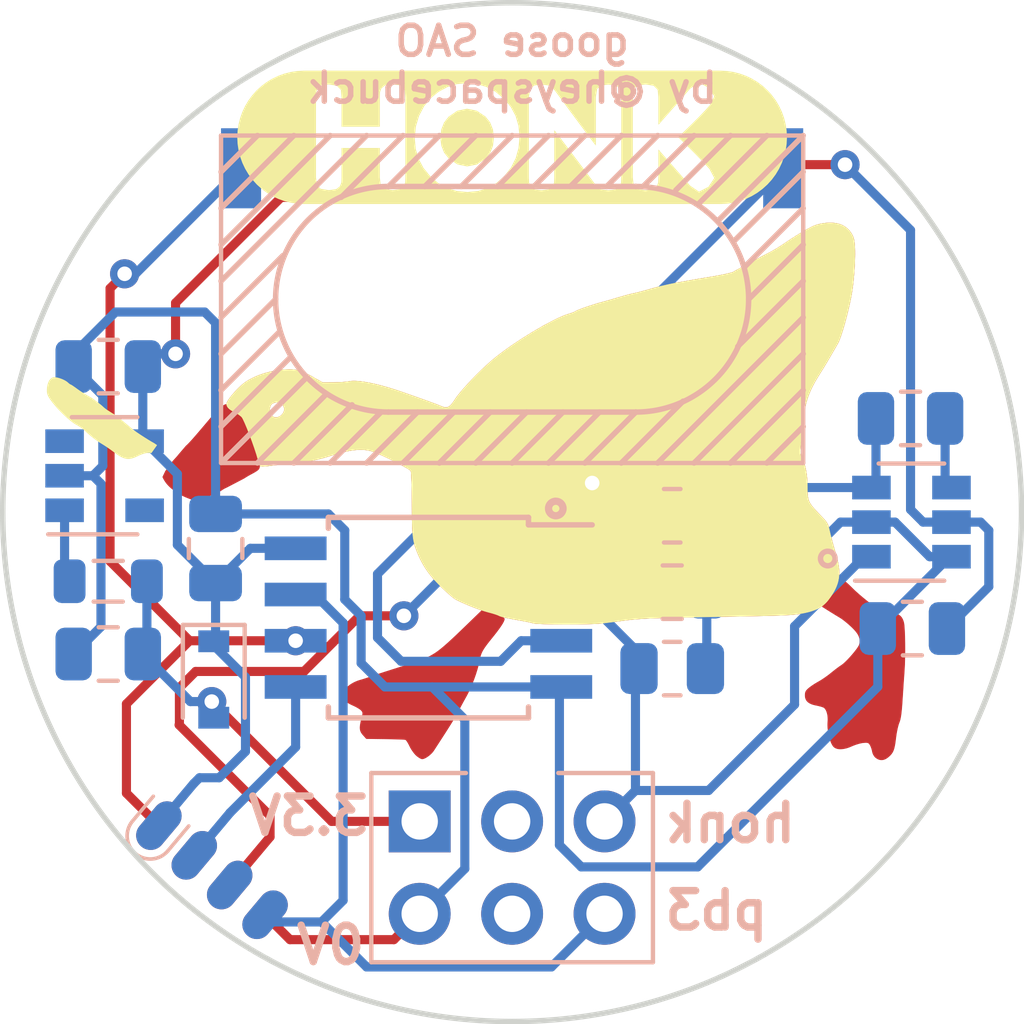
<source format=kicad_pcb>
(kicad_pcb (version 20171130) (host pcbnew "(5.1.10)-1")

  (general
    (thickness 1.6)
    (drawings 53)
    (tracks 152)
    (zones 0)
    (modules 18)
    (nets 20)
  )

  (page A4)
  (layers
    (0 F.Cu signal)
    (31 B.Cu signal)
    (32 B.Adhes user)
    (33 F.Adhes user)
    (34 B.Paste user)
    (35 F.Paste user)
    (36 B.SilkS user)
    (37 F.SilkS user)
    (38 B.Mask user)
    (39 F.Mask user)
    (40 Dwgs.User user)
    (41 Cmts.User user)
    (42 Eco1.User user)
    (43 Eco2.User user)
    (44 Edge.Cuts user)
    (45 Margin user)
    (46 B.CrtYd user)
    (47 F.CrtYd user)
    (48 B.Fab user)
    (49 F.Fab user)
  )

  (setup
    (last_trace_width 0.25)
    (trace_clearance 0.2)
    (zone_clearance 0.508)
    (zone_45_only no)
    (trace_min 0.2)
    (via_size 0.8)
    (via_drill 0.4)
    (via_min_size 0.4)
    (via_min_drill 0.3)
    (uvia_size 0.3)
    (uvia_drill 0.1)
    (uvias_allowed no)
    (uvia_min_size 0.2)
    (uvia_min_drill 0.1)
    (edge_width 0.05)
    (segment_width 0.2)
    (pcb_text_width 0.3)
    (pcb_text_size 1.5 1.5)
    (mod_edge_width 0.12)
    (mod_text_size 1 1)
    (mod_text_width 0.15)
    (pad_size 0.7 0.7)
    (pad_drill 0.7)
    (pad_to_mask_clearance 0)
    (aux_axis_origin 100 100)
    (grid_origin 100 100)
    (visible_elements 7FFF7F7F)
    (pcbplotparams
      (layerselection 0x010fc_ffffffff)
      (usegerberextensions false)
      (usegerberattributes true)
      (usegerberadvancedattributes true)
      (creategerberjobfile true)
      (excludeedgelayer true)
      (linewidth 0.100000)
      (plotframeref false)
      (viasonmask false)
      (mode 1)
      (useauxorigin false)
      (hpglpennumber 1)
      (hpglpenspeed 20)
      (hpglpendiameter 15.000000)
      (psnegative false)
      (psa4output false)
      (plotreference true)
      (plotvalue true)
      (plotinvisibletext false)
      (padsonsilk false)
      (subtractmaskfromsilk false)
      (outputformat 1)
      (mirror false)
      (drillshape 1)
      (scaleselection 1)
      (outputdirectory ""))
  )

  (net 0 "")
  (net 1 0V)
  (net 2 "Net-(C2-Pad2)")
  (net 3 "Net-(C2-Pad1)")
  (net 4 honk)
  (net 5 Vin)
  (net 6 "Net-(C3-Pad1)")
  (net 7 /sdo)
  (net 8 /~cs)
  (net 9 5V)
  (net 10 "Net-(J1-Pad4)")
  (net 11 "Net-(J1-Pad3)")
  (net 12 "Net-(J2-Pad7)")
  (net 13 "Net-(L1-Pad2)")
  (net 14 "Net-(LS1-Pad1)")
  (net 15 "Net-(U3-Pad5)")
  (net 16 "Net-(U3-Pad3)")
  (net 17 "Net-(J2-Pad3)")
  (net 18 clk)
  (net 19 /sdi)

  (net_class Default "This is the default net class."
    (clearance 0.2)
    (trace_width 0.25)
    (via_dia 0.8)
    (via_drill 0.4)
    (uvia_dia 0.3)
    (uvia_drill 0.1)
    (add_net /sdi)
    (add_net /sdo)
    (add_net /~cs)
    (add_net 0V)
    (add_net 5V)
    (add_net "Net-(C2-Pad1)")
    (add_net "Net-(C2-Pad2)")
    (add_net "Net-(C3-Pad1)")
    (add_net "Net-(J1-Pad3)")
    (add_net "Net-(J1-Pad4)")
    (add_net "Net-(J2-Pad3)")
    (add_net "Net-(J2-Pad7)")
    (add_net "Net-(L1-Pad2)")
    (add_net "Net-(LS1-Pad1)")
    (add_net "Net-(U3-Pad3)")
    (add_net "Net-(U3-Pad5)")
    (add_net Vin)
    (add_net clk)
    (add_net honk)
  )

  (module Diode_SMD:D_SOD-323 (layer B.Cu) (tedit 617ED56B) (tstamp 616910B6)
    (at 91.8 104.6 270)
    (descr SOD-323)
    (tags SOD-323)
    (path /616A21DB)
    (attr smd)
    (fp_text reference D1 (at 0 1.85 270) (layer B.SilkS) hide
      (effects (font (size 1 1) (thickness 0.15)) (justify mirror))
    )
    (fp_text value D (at 0.1 -1.9 270) (layer B.Fab)
      (effects (font (size 1 1) (thickness 0.15)) (justify mirror))
    )
    (fp_text user %R (at 0 1.85 270) (layer B.Fab)
      (effects (font (size 1 1) (thickness 0.15)) (justify mirror))
    )
    (fp_line (start -1.5 0.85) (end -1.5 -0.85) (layer B.SilkS) (width 0.12))
    (fp_line (start 0.2 0) (end 0.45 0) (layer B.Fab) (width 0.1))
    (fp_line (start 0.2 -0.35) (end -0.3 0) (layer B.Fab) (width 0.1))
    (fp_line (start 0.2 0.35) (end 0.2 -0.35) (layer B.Fab) (width 0.1))
    (fp_line (start -0.3 0) (end 0.2 0.35) (layer B.Fab) (width 0.1))
    (fp_line (start -0.3 0) (end -0.5 0) (layer B.Fab) (width 0.1))
    (fp_line (start -0.3 0.35) (end -0.3 -0.35) (layer B.Fab) (width 0.1))
    (fp_line (start -0.9 -0.7) (end -0.9 0.7) (layer B.Fab) (width 0.1))
    (fp_line (start 0.9 -0.7) (end -0.9 -0.7) (layer B.Fab) (width 0.1))
    (fp_line (start 0.9 0.7) (end 0.9 -0.7) (layer B.Fab) (width 0.1))
    (fp_line (start -0.9 0.7) (end 0.9 0.7) (layer B.Fab) (width 0.1))
    (fp_line (start -1.6 0.95) (end 1.6 0.95) (layer B.CrtYd) (width 0.05))
    (fp_line (start 1.6 0.95) (end 1.6 -0.95) (layer B.CrtYd) (width 0.05))
    (fp_line (start -1.6 -0.95) (end 1.6 -0.95) (layer B.CrtYd) (width 0.05))
    (fp_line (start -1.6 0.95) (end -1.6 -0.95) (layer B.CrtYd) (width 0.05))
    (fp_line (start -1.5 -0.85) (end 1.05 -0.85) (layer B.SilkS) (width 0.12))
    (fp_line (start -1.5 0.85) (end 1.05 0.85) (layer B.SilkS) (width 0.12))
    (pad 2 smd rect (at 1.05 0 270) (size 0.6 0.85) (layers B.Cu B.Paste B.Mask)
      (net 5 Vin))
    (pad 1 smd rect (at -1.05 0 270) (size 0.6 0.85) (layers B.Cu B.Paste B.Mask)
      (net 9 5V))
    (model ${KISYS3DMOD}/Diode_SMD.3dshapes/D_SOD-323.wrl
      (at (xyz 0 0 0))
      (scale (xyz 1 1 1))
      (rotate (xyz 0 0 0))
    )
  )

  (module Package_TO_SOT_SMD:SOT-23-5 (layer B.Cu) (tedit 5A02FF57) (tstamp 61691909)
    (at 88.8 99)
    (descr "5-pin SOT23 package")
    (tags SOT-23-5)
    (path /616809AD)
    (attr smd)
    (fp_text reference U3 (at 0 2.9) (layer B.SilkS) hide
      (effects (font (size 1 1) (thickness 0.15)) (justify mirror))
    )
    (fp_text value TPS613222ADBV (at 0 -2.9) (layer B.Fab) hide
      (effects (font (size 1 1) (thickness 0.15)) (justify mirror))
    )
    (fp_line (start 0.9 1.55) (end 0.9 -1.55) (layer B.Fab) (width 0.1))
    (fp_line (start 0.9 -1.55) (end -0.9 -1.55) (layer B.Fab) (width 0.1))
    (fp_line (start -0.9 0.9) (end -0.9 -1.55) (layer B.Fab) (width 0.1))
    (fp_line (start 0.9 1.55) (end -0.25 1.55) (layer B.Fab) (width 0.1))
    (fp_line (start -0.9 0.9) (end -0.25 1.55) (layer B.Fab) (width 0.1))
    (fp_line (start -1.9 -1.8) (end -1.9 1.8) (layer B.CrtYd) (width 0.05))
    (fp_line (start 1.9 -1.8) (end -1.9 -1.8) (layer B.CrtYd) (width 0.05))
    (fp_line (start 1.9 1.8) (end 1.9 -1.8) (layer B.CrtYd) (width 0.05))
    (fp_line (start -1.9 1.8) (end 1.9 1.8) (layer B.CrtYd) (width 0.05))
    (fp_line (start 0.9 1.61) (end -1.55 1.61) (layer B.SilkS) (width 0.12))
    (fp_line (start -0.9 -1.61) (end 0.9 -1.61) (layer B.SilkS) (width 0.12))
    (fp_text user %R (at 0 0 -90) (layer B.Fab) hide
      (effects (font (size 0.5 0.5) (thickness 0.075)) (justify mirror))
    )
    (pad 5 smd rect (at 1.1 0.95) (size 1.06 0.65) (layers B.Cu B.Paste B.Mask)
      (net 15 "Net-(U3-Pad5)"))
    (pad 4 smd rect (at 1.1 -0.95) (size 1.06 0.65) (layers B.Cu B.Paste B.Mask)
      (net 9 5V))
    (pad 3 smd rect (at -1.1 -0.95) (size 1.06 0.65) (layers B.Cu B.Paste B.Mask)
      (net 16 "Net-(U3-Pad3)"))
    (pad 2 smd rect (at -1.1 0) (size 1.06 0.65) (layers B.Cu B.Paste B.Mask)
      (net 1 0V))
    (pad 1 smd rect (at -1.1 0.95) (size 1.06 0.65) (layers B.Cu B.Paste B.Mask)
      (net 13 "Net-(L1-Pad2)"))
    (model ${KISYS3DMOD}/Package_TO_SOT_SMD.3dshapes/SOT-23-5.wrl
      (at (xyz 0 0 0))
      (scale (xyz 1 1 1))
      (rotate (xyz 0 0 0))
    )
  )

  (module goose:Speaker_SP-1609S (layer B.Cu) (tedit 6167C870) (tstamp 61682F2D)
    (at 100 94.15 90)
    (path /61308B8C)
    (fp_text reference LS1 (at 0 -0.5 90) (layer B.SilkS) hide
      (effects (font (size 1 1) (thickness 0.15)) (justify mirror))
    )
    (fp_text value "SP-1609S 8Ω 0.5W speaker" (at 0 0.5 90) (layer B.Fab) hide
      (effects (font (size 1 1) (thickness 0.15)) (justify mirror))
    )
    (fp_line (start -0.5 -8) (end 1.2 -6.3) (layer B.SilkS) (width 0.15))
    (fp_line (start -1.5 -8) (end 0 -6.5) (layer B.SilkS) (width 0.15))
    (fp_line (start -4.4 -7.9) (end -2.2 -5.7) (layer B.SilkS) (width 0.15))
    (fp_line (start -4.5 -7) (end -2.6 -5.1) (layer B.SilkS) (width 0.15))
    (fp_line (start -4.5 -6) (end -2.9 -4.4) (layer B.SilkS) (width 0.15))
    (fp_line (start -2.5 -8) (end -0.9 -6.4) (layer B.SilkS) (width 0.15))
    (fp_line (start -3.5 -8) (end -1.6 -6.1) (layer B.SilkS) (width 0.15))
    (fp_line (start -4.5 -5) (end -3.1 -3.6) (layer B.SilkS) (width 0.15))
    (fp_line (start -3.1 -2.6) (end -4.5 -4) (layer B.SilkS) (width 0.15))
    (fp_line (start -4.5 -1) (end -3.1 0.4) (layer B.SilkS) (width 0.15))
    (fp_line (start -4.5 0) (end -3.1 1.4) (layer B.SilkS) (width 0.15))
    (fp_line (start -4.5 1) (end -3.1 2.4) (layer B.SilkS) (width 0.15))
    (fp_line (start -4.5 -3) (end -3.1 -1.6) (layer B.SilkS) (width 0.15))
    (fp_line (start -4.5 -2) (end -3.1 -0.6) (layer B.SilkS) (width 0.15))
    (fp_line (start -4.5 2) (end -3.1 3.4) (layer B.SilkS) (width 0.15))
    (fp_line (start -2.8 4.7) (end -4.5 3) (layer B.SilkS) (width 0.15))
    (fp_line (start 3.5 -8) (end 4.5 -7) (layer B.SilkS) (width 0.15))
    (fp_line (start 2.5 -8) (end 4.5 -6) (layer B.SilkS) (width 0.15))
    (fp_line (start 1.5 -8) (end 4.5 -5) (layer B.SilkS) (width 0.15))
    (fp_line (start 0.5 -8) (end 4.5 -4) (layer B.SilkS) (width 0.15))
    (fp_line (start 2.8 -4.7) (end 4.5 -3) (layer B.SilkS) (width 0.15))
    (fp_line (start 3.1 -3.4) (end 4.5 -2) (layer B.SilkS) (width 0.15))
    (fp_line (start 3.1 -2.4) (end 4.5 -1) (layer B.SilkS) (width 0.15))
    (fp_line (start 3.1 -1.4) (end 4.5 0) (layer B.SilkS) (width 0.15))
    (fp_line (start 3.1 -0.4) (end 4.5 1) (layer B.SilkS) (width 0.15))
    (fp_line (start 3.1 0.6) (end 4.5 2) (layer B.SilkS) (width 0.15))
    (fp_line (start 3.1 1.6) (end 4.5 3) (layer B.SilkS) (width 0.15))
    (fp_line (start 3.1 2.6) (end 4.5 4) (layer B.SilkS) (width 0.15))
    (fp_line (start 4.5 5) (end 3.1 3.6) (layer B.SilkS) (width 0.15))
    (fp_line (start 4.5 6) (end 3 4.5) (layer B.SilkS) (width 0.15))
    (fp_line (start 4.5 7) (end 2.6 5.1) (layer B.SilkS) (width 0.15))
    (fp_line (start 4.5 8) (end 2.2 5.7) (layer B.SilkS) (width 0.15))
    (fp_line (start 3.5 8) (end 1.6 6.1) (layer B.SilkS) (width 0.15))
    (fp_line (start 2.5 8) (end 0.9 6.4) (layer B.SilkS) (width 0.15))
    (fp_line (start 1.5 8) (end 0 6.5) (layer B.SilkS) (width 0.15))
    (fp_line (start 0.5 8) (end -1.3 6.2) (layer B.SilkS) (width 0.15))
    (fp_line (start -0.5 8) (end -4.5 4) (layer B.SilkS) (width 0.15))
    (fp_line (start -1.5 8) (end -4.5 5) (layer B.SilkS) (width 0.15))
    (fp_line (start -2.5 8) (end -4.5 6) (layer B.SilkS) (width 0.15))
    (fp_line (start -3.5 8) (end -4.5 7) (layer B.SilkS) (width 0.15))
    (fp_line (start -3.1 -3.4) (end -3.1 3.4) (layer B.SilkS) (width 0.15))
    (fp_line (start 3.1 3.4) (end 3.1 -3.4) (layer B.SilkS) (width 0.15))
    (fp_line (start -5 -8.5) (end -5 8.5) (layer B.CrtYd) (width 0.12))
    (fp_line (start 5 -8.5) (end -5 -8.5) (layer B.CrtYd) (width 0.12))
    (fp_line (start 5 8.5) (end 5 -8.5) (layer B.CrtYd) (width 0.12))
    (fp_line (start -5 8.5) (end 5 8.5) (layer B.CrtYd) (width 0.12))
    (fp_line (start -4.5 -8) (end -4.5 8) (layer B.SilkS) (width 0.12))
    (fp_line (start 4.5 -8) (end -4.5 -8) (layer B.SilkS) (width 0.12))
    (fp_line (start 4.5 8) (end 4.5 -8) (layer B.SilkS) (width 0.12))
    (fp_line (start -4.5 8) (end 4.5 8) (layer B.SilkS) (width 0.12))
    (fp_arc (start 0 -3.4) (end -3.1 -3.4) (angle 180) (layer B.SilkS) (width 0.15))
    (fp_arc (start 0 3.4) (end 3.1 3.4) (angle 180) (layer B.SilkS) (width 0.15))
    (pad 2 smd rect (at 3.6 -7.45 90) (size 2.2 1.1) (layers B.Cu B.Paste B.Mask)
      (net 7 /sdo))
    (pad 1 smd rect (at 3.6 7.45 90) (size 2.2 1.1) (layers B.Cu B.Paste B.Mask)
      (net 14 "Net-(LS1-Pad1)"))
    (model ${KIPRJMOD}/goose.pretty/SP-1609S.wrl
      (at (xyz 0 0 0))
      (scale (xyz 1 1 1))
      (rotate (xyz 0 0 0))
    )
  )

  (module Inductor_SMD:L_0805_2012Metric (layer B.Cu) (tedit 5F68FEF0) (tstamp 61682BBB)
    (at 88.9 101.9 180)
    (descr "Inductor SMD 0805 (2012 Metric), square (rectangular) end terminal, IPC_7351 nominal, (Body size source: IPC-SM-782 page 80, https://www.pcb-3d.com/wordpress/wp-content/uploads/ipc-sm-782a_amendment_1_and_2.pdf), generated with kicad-footprint-generator")
    (tags inductor)
    (path /6168C112)
    (attr smd)
    (fp_text reference L1 (at 0 1.55) (layer B.SilkS) hide
      (effects (font (size 1 1) (thickness 0.15)) (justify mirror))
    )
    (fp_text value "2.2 μH" (at 0 -1.55) (layer B.Fab) hide
      (effects (font (size 1 1) (thickness 0.15)) (justify mirror))
    )
    (fp_line (start 1.75 -0.85) (end -1.75 -0.85) (layer B.CrtYd) (width 0.05))
    (fp_line (start 1.75 0.85) (end 1.75 -0.85) (layer B.CrtYd) (width 0.05))
    (fp_line (start -1.75 0.85) (end 1.75 0.85) (layer B.CrtYd) (width 0.05))
    (fp_line (start -1.75 -0.85) (end -1.75 0.85) (layer B.CrtYd) (width 0.05))
    (fp_line (start -0.399622 -0.56) (end 0.399622 -0.56) (layer B.SilkS) (width 0.12))
    (fp_line (start -0.399622 0.56) (end 0.399622 0.56) (layer B.SilkS) (width 0.12))
    (fp_line (start 1 -0.45) (end -1 -0.45) (layer B.Fab) (width 0.1))
    (fp_line (start 1 0.45) (end 1 -0.45) (layer B.Fab) (width 0.1))
    (fp_line (start -1 0.45) (end 1 0.45) (layer B.Fab) (width 0.1))
    (fp_line (start -1 -0.45) (end -1 0.45) (layer B.Fab) (width 0.1))
    (fp_text user %R (at 0 0) (layer B.Fab) hide
      (effects (font (size 0.5 0.5) (thickness 0.08)) (justify mirror))
    )
    (pad 2 smd roundrect (at 1.0625 0 180) (size 0.875 1.2) (layers B.Cu B.Paste B.Mask) (roundrect_rratio 0.25)
      (net 13 "Net-(L1-Pad2)"))
    (pad 1 smd roundrect (at -1.0625 0 180) (size 0.875 1.2) (layers B.Cu B.Paste B.Mask) (roundrect_rratio 0.25)
      (net 5 Vin))
    (model ${KISYS3DMOD}/Inductor_SMD.3dshapes/L_0805_2012Metric.wrl
      (at (xyz 0 0 0))
      (scale (xyz 1 1 1))
      (rotate (xyz 0 0 0))
    )
  )

  (module Capacitor_SMD:C_0805_2012Metric (layer B.Cu) (tedit 5F68FEEE) (tstamp 61682B39)
    (at 88.9 96 180)
    (descr "Capacitor SMD 0805 (2012 Metric), square (rectangular) end terminal, IPC_7351 nominal, (Body size source: IPC-SM-782 page 76, https://www.pcb-3d.com/wordpress/wp-content/uploads/ipc-sm-782a_amendment_1_and_2.pdf, https://docs.google.com/spreadsheets/d/1BsfQQcO9C6DZCsRaXUlFlo91Tg2WpOkGARC1WS5S8t0/edit?usp=sharing), generated with kicad-footprint-generator")
    (tags capacitor)
    (path /61697DC4)
    (attr smd)
    (fp_text reference C6 (at 0 1.68) (layer B.SilkS) hide
      (effects (font (size 1 1) (thickness 0.15)) (justify mirror))
    )
    (fp_text value "22 μF" (at 0 -1.68) (layer B.Fab) hide
      (effects (font (size 1 1) (thickness 0.15)) (justify mirror))
    )
    (fp_line (start 1.7 -0.98) (end -1.7 -0.98) (layer B.CrtYd) (width 0.05))
    (fp_line (start 1.7 0.98) (end 1.7 -0.98) (layer B.CrtYd) (width 0.05))
    (fp_line (start -1.7 0.98) (end 1.7 0.98) (layer B.CrtYd) (width 0.05))
    (fp_line (start -1.7 -0.98) (end -1.7 0.98) (layer B.CrtYd) (width 0.05))
    (fp_line (start -0.261252 -0.735) (end 0.261252 -0.735) (layer B.SilkS) (width 0.12))
    (fp_line (start -0.261252 0.735) (end 0.261252 0.735) (layer B.SilkS) (width 0.12))
    (fp_line (start 1 -0.625) (end -1 -0.625) (layer B.Fab) (width 0.1))
    (fp_line (start 1 0.625) (end 1 -0.625) (layer B.Fab) (width 0.1))
    (fp_line (start -1 0.625) (end 1 0.625) (layer B.Fab) (width 0.1))
    (fp_line (start -1 -0.625) (end -1 0.625) (layer B.Fab) (width 0.1))
    (fp_text user %R (at 0 0) (layer B.Fab) hide
      (effects (font (size 0.5 0.5) (thickness 0.08)) (justify mirror))
    )
    (pad 2 smd roundrect (at 0.95 0 180) (size 1 1.45) (layers B.Cu B.Paste B.Mask) (roundrect_rratio 0.25)
      (net 1 0V))
    (pad 1 smd roundrect (at -0.95 0 180) (size 1 1.45) (layers B.Cu B.Paste B.Mask) (roundrect_rratio 0.25)
      (net 9 5V))
    (model ${KISYS3DMOD}/Capacitor_SMD.3dshapes/C_0805_2012Metric.wrl
      (at (xyz 0 0 0))
      (scale (xyz 1 1 1))
      (rotate (xyz 0 0 0))
    )
  )

  (module Capacitor_SMD:C_0805_2012Metric (layer B.Cu) (tedit 5F68FEEE) (tstamp 61682B28)
    (at 88.9 103.9 180)
    (descr "Capacitor SMD 0805 (2012 Metric), square (rectangular) end terminal, IPC_7351 nominal, (Body size source: IPC-SM-782 page 76, https://www.pcb-3d.com/wordpress/wp-content/uploads/ipc-sm-782a_amendment_1_and_2.pdf, https://docs.google.com/spreadsheets/d/1BsfQQcO9C6DZCsRaXUlFlo91Tg2WpOkGARC1WS5S8t0/edit?usp=sharing), generated with kicad-footprint-generator")
    (tags capacitor)
    (path /6168F75A)
    (attr smd)
    (fp_text reference C5 (at 0 1.68) (layer B.SilkS) hide
      (effects (font (size 1 1) (thickness 0.15)) (justify mirror))
    )
    (fp_text value "4.7 μF" (at 0 -1.68) (layer B.Fab) hide
      (effects (font (size 1 1) (thickness 0.15)) (justify mirror))
    )
    (fp_line (start 1.7 -0.98) (end -1.7 -0.98) (layer B.CrtYd) (width 0.05))
    (fp_line (start 1.7 0.98) (end 1.7 -0.98) (layer B.CrtYd) (width 0.05))
    (fp_line (start -1.7 0.98) (end 1.7 0.98) (layer B.CrtYd) (width 0.05))
    (fp_line (start -1.7 -0.98) (end -1.7 0.98) (layer B.CrtYd) (width 0.05))
    (fp_line (start -0.261252 -0.735) (end 0.261252 -0.735) (layer B.SilkS) (width 0.12))
    (fp_line (start -0.261252 0.735) (end 0.261252 0.735) (layer B.SilkS) (width 0.12))
    (fp_line (start 1 -0.625) (end -1 -0.625) (layer B.Fab) (width 0.1))
    (fp_line (start 1 0.625) (end 1 -0.625) (layer B.Fab) (width 0.1))
    (fp_line (start -1 0.625) (end 1 0.625) (layer B.Fab) (width 0.1))
    (fp_line (start -1 -0.625) (end -1 0.625) (layer B.Fab) (width 0.1))
    (fp_text user %R (at 0 0) (layer B.Fab) hide
      (effects (font (size 0.5 0.5) (thickness 0.08)) (justify mirror))
    )
    (pad 2 smd roundrect (at 0.95 0 180) (size 1 1.45) (layers B.Cu B.Paste B.Mask) (roundrect_rratio 0.25)
      (net 1 0V))
    (pad 1 smd roundrect (at -0.95 0 180) (size 1 1.45) (layers B.Cu B.Paste B.Mask) (roundrect_rratio 0.25)
      (net 5 Vin))
    (model ${KISYS3DMOD}/Capacitor_SMD.3dshapes/C_0805_2012Metric.wrl
      (at (xyz 0 0 0))
      (scale (xyz 1 1 1))
      (rotate (xyz 0 0 0))
    )
  )

  (module Capacitor_SMD:C_0805_2012Metric (layer B.Cu) (tedit 5F68FEEE) (tstamp 6131481A)
    (at 91.85 101 90)
    (descr "Capacitor SMD 0805 (2012 Metric), square (rectangular) end terminal, IPC_7351 nominal, (Body size source: IPC-SM-782 page 76, https://www.pcb-3d.com/wordpress/wp-content/uploads/ipc-sm-782a_amendment_1_and_2.pdf, https://docs.google.com/spreadsheets/d/1BsfQQcO9C6DZCsRaXUlFlo91Tg2WpOkGARC1WS5S8t0/edit?usp=sharing), generated with kicad-footprint-generator")
    (tags capacitor)
    (path /6131E9A5)
    (attr smd)
    (fp_text reference C4 (at 0 -1.6 90) (layer B.SilkS) hide
      (effects (font (size 1 1) (thickness 0.15)) (justify mirror))
    )
    (fp_text value "0.1 μF" (at 0 -1.68 90) (layer B.Fab) hide
      (effects (font (size 1 1) (thickness 0.15)) (justify mirror))
    )
    (fp_line (start 1.7 -0.98) (end -1.7 -0.98) (layer B.CrtYd) (width 0.05))
    (fp_line (start 1.7 0.98) (end 1.7 -0.98) (layer B.CrtYd) (width 0.05))
    (fp_line (start -1.7 0.98) (end 1.7 0.98) (layer B.CrtYd) (width 0.05))
    (fp_line (start -1.7 -0.98) (end -1.7 0.98) (layer B.CrtYd) (width 0.05))
    (fp_line (start -0.261252 -0.735) (end 0.261252 -0.735) (layer B.SilkS) (width 0.12))
    (fp_line (start -0.261252 0.735) (end 0.261252 0.735) (layer B.SilkS) (width 0.12))
    (fp_line (start 1 -0.625) (end -1 -0.625) (layer B.Fab) (width 0.1))
    (fp_line (start 1 0.625) (end 1 -0.625) (layer B.Fab) (width 0.1))
    (fp_line (start -1 0.625) (end 1 0.625) (layer B.Fab) (width 0.1))
    (fp_line (start -1 -0.625) (end -1 0.625) (layer B.Fab) (width 0.1))
    (fp_text user %R (at 0 0 90) (layer B.Fab) hide
      (effects (font (size 0.5 0.5) (thickness 0.08)) (justify mirror))
    )
    (pad 2 smd roundrect (at 0.95 0 90) (size 1 1.45) (layers B.Cu B.Paste B.Mask) (roundrect_rratio 0.25)
      (net 1 0V))
    (pad 1 smd roundrect (at -0.95 0 90) (size 1 1.45) (layers B.Cu B.Paste B.Mask) (roundrect_rratio 0.25)
      (net 9 5V))
    (model ${KISYS3DMOD}/Capacitor_SMD.3dshapes/C_0805_2012Metric.wrl
      (at (xyz 0 0 0))
      (scale (xyz 1 1 1))
      (rotate (xyz 0 0 0))
    )
  )

  (module Capacitor_SMD:C_0805_2012Metric (layer B.Cu) (tedit 5F68FEEE) (tstamp 6123F54A)
    (at 104.4 102.2)
    (descr "Capacitor SMD 0805 (2012 Metric), square (rectangular) end terminal, IPC_7351 nominal, (Body size source: IPC-SM-782 page 76, https://www.pcb-3d.com/wordpress/wp-content/uploads/ipc-sm-782a_amendment_1_and_2.pdf, https://docs.google.com/spreadsheets/d/1BsfQQcO9C6DZCsRaXUlFlo91Tg2WpOkGARC1WS5S8t0/edit?usp=sharing), generated with kicad-footprint-generator")
    (tags capacitor)
    (path /60987348)
    (attr smd)
    (fp_text reference C3 (at 0 1.68) (layer B.SilkS) hide
      (effects (font (size 1 1) (thickness 0.15)) (justify mirror))
    )
    (fp_text value "10 pF" (at 0 -1.68) (layer B.Fab) hide
      (effects (font (size 1 1) (thickness 0.15)) (justify mirror))
    )
    (fp_line (start 1.7 -0.98) (end -1.7 -0.98) (layer B.CrtYd) (width 0.05))
    (fp_line (start 1.7 0.98) (end 1.7 -0.98) (layer B.CrtYd) (width 0.05))
    (fp_line (start -1.7 0.98) (end 1.7 0.98) (layer B.CrtYd) (width 0.05))
    (fp_line (start -1.7 -0.98) (end -1.7 0.98) (layer B.CrtYd) (width 0.05))
    (fp_line (start -0.261252 -0.735) (end 0.261252 -0.735) (layer B.SilkS) (width 0.12))
    (fp_line (start -0.261252 0.735) (end 0.261252 0.735) (layer B.SilkS) (width 0.12))
    (fp_line (start 1 -0.625) (end -1 -0.625) (layer B.Fab) (width 0.1))
    (fp_line (start 1 0.625) (end 1 -0.625) (layer B.Fab) (width 0.1))
    (fp_line (start -1 0.625) (end 1 0.625) (layer B.Fab) (width 0.1))
    (fp_line (start -1 -0.625) (end -1 0.625) (layer B.Fab) (width 0.1))
    (fp_text user %R (at 0 0) (layer B.Fab) hide
      (effects (font (size 0.5 0.5) (thickness 0.08)) (justify mirror))
    )
    (pad 2 smd roundrect (at 0.95 0) (size 1 1.45) (layers B.Cu B.Paste B.Mask) (roundrect_rratio 0.25)
      (net 1 0V))
    (pad 1 smd roundrect (at -0.95 0) (size 1 1.45) (layers B.Cu B.Paste B.Mask) (roundrect_rratio 0.25)
      (net 6 "Net-(C3-Pad1)"))
    (model ${KISYS3DMOD}/Capacitor_SMD.3dshapes/C_0805_2012Metric.wrl
      (at (xyz 0 0 0))
      (scale (xyz 1 1 1))
      (rotate (xyz 0 0 0))
    )
  )

  (module Capacitor_SMD:C_0805_2012Metric (layer B.Cu) (tedit 5F68FEEE) (tstamp 6123F51A)
    (at 110.95 97.425)
    (descr "Capacitor SMD 0805 (2012 Metric), square (rectangular) end terminal, IPC_7351 nominal, (Body size source: IPC-SM-782 page 76, https://www.pcb-3d.com/wordpress/wp-content/uploads/ipc-sm-782a_amendment_1_and_2.pdf, https://docs.google.com/spreadsheets/d/1BsfQQcO9C6DZCsRaXUlFlo91Tg2WpOkGARC1WS5S8t0/edit?usp=sharing), generated with kicad-footprint-generator")
    (tags capacitor)
    (path /6098325B)
    (attr smd)
    (fp_text reference C2 (at 0 1.68) (layer B.SilkS) hide
      (effects (font (size 1 1) (thickness 0.15)) (justify mirror))
    )
    (fp_text value "0.01 μF" (at 0 -1.68) (layer B.Fab) hide
      (effects (font (size 1 1) (thickness 0.15)) (justify mirror))
    )
    (fp_line (start 1.7 -0.98) (end -1.7 -0.98) (layer B.CrtYd) (width 0.05))
    (fp_line (start 1.7 0.98) (end 1.7 -0.98) (layer B.CrtYd) (width 0.05))
    (fp_line (start -1.7 0.98) (end 1.7 0.98) (layer B.CrtYd) (width 0.05))
    (fp_line (start -1.7 -0.98) (end -1.7 0.98) (layer B.CrtYd) (width 0.05))
    (fp_line (start -0.261252 -0.735) (end 0.261252 -0.735) (layer B.SilkS) (width 0.12))
    (fp_line (start -0.261252 0.735) (end 0.261252 0.735) (layer B.SilkS) (width 0.12))
    (fp_line (start 1 -0.625) (end -1 -0.625) (layer B.Fab) (width 0.1))
    (fp_line (start 1 0.625) (end 1 -0.625) (layer B.Fab) (width 0.1))
    (fp_line (start -1 0.625) (end 1 0.625) (layer B.Fab) (width 0.1))
    (fp_line (start -1 -0.625) (end -1 0.625) (layer B.Fab) (width 0.1))
    (fp_text user %R (at 0 0) (layer B.Fab) hide
      (effects (font (size 0.5 0.5) (thickness 0.08)) (justify mirror))
    )
    (pad 2 smd roundrect (at 0.95 0) (size 1 1.45) (layers B.Cu B.Paste B.Mask) (roundrect_rratio 0.25)
      (net 2 "Net-(C2-Pad2)"))
    (pad 1 smd roundrect (at -0.95 0) (size 1 1.45) (layers B.Cu B.Paste B.Mask) (roundrect_rratio 0.25)
      (net 3 "Net-(C2-Pad1)"))
    (model ${KISYS3DMOD}/Capacitor_SMD.3dshapes/C_0805_2012Metric.wrl
      (at (xyz 0 0 0))
      (scale (xyz 1 1 1))
      (rotate (xyz 0 0 0))
    )
  )

  (module Capacitor_SMD:C_0805_2012Metric (layer B.Cu) (tedit 5F68FEEE) (tstamp 6123F4AB)
    (at 111 103.2 180)
    (descr "Capacitor SMD 0805 (2012 Metric), square (rectangular) end terminal, IPC_7351 nominal, (Body size source: IPC-SM-782 page 76, https://www.pcb-3d.com/wordpress/wp-content/uploads/ipc-sm-782a_amendment_1_and_2.pdf, https://docs.google.com/spreadsheets/d/1BsfQQcO9C6DZCsRaXUlFlo91Tg2WpOkGARC1WS5S8t0/edit?usp=sharing), generated with kicad-footprint-generator")
    (tags capacitor)
    (path /60983BFF)
    (attr smd)
    (fp_text reference C1 (at 0 1.68) (layer B.SilkS) hide
      (effects (font (size 1 1) (thickness 0.15)) (justify mirror))
    )
    (fp_text value "0.1 μF" (at 0 -1.68) (layer B.Fab) hide
      (effects (font (size 1 1) (thickness 0.15)) (justify mirror))
    )
    (fp_line (start 1.7 -0.98) (end -1.7 -0.98) (layer B.CrtYd) (width 0.05))
    (fp_line (start 1.7 0.98) (end 1.7 -0.98) (layer B.CrtYd) (width 0.05))
    (fp_line (start -1.7 0.98) (end 1.7 0.98) (layer B.CrtYd) (width 0.05))
    (fp_line (start -1.7 -0.98) (end -1.7 0.98) (layer B.CrtYd) (width 0.05))
    (fp_line (start -0.261252 -0.735) (end 0.261252 -0.735) (layer B.SilkS) (width 0.12))
    (fp_line (start -0.261252 0.735) (end 0.261252 0.735) (layer B.SilkS) (width 0.12))
    (fp_line (start 1 -0.625) (end -1 -0.625) (layer B.Fab) (width 0.1))
    (fp_line (start 1 0.625) (end 1 -0.625) (layer B.Fab) (width 0.1))
    (fp_line (start -1 0.625) (end 1 0.625) (layer B.Fab) (width 0.1))
    (fp_line (start -1 -0.625) (end -1 0.625) (layer B.Fab) (width 0.1))
    (fp_text user %R (at 0 0) (layer B.Fab) hide
      (effects (font (size 0.5 0.5) (thickness 0.08)) (justify mirror))
    )
    (pad 2 smd roundrect (at 0.95 0 180) (size 1 1.45) (layers B.Cu B.Paste B.Mask) (roundrect_rratio 0.25)
      (net 1 0V))
    (pad 1 smd roundrect (at -0.95 0 180) (size 1 1.45) (layers B.Cu B.Paste B.Mask) (roundrect_rratio 0.25)
      (net 9 5V))
    (model ${KISYS3DMOD}/Capacitor_SMD.3dshapes/C_0805_2012Metric.wrl
      (at (xyz 0 0 0))
      (scale (xyz 1 1 1))
      (rotate (xyz 0 0 0))
    )
  )

  (module Package_SO:SOIJ-8_5.3x5.3mm_P1.27mm (layer B.Cu) (tedit 6131A6F8) (tstamp 6131C506)
    (at 97.7 102.9 180)
    (descr "8-Lead Plastic Small Outline (SM) - Medium, 5.28 mm Body [SOIC] (see Microchip Packaging Specification 00000049BS.pdf)")
    (tags "SOIC 1.27")
    (path /6135DDB0)
    (attr smd)
    (fp_text reference U2 (at 0 -3.7) (layer B.SilkS) hide
      (effects (font (size 1 1) (thickness 0.15)) (justify mirror))
    )
    (fp_text value ATtiny85-20SU (at 0 -3.68) (layer B.Fab) hide
      (effects (font (size 1 1) (thickness 0.15)) (justify mirror))
    )
    (fp_circle (center -3.5 3) (end -3.3 3) (layer B.SilkS) (width 0.2))
    (fp_line (start -1.65 2.65) (end 2.65 2.65) (layer B.Fab) (width 0.15))
    (fp_line (start 2.65 2.65) (end 2.65 -2.65) (layer B.Fab) (width 0.15))
    (fp_line (start 2.65 -2.65) (end -2.65 -2.65) (layer B.Fab) (width 0.15))
    (fp_line (start -2.65 -2.65) (end -2.65 1.65) (layer B.Fab) (width 0.15))
    (fp_line (start -2.65 1.65) (end -1.65 2.65) (layer B.Fab) (width 0.15))
    (fp_line (start -4.75 2.95) (end -4.75 -2.95) (layer B.CrtYd) (width 0.05))
    (fp_line (start 4.75 2.95) (end 4.75 -2.95) (layer B.CrtYd) (width 0.05))
    (fp_line (start -4.75 2.95) (end 4.75 2.95) (layer B.CrtYd) (width 0.05))
    (fp_line (start -4.75 -2.95) (end 4.75 -2.95) (layer B.CrtYd) (width 0.05))
    (fp_line (start -2.75 2.755) (end -2.75 2.55) (layer B.SilkS) (width 0.15))
    (fp_line (start 2.75 2.755) (end 2.75 2.455) (layer B.SilkS) (width 0.15))
    (fp_line (start 2.75 -2.755) (end 2.75 -2.455) (layer B.SilkS) (width 0.15))
    (fp_line (start -2.75 -2.755) (end -2.75 -2.455) (layer B.SilkS) (width 0.15))
    (fp_line (start -2.75 2.755) (end 2.75 2.755) (layer B.SilkS) (width 0.15))
    (fp_line (start -2.75 -2.755) (end 2.75 -2.755) (layer B.SilkS) (width 0.15))
    (fp_line (start -2.75 2.55) (end -4.5 2.55) (layer B.SilkS) (width 0.15))
    (fp_text user %R (at 0 0) (layer B.Fab) hide
      (effects (font (size 1 1) (thickness 0.15)) (justify mirror))
    )
    (pad 1 smd rect (at -3.65 1.905 180) (size 1.7 0.65) (layers B.Cu B.Paste B.Mask)
      (net 8 /~cs))
    (pad 2 smd rect (at -3.65 0.635 180) (size 1.7 0.65) (layers B.Cu B.Paste B.Mask)
      (net 4 honk))
    (pad 3 smd rect (at -3.65 -0.635 180) (size 1.7 0.65) (layers B.Cu B.Paste B.Mask)
      (net 14 "Net-(LS1-Pad1)"))
    (pad 4 smd rect (at -3.65 -1.905 180) (size 1.7 0.65) (layers B.Cu B.Paste B.Mask)
      (net 1 0V))
    (pad 5 smd rect (at 3.65 -1.905 180) (size 1.7 0.65) (layers B.Cu B.Paste B.Mask)
      (net 19 /sdi))
    (pad 6 smd rect (at 3.65 -0.635 180) (size 1.7 0.65) (layers B.Cu B.Paste B.Mask)
      (net 7 /sdo))
    (pad 7 smd rect (at 3.65 0.635 180) (size 1.7 0.65) (layers B.Cu B.Paste B.Mask)
      (net 18 clk))
    (pad 8 smd rect (at 3.65 1.905 180) (size 1.7 0.65) (layers B.Cu B.Paste B.Mask)
      (net 9 5V))
    (model ${KISYS3DMOD}/Package_SO.3dshapes/SOIJ-8_5.3x5.3mm_P1.27mm.wrl
      (at (xyz 0 0 0))
      (scale (xyz 1 1 1))
      (rotate (xyz 0 0 0))
    )
  )

  (module goose:honk_captouch_scaled_v2 (layer F.Cu) (tedit 61319E8A) (tstamp 61242FF0)
    (at 98.32 99.43)
    (fp_text reference GOOSE1 (at 0 -8) (layer F.SilkS) hide
      (effects (font (size 1.524 1.524) (thickness 0.3)))
    )
    (fp_text value LOGO (at 0.75 0) (layer F.SilkS) hide
      (effects (font (size 1.524 1.524) (thickness 0.3)))
    )
    (fp_poly (pts (xy -4.6499 -2.0897) (xy -4.6336 -2.1073) (xy -4.6197 -2.1252) (xy -4.6079 -2.1433)
      (xy -4.5981 -2.1616) (xy -4.5905 -2.18) (xy -4.5848 -2.1984) (xy -4.5809 -2.2168)
      (xy -4.579 -2.235) (xy -4.5788 -2.2529) (xy -4.5802 -2.2705) (xy -4.5834 -2.2877)
      (xy -4.588 -2.3044) (xy -4.5942 -2.3206) (xy -4.6018 -2.336) (xy -4.6108 -2.3508)
      (xy -4.621 -2.3647) (xy -4.6325 -2.3777) (xy -4.6452 -2.3897) (xy -4.6589 -2.4006)
      (xy -4.6737 -2.4104) (xy -4.6894 -2.4189) (xy -4.706 -2.4261) (xy -4.7234 -2.4319)
      (xy -4.7416 -2.4362) (xy -4.7605 -2.4389) (xy -4.78 -2.44) (xy -4.8 -2.4393)
      (xy -4.8206 -2.4368) (xy -4.8415 -2.4325) (xy -4.8629 -2.4261) (xy -4.8845 -2.4176)
      (xy -4.9063 -2.407) (xy -4.9162 -2.401) (xy -4.9254 -2.3941) (xy -4.9339 -2.3862)
      (xy -4.9417 -2.3775) (xy -4.9489 -2.368) (xy -4.9554 -2.3578) (xy -4.9612 -2.347)
      (xy -4.9664 -2.3355) (xy -4.9709 -2.3235) (xy -4.9747 -2.311) (xy -4.9779 -2.2981)
      (xy -4.9804 -2.2848) (xy -4.9822 -2.2713) (xy -4.9834 -2.2575) (xy -4.984 -2.2435)
      (xy -4.9838 -2.2294) (xy -4.9831 -2.2153) (xy -4.9817 -2.2012) (xy -4.9796 -2.1871)
      (xy -4.9769 -2.1732) (xy -4.9735 -2.1595) (xy -4.9695 -2.146) (xy -4.9649 -2.1329)
      (xy -4.9596 -2.1201) (xy -4.9537 -2.1078) (xy -4.9472 -2.096) (xy -4.94 -2.0847)
      (xy -4.9322 -2.0741) (xy -4.9238 -2.0641) (xy -4.9147 -2.0549) (xy -4.905 -2.0465)
      (xy -4.8947 -2.0389) (xy -4.8885 -2.035) (xy -4.882 -2.0315) (xy -4.8753 -2.0284)
      (xy -4.8684 -2.0256) (xy -4.8613 -2.0232) (xy -4.854 -2.0212) (xy -4.8466 -2.0195)
      (xy -4.839 -2.0182) (xy -4.8313 -2.0173) (xy -4.8235 -2.0167) (xy -4.8155 -2.0165)
      (xy -4.8075 -2.0167) (xy -4.7913 -2.018) (xy -4.7748 -2.0208) (xy -4.7583 -2.0249)
      (xy -4.7419 -2.0303) (xy -4.7255 -2.0371) (xy -4.7094 -2.0451) (xy -4.6937 -2.0544)
      (xy -4.6785 -2.065) (xy -4.6638 -2.0767) (xy -4.6567 -2.0831) (xy -4.6499 -2.0897)) (layer F.Mask) (width 0.014315))
    (fp_poly (pts (xy 11.6777 7.3205) (xy 11.6691 7.3129) (xy 11.6605 7.305) (xy 11.6521 7.2964)
      (xy 11.6442 7.287) (xy 11.6363 7.2773) (xy 11.6292 7.2671) (xy 11.6221 7.2564)
      (xy 11.6155 7.2452) (xy 11.6094 7.2338) (xy 11.6038 7.2221) (xy 11.5985 7.2102)
      (xy 11.5939 7.198) (xy 11.5896 7.1856) (xy 11.5858 7.1729) (xy 11.5828 7.1602)
      (xy 11.5803 7.1475) (xy 11.578 7.1358) (xy 11.5755 7.1236) (xy 11.5692 7.0987)
      (xy 11.5618 7.073) (xy 11.5534 7.0479) (xy 11.5443 7.0238) (xy 11.5349 7.0014)
      (xy 11.5303 6.991) (xy 11.5255 6.9813) (xy 11.5207 6.9727) (xy 11.5161 6.9648)
      (xy 11.509 6.9539) (xy 11.5054 6.9488) (xy 11.5018 6.944) (xy 11.4985 6.9394)
      (xy 11.4949 6.9353) (xy 11.4913 6.9315) (xy 11.4877 6.9279) (xy 11.4841 6.9243)
      (xy 11.4803 6.9215) (xy 11.4765 6.9185) (xy 11.4724 6.916) (xy 11.4681 6.9137)
      (xy 11.464 6.9117) (xy 11.4592 6.9097) (xy 11.4546 6.9082) (xy 11.4495 6.9069)
      (xy 11.4442 6.9056) (xy 11.4386 6.9046) (xy 11.4328 6.9038) (xy 11.4265 6.903)
      (xy 11.4199 6.9027) (xy 11.413 6.9024) (xy 11.3978 6.9024) (xy 11.3897 6.9027)
      (xy 11.3719 6.9035) (xy 11.3521 6.905) (xy 11.33 6.907) (xy 11.3148 6.9088)
      (xy 11.298 6.9116) (xy 11.2802 6.9149) (xy 11.2614 6.9187) (xy 11.2213 6.9284)
      (xy 11.1789 6.9403) (xy 11.1357 6.9538) (xy 11.093 6.9688) (xy 11.0519 6.9845)
      (xy 11.0323 6.9926) (xy 11.0138 7.0007) (xy 10.9739 7.018) (xy 10.935 7.0332)
      (xy 10.8966 7.0464) (xy 10.8595 7.0573) (xy 10.8234 7.0659) (xy 10.7883 7.0725)
      (xy 10.7545 7.0771) (xy 10.722 7.0794) (xy 10.691 7.0797) (xy 10.6615 7.0779)
      (xy 10.6336 7.0738) (xy 10.6074 7.0675) (xy 10.583 7.0591) (xy 10.5606 7.0484)
      (xy 10.54 7.0357) (xy 10.5217 7.0207) (xy 10.5126 7.011) (xy 10.5032 7.0003)
      (xy 10.4854 6.9739) (xy 10.4679 6.9427) (xy 10.4511 6.9069) (xy 10.4354 6.867)
      (xy 10.4204 6.8238) (xy 10.4067 6.7778) (xy 10.3943 6.7295) (xy 10.3831 6.6797)
      (xy 10.3734 6.6289) (xy 10.3658 6.5776) (xy 10.3597 6.5265) (xy 10.3556 6.4765)
      (xy 10.3538 6.4277) (xy 10.3543 6.3807) (xy 10.3571 6.3365) (xy 10.3596 6.3032)
      (xy 10.3604 6.2702) (xy 10.3596 6.2374) (xy 10.3576 6.2054) (xy 10.3543 6.1739)
      (xy 10.3495 6.1434) (xy 10.3437 6.1144) (xy 10.3363 6.0865) (xy 10.3282 6.0603)
      (xy 10.3188 6.0357) (xy 10.3081 6.0131) (xy 10.2969 5.993) (xy 10.2845 5.975)
      (xy 10.2713 5.9595) (xy 10.2576 5.9471) (xy 10.2502 5.9418) (xy 10.2428 5.9375)
      (xy 10.2362 5.9342) (xy 10.2281 5.9309) (xy 10.2187 5.9271) (xy 10.2083 5.9233)
      (xy 10.1842 5.9154) (xy 10.1565 5.9073) (xy 10.1263 5.8992) (xy 10.0943 5.8913)
      (xy 10.0615 5.8839) (xy 10.0287 5.8773) (xy 9.9919 5.8694) (xy 9.9579 5.8605)
      (xy 9.9261 5.8506) (xy 9.8969 5.8392) (xy 9.8702 5.827) (xy 9.8461 5.8133)
      (xy 9.8349 5.8059) (xy 9.8242 5.7983) (xy 9.8143 5.7904) (xy 9.8049 5.7823)
      (xy 9.796 5.7739) (xy 9.7879 5.765) (xy 9.7803 5.7556) (xy 9.7732 5.7462)
      (xy 9.7669 5.7363) (xy 9.7611 5.7261) (xy 9.7558 5.7154) (xy 9.751 5.7045)
      (xy 9.7469 5.6933) (xy 9.7433 5.6816) (xy 9.7403 5.6697) (xy 9.7378 5.6575)
      (xy 9.736 5.6448) (xy 9.7345 5.6318) (xy 9.7335 5.6044) (xy 9.7338 5.5876)
      (xy 9.7346 5.5721) (xy 9.7359 5.5576) (xy 9.7379 5.5439) (xy 9.7407 5.5312)
      (xy 9.7443 5.519) (xy 9.7466 5.5132) (xy 9.7489 5.5076) (xy 9.7514 5.5018)
      (xy 9.7542 5.4962) (xy 9.7608 5.485) (xy 9.7684 5.4741) (xy 9.7773 5.4632)
      (xy 9.7875 5.452) (xy 9.7989 5.4403) (xy 9.8116 5.4284) (xy 9.8261 5.416)
      (xy 9.8418 5.4025) (xy 9.8669 5.3829) (xy 9.8961 5.3613) (xy 9.9289 5.3384)
      (xy 9.964 5.315) (xy 10.0001 5.2916) (xy 10.0364 5.2695) (xy 10.0717 5.2487)
      (xy 10.105 5.2302) (xy 10.1401 5.2104) (xy 10.18 5.1858) (xy 10.2234 5.1576)
      (xy 10.2691 5.1266) (xy 10.3156 5.0938) (xy 10.3616 5.0603) (xy 10.4055 5.0265)
      (xy 10.4461 4.994) (xy 10.4855 4.9622) (xy 10.5261 4.9299) (xy 10.5665 4.8984)
      (xy 10.6061 4.8682) (xy 10.6434 4.8405) (xy 10.6772 4.8161) (xy 10.7064 4.796)
      (xy 10.7298 4.7808) (xy 10.7562 4.7623) (xy 10.7869 4.7374) (xy 10.8209 4.7069)
      (xy 10.8577 4.6718) (xy 10.8966 4.6329) (xy 10.9362 4.591) (xy 10.9763 4.5473)
      (xy 11.0159 4.5023) (xy 11.0543 4.4571) (xy 11.0909 4.4127) (xy 11.1244 4.37)
      (xy 11.1546 4.3296) (xy 11.1803 4.2925) (xy 11.2011 4.2597) (xy 11.2158 4.232)
      (xy 11.2206 4.2203) (xy 11.2239 4.2104) (xy 11.2308 4.1794) (xy 11.2351 4.1494)
      (xy 11.2364 4.1347) (xy 11.2372 4.12) (xy 11.2372 4.1055) (xy 11.2367 4.091)
      (xy 11.2354 4.0768) (xy 11.2336 4.0623) (xy 11.2311 4.0481) (xy 11.2281 4.0341)
      (xy 11.2243 4.0199) (xy 11.22 4.0059) (xy 11.2147 3.9917) (xy 11.2089 3.9775)
      (xy 11.2023 3.963) (xy 11.1952 3.9488) (xy 11.1784 3.9198) (xy 11.1588 3.8901)
      (xy 11.1359 3.8599) (xy 11.1102 3.8287) (xy 11.0812 3.7964) (xy 11.0492 3.7631)
      (xy 11.0139 3.7283) (xy 10.9735 3.6907) (xy 10.9306 3.6523) (xy 10.8869 3.6147)
      (xy 10.8435 3.5789) (xy 10.8016 3.5456) (xy 10.7627 3.5161) (xy 10.7279 3.4915)
      (xy 10.7124 3.4813) (xy 10.6987 3.4727) (xy 10.6349 3.4346) (xy 10.5554 3.3861)
      (xy 10.4701 3.3335) (xy 10.3893 3.283) (xy 10.2067 3.1684) (xy 10.2826 3.0876)
      (xy 10.307 3.0604) (xy 10.3327 3.0294) (xy 10.3589 2.9956) (xy 10.3856 2.959)
      (xy 10.4123 2.9204) (xy 10.4392 2.8803) (xy 10.4654 2.8389) (xy 10.4911 2.797)
      (xy 10.5157 2.7551) (xy 10.5388 2.7134) (xy 10.5604 2.6725) (xy 10.5802 2.6331)
      (xy 10.598 2.5955) (xy 10.613 2.5602) (xy 10.6254 2.5277) (xy 10.6345 2.4987)
      (xy 10.6729 2.3615) (xy 10.7669 2.4258) (xy 10.7776 2.4334) (xy 10.7895 2.4425)
      (xy 10.8177 2.4654) (xy 10.8502 2.4931) (xy 10.8863 2.5251) (xy 10.9247 2.5602)
      (xy 10.9641 2.5973) (xy 11.0032 2.6354) (xy 11.0413 2.6735) (xy 11.0761 2.7078)
      (xy 11.116 2.7451) (xy 11.2079 2.8274) (xy 11.311 2.9153) (xy 11.419 3.0034)
      (xy 11.5252 3.087) (xy 11.6238 3.1607) (xy 11.7079 3.2196) (xy 11.7427 3.242)
      (xy 11.7714 3.2588) (xy 11.779 3.2624) (xy 11.7884 3.2662) (xy 11.7998 3.27)
      (xy 11.8128 3.2741) (xy 11.8435 3.2827) (xy 11.8796 3.2913) (xy 11.9197 3.2999)
      (xy 11.9626 3.3083) (xy 12.0073 3.3162) (xy 12.0525 3.3231) (xy 12.0982 3.3302)
      (xy 12.1401 3.3378) (xy 12.1785 3.3467) (xy 12.2136 3.3564) (xy 12.2456 3.3673)
      (xy 12.2743 3.3795) (xy 12.3005 3.393) (xy 12.3241 3.4082) (xy 12.335 3.4163)
      (xy 12.3452 3.4249) (xy 12.3551 3.434) (xy 12.3642 3.4437) (xy 12.3728 3.4539)
      (xy 12.3809 3.4643) (xy 12.3959 3.4872) (xy 12.4096 3.5121) (xy 12.4213 3.5395)
      (xy 12.4322 3.5692) (xy 12.4416 3.6017) (xy 12.4482 3.635) (xy 12.4543 3.682)
      (xy 12.4642 3.8118) (xy 12.4713 3.9784) (xy 12.4754 4.1699) (xy 12.4764 4.3731)
      (xy 12.4739 4.5763) (xy 12.4681 4.7663) (xy 12.4587 4.9309) (xy 12.4346 5.272)
      (xy 12.4056 5.7124) (xy 12.3967 5.8447) (xy 12.3876 5.9587) (xy 12.3779 6.0565)
      (xy 12.3677 6.139) (xy 12.3568 6.2083) (xy 12.3446 6.2662) (xy 12.3314 6.3142)
      (xy 12.3164 6.3541) (xy 12.3103 6.3688) (xy 12.3042 6.3861) (xy 12.2981 6.4054)
      (xy 12.2918 6.4267) (xy 12.2791 6.4742) (xy 12.2667 6.5273) (xy 12.255 6.5839)
      (xy 12.2441 6.6428) (xy 12.2347 6.702) (xy 12.2268 6.7599) (xy 12.2121 6.876)
      (xy 12.2047 6.926) (xy 12.1971 6.971) (xy 12.189 7.0114) (xy 12.1804 7.048)
      (xy 12.1713 7.081) (xy 12.1611 7.1107) (xy 12.1499 7.1379) (xy 12.1377 7.1628)
      (xy 12.1237 7.1859) (xy 12.1087 7.2077) (xy 12.0917 7.2288) (xy 12.0729 7.2491)
      (xy 12.0518 7.2697) (xy 12.0289 7.2905) (xy 12.006 7.3093) (xy 11.9834 7.3258)
      (xy 11.9608 7.3403) (xy 11.9496 7.3464) (xy 11.9384 7.3522) (xy 11.9272 7.3573)
      (xy 11.916 7.3619) (xy 11.9048 7.366) (xy 11.8936 7.3696) (xy 11.8827 7.3724)
      (xy 11.8715 7.3747) (xy 11.8606 7.3765) (xy 11.8494 7.3778) (xy 11.8385 7.3783)
      (xy 11.8276 7.3783) (xy 11.8167 7.3778) (xy 11.8058 7.3768) (xy 11.7949 7.375)
      (xy 11.7842 7.373) (xy 11.7733 7.3702) (xy 11.7626 7.3666) (xy 11.7519 7.3628)
      (xy 11.7412 7.3582) (xy 11.7305 7.3531) (xy 11.7198 7.3475) (xy 11.7091 7.3412)
      (xy 11.6987 7.3346) (xy 11.6883 7.3272)) (layer F.Cu) (width 0.015))
    (fp_poly (pts (xy -0.9512 7.2595) (xy -0.9624 7.2493) (xy -0.9741 7.2376) (xy -0.986 7.2246)
      (xy -0.9982 7.2106) (xy -1.0106 7.1956) (xy -1.0233 7.1796) (xy -1.0357 7.1631)
      (xy -1.0481 7.1458) (xy -1.0605 7.128) (xy -1.0727 7.11) (xy -1.0844 7.0917)
      (xy -1.0956 7.0734) (xy -1.1063 7.0554) (xy -1.1165 7.0371) (xy -1.1259 7.0196)
      (xy -1.1343 7.0023) (xy -1.1508 6.9688) (xy -1.1673 6.937) (xy -1.1841 6.9078)
      (xy -1.2001 6.8816) (xy -1.2153 6.8592) (xy -1.2222 6.8498) (xy -1.2288 6.8417)
      (xy -1.2346 6.8348) (xy -1.2402 6.8292) (xy -1.245 6.8254) (xy -1.2491 6.8231)
      (xy -1.2557 6.8216) (xy -1.2671 6.8201) (xy -1.3047 6.8171) (xy -1.3588 6.8141)
      (xy -1.4279 6.8113) (xy -1.5097 6.8085) (xy -1.6014 6.806) (xy -1.701 6.804)
      (xy -1.8062 6.8022) (xy -2.3264 6.7953) (xy -2.414 6.6973) (xy -2.4318 6.6765)
      (xy -2.4475 6.6562) (xy -2.4544 6.646) (xy -2.461 6.6358) (xy -2.4671 6.6256)
      (xy -2.4724 6.6154) (xy -2.4772 6.605) (xy -2.4818 6.5946) (xy -2.4859 6.5837)
      (xy -2.4892 6.5728) (xy -2.492 6.5616) (xy -2.4945 6.5502) (xy -2.4963 6.5383)
      (xy -2.4978 6.5261) (xy -2.4988 6.5137) (xy -2.4993 6.5005) (xy -2.4993 6.487)
      (xy -2.4988 6.473) (xy -2.4978 6.4583) (xy -2.4963 6.4431) (xy -2.492 6.4108)
      (xy -2.4859 6.3757) (xy -2.478 6.3373) (xy -2.4683 6.2956) (xy -2.4569 6.2504)
      (xy -2.4434 6.1971) (xy -2.4381 6.1747) (xy -2.4338 6.1546) (xy -2.4305 6.1373)
      (xy -2.4285 6.1216) (xy -2.4272 6.1079) (xy -2.4269 6.0955) (xy -2.4279 6.0846)
      (xy -2.4297 6.0742) (xy -2.4327 6.0648) (xy -2.4368 6.0559) (xy -2.4421 6.047)
      (xy -2.4484 6.0381) (xy -2.4558 6.029) (xy -2.4642 6.0191) (xy -2.4705 6.0128)
      (xy -2.4781 6.0057) (xy -2.4872 5.9983) (xy -2.4976 5.9904) (xy -2.509 5.982)
      (xy -2.5217 5.9736) (xy -2.5354 5.9647) (xy -2.5496 5.9558) (xy -2.5648 5.9469)
      (xy -2.5805 5.9378) (xy -2.5968 5.9289) (xy -2.6133 5.92) (xy -2.6303 5.9111)
      (xy -2.6476 5.9027) (xy -2.6646 5.8946) (xy -2.6819 5.8867) (xy -2.7357 5.8618)
      (xy -2.7842 5.8372) (xy -2.8269 5.8133) (xy -2.8642 5.7892) (xy -2.881 5.7773)
      (xy -2.896 5.7654) (xy -2.91 5.7535) (xy -2.9227 5.7413) (xy -2.9339 5.7291)
      (xy -2.9441 5.7169) (xy -2.9527 5.7047) (xy -2.9601 5.692) (xy -2.9662 5.6793)
      (xy -2.971 5.6666) (xy -2.9748 5.6534) (xy -2.9771 5.6402) (xy -2.9784 5.6265)
      (xy -2.9784 5.6128) (xy -2.9771 5.5986) (xy -2.9748 5.5844) (xy -2.971 5.5697)
      (xy -2.9662 5.5545) (xy -2.9604 5.539) (xy -2.9535 5.5233) (xy -2.9451 5.5068)
      (xy -2.936 5.4903) (xy -2.9142 5.4555) (xy -2.8985 5.4339) (xy -2.881 5.4128)
      (xy -2.8614 5.392) (xy -2.8401 5.3717) (xy -2.817 5.3519) (xy -2.7924 5.3323)
      (xy -2.7662 5.3135) (xy -2.7388 5.2955) (xy -2.7104 5.2782) (xy -2.6804 5.2617)
      (xy -2.6499 5.2462) (xy -2.6184 5.2317) (xy -2.5861 5.2185) (xy -2.5533 5.2063)
      (xy -2.52 5.1954) (xy -2.4865 5.1857) (xy -2.4593 5.1781) (xy -2.4281 5.1687)
      (xy -2.3938 5.1583) (xy -2.3575 5.1466) (xy -2.2838 5.1217) (xy -2.2485 5.1093)
      (xy -2.216 5.0974) (xy -2.122 5.0644) (xy -1.9775 5.0159) (xy -1.8017 4.959)
      (xy -1.6148 4.8996) (xy -1.1294 4.7459) (xy -0.9625 4.6905) (xy -0.8332 4.6445)
      (xy -0.7311 4.6041) (xy -0.646 4.5655) (xy -0.5683 4.5249) (xy -0.4875 4.4789)
      (xy -0.4563 4.4598) (xy -0.4235 4.4385) (xy -0.3892 4.4149) (xy -0.3531 4.3885)
      (xy -0.315 4.3595) (xy -0.2749 4.3275) (xy -0.232 4.2924) (xy -0.1868 4.254)
      (xy -0.0877 4.1671) (xy 0.0241 4.065) (xy 0.1501 3.9469) (xy 0.2918 3.811)
      (xy 0.8453 3.2756) (xy 1.0432 3.3264) (xy 1.1318 3.3505) (xy 1.2128 3.3751)
      (xy 1.2849 3.4) (xy 1.3469 3.4241) (xy 1.3736 3.436) (xy 1.3972 3.4474)
      (xy 1.4178 3.4586) (xy 1.4351 3.469) (xy 1.4486 3.4792) (xy 1.4585 3.4889)
      (xy 1.4646 3.4975) (xy 1.4661 3.5018) (xy 1.4666 3.5056) (xy 1.4663 3.5122)
      (xy 1.4655 3.5193) (xy 1.4637 3.5269) (xy 1.4617 3.5353) (xy 1.4554 3.5536)
      (xy 1.4465 3.5744) (xy 1.4351 3.5975) (xy 1.4209 3.6229) (xy 1.4044 3.6506)
      (xy 1.3851 3.6811) (xy 1.3635 3.7136) (xy 1.3391 3.7489) (xy 1.3119 3.7865)
      (xy 1.2822 3.8269) (xy 1.2499 3.8696) (xy 1.2148 3.9148) (xy 1.177 3.9626)
      (xy 1.1366 4.0129) (xy 1.0447 4.1277) (xy 1.0061 4.1775) (xy 0.9718 4.223)
      (xy 0.9416 4.2647) (xy 0.9149 4.3033) (xy 0.8918 4.3394) (xy 0.8717 4.3734)
      (xy 0.8542 4.4062) (xy 0.8392 4.4382) (xy 0.8262 4.47) (xy 0.815 4.502)
      (xy 0.8051 4.5353) (xy 0.7962 4.5701) (xy 0.7881 4.6072) (xy 0.7802 4.6471)
      (xy 0.7685 4.7055) (xy 0.7545 4.7662) (xy 0.7385 4.8284) (xy 0.7207 4.8924)
      (xy 0.6801 5.0235) (xy 0.6331 5.1568) (xy 0.581 5.2899) (xy 0.5246 5.4202)
      (xy 0.4652 5.5449) (xy 0.4345 5.6046) (xy 0.4033 5.6617) (xy 0.3362 5.7826)
      (xy 0.2768 5.8928) (xy 0.2313 5.9797) (xy 0.2161 6.0107) (xy 0.2067 6.0313)
      (xy 0.1993 6.0476) (xy 0.1879 6.0694) (xy 0.1539 6.1301) (xy 0.1059 6.2111)
      (xy 0.0454 6.3102) (xy -0.0257 6.425) (xy -0.1067 6.5533) (xy -0.1959 6.6925)
      (xy -0.2919 6.8408) (xy -0.473 7.1202) (xy -0.4872 7.141) (xy -0.5035 7.1616)
      (xy -0.5215 7.1822) (xy -0.5411 7.2025) (xy -0.5619 7.2223) (xy -0.5835 7.2416)
      (xy -0.6059 7.2599) (xy -0.6285 7.2769) (xy -0.6514 7.2929) (xy -0.674 7.3074)
      (xy -0.6964 7.3201) (xy -0.718 7.331) (xy -0.7386 7.3399) (xy -0.7579 7.3465)
      (xy -0.767 7.3488) (xy -0.7756 7.3506) (xy -0.7837 7.3516) (xy -0.7913 7.3519)
      (xy -0.7943 7.3519) (xy -0.7976 7.3514) (xy -0.8045 7.3501) (xy -0.8124 7.3478)
      (xy -0.821 7.3445) (xy -0.8301 7.3407) (xy -0.8398 7.3361) (xy -0.8502 7.3308)
      (xy -0.8609 7.325) (xy -0.8718 7.3184) (xy -0.883 7.3113) (xy -0.8944 7.3037)
      (xy -0.9061 7.2956) (xy -0.9175 7.2872) (xy -0.9289 7.2783) (xy -0.9401 7.2692)) (layer F.Cu) (width 0.015))
    (fp_poly (pts (xy -7.2024 0.1919) (xy -7.2875 0.1576) (xy -7.3251 0.1413) (xy -7.3602 0.1253)
      (xy -7.3932 0.1093) (xy -7.4244 0.093) (xy -7.4544 0.0765) (xy -7.4836 0.0592)
      (xy -7.5123 0.0412) (xy -7.5413 0.0216) (xy -7.6012 -0.0216) (xy -7.667 -0.0724)
      (xy -7.6932 -0.0937) (xy -7.7183 -0.1158) (xy -7.7424 -0.1384) (xy -7.7653 -0.1615)
      (xy -7.7869 -0.1851) (xy -7.8077 -0.2092) (xy -7.8273 -0.2341) (xy -7.8458 -0.2595)
      (xy -7.8633 -0.2854) (xy -7.8796 -0.3121) (xy -7.8948 -0.3393) (xy -7.909 -0.367)
      (xy -7.9222 -0.3957) (xy -7.8422 -0.5631) (xy -7.8384 -0.5674) (xy -7.8343 -0.572)
      (xy -7.8262 -0.5819) (xy -7.8176 -0.5933) (xy -7.8087 -0.606) (xy -7.7996 -0.6197)
      (xy -7.7902 -0.6349) (xy -7.7732 -0.6611) (xy -7.7521 -0.6911) (xy -7.7275 -0.7244)
      (xy -7.7003 -0.7592) (xy -7.6716 -0.7948) (xy -7.6421 -0.8304) (xy -7.6126 -0.8644)
      (xy -7.5839 -0.8959) (xy -7.5428 -0.9406) (xy -7.5263 -0.9594) (xy -7.5121 -0.9759)
      (xy -7.5002 -0.9906) (xy -7.4905 -1.0033) (xy -7.2822 -1.2469) (xy -7.2677 -1.2596)
      (xy -7.2522 -1.2738) (xy -7.2357 -1.2898) (xy -7.2177 -1.3078) (xy -7.1984 -1.3279)
      (xy -7.1776 -1.35) (xy -7.155 -1.3746) (xy -7.1039 -1.431) (xy -7.0445 -1.4988)
      (xy -6.9754 -1.5786) (xy -6.8954 -1.6723) (xy -6.8035 -1.7803) (xy -6.5795 -2.0452)
      (xy -6.5447 -2.0856) (xy -6.5096 -2.1245) (xy -6.4745 -2.1618) (xy -6.4402 -2.1971)
      (xy -6.4067 -2.2301) (xy -6.3739 -2.2611) (xy -6.3427 -2.289) (xy -6.3132 -2.3141)
      (xy -6.2855 -2.3362) (xy -6.2601 -2.3547) (xy -6.2372 -2.3697) (xy -6.2174 -2.3806)
      (xy -6.2009 -2.3872) (xy -6.1938 -2.389) (xy -6.1877 -2.3895) (xy -6.1824 -2.389)
      (xy -6.1783 -2.3872) (xy -6.175 -2.3842) (xy -6.173 -2.3799) (xy -6.1707 -2.3736)
      (xy -6.1682 -2.367) (xy -6.1654 -2.3604) (xy -6.1621 -2.3538) (xy -6.1585 -2.3475)
      (xy -6.1547 -2.3409) (xy -6.1458 -2.3279) (xy -6.1359 -2.3147) (xy -6.1245 -2.3017)
      (xy -6.1118 -2.289) (xy -6.0981 -2.276) (xy -6.0829 -2.2633) (xy -6.0666 -2.2509)
      (xy -6.0493 -2.2382) (xy -6.0305 -2.226) (xy -6.0107 -2.2138) (xy -5.9899 -2.2019)
      (xy -5.9681 -2.1902) (xy -5.945 -2.1785) (xy -5.9318 -2.1719) (xy -5.9183 -2.1648)
      (xy -5.8906 -2.1491) (xy -5.8627 -2.1321) (xy -5.8358 -2.1141) (xy -5.8101 -2.0958)
      (xy -5.7867 -2.0778) (xy -5.776 -2.0689) (xy -5.7663 -2.0605) (xy -5.7577 -2.0524)
      (xy -5.7501 -2.0445) (xy -5.7351 -2.0239) (xy -5.716 -1.9894) (xy -5.6929 -1.9424)
      (xy -5.6667 -1.8845) (xy -5.6065 -1.7418) (xy -5.54 -1.5721) (xy -5.4712 -1.3872)
      (xy -5.4049 -1.1985) (xy -5.345 -1.0177) (xy -5.2962 -0.8559) (xy -5.285 -0.8153)
      (xy -5.2756 -0.7792) (xy -5.2685 -0.7472) (xy -5.2657 -0.7327) (xy -5.2639 -0.719)
      (xy -5.2624 -0.706) (xy -5.2616 -0.6936) (xy -5.2619 -0.6822) (xy -5.2627 -0.671)
      (xy -5.2642 -0.6606) (xy -5.2667 -0.6504) (xy -5.27 -0.6407) (xy -5.2741 -0.6316)
      (xy -5.2792 -0.6225) (xy -5.285 -0.6136) (xy -5.2921 -0.605) (xy -5.3 -0.5966)
      (xy -5.3091 -0.588) (xy -5.3193 -0.5794) (xy -5.3305 -0.571) (xy -5.3429 -0.5621)
      (xy -5.3711 -0.5438) (xy -5.4041 -0.5242) (xy -5.4425 -0.5029) (xy -5.4862 -0.4793)
      (xy -5.5357 -0.4521) (xy -5.5809 -0.4264) (xy -5.6218 -0.4025) (xy -5.6586 -0.3796)
      (xy -5.6914 -0.358) (xy -6.1765 -0.1058) (xy -6.1996 -0.0961) (xy -6.222 -0.0852)
      (xy -6.2444 -0.0728) (xy -6.266 -0.0591) (xy -6.2889 -0.0439) (xy -6.3107 -0.0299)
      (xy -6.3315 -0.0169) (xy -6.3506 -0.006) (xy -6.3674 0.0034) (xy -6.3814 0.0103)
      (xy -6.387 0.0128) (xy -6.3918 0.0148) (xy -6.9793 0.2749)) (layer F.Cu) (width 0.015))
    (fp_poly (pts (xy 2.2632 3.6215) (xy 2.2416 3.6154) (xy 2.2152 3.6085) (xy 2.1845 3.6011)
      (xy 2.151 3.5932) (xy 2.1154 3.5856) (xy 2.0791 3.578) (xy 2.0428 3.5706)
      (xy 2.0077 3.5643) (xy 1.6925 3.5066) (xy 1.5802 3.4848) (xy 1.4931 3.4668)
      (xy 1.4268 3.4513) (xy 1.3775 3.4376) (xy 1.3412 3.4249) (xy 1.314 3.4125)
      (xy 1.3056 3.4084) (xy 1.2954 3.4038) (xy 1.2695 3.3934) (xy 1.2375 3.382)
      (xy 1.2004 3.3698) (xy 1.1595 3.3571) (xy 1.1161 3.3444) (xy 1.0711 3.3322)
      (xy 1.0259 3.3205) (xy 0.9299 3.2931) (xy 0.8143 3.2547) (xy 0.687 3.2085)
      (xy 0.5544 3.1572) (xy 0.4238 3.1031) (xy 0.3021 3.0498) (xy 0.1964 2.9995)
      (xy 0.1517 2.9764) (xy 0.1133 2.9553) (xy 0.1011 2.9474) (xy 0.0864 2.937)
      (xy 0.0691 2.924) (xy 0.0493 2.9085) (xy 0.0043 2.8714) (xy -0.0473 2.827)
      (xy -0.1039 2.7767) (xy -0.1636 2.7221) (xy -0.2248 2.6642) (xy -0.286 2.605)
      (xy -0.3421 2.5491) (xy -0.3952 2.4935) (xy -0.446 2.4384) (xy -0.4945 2.3835)
      (xy -0.5402 2.3284) (xy -0.5839 2.2733) (xy -0.6256 2.2179) (xy -0.6652 2.162)
      (xy -0.7028 2.1054) (xy -0.7389 2.0477) (xy -0.7729 1.9893) (xy -0.8059 1.9296)
      (xy -0.8371 1.8689) (xy -0.8671 1.8064) (xy -0.8958 1.7421) (xy -0.9235 1.6761)
      (xy -0.9464 1.6187) (xy -0.9667 1.5646) (xy -0.9845 1.5123) (xy -1.0002 1.4602)
      (xy -1.0137 1.4074) (xy -1.0254 1.352) (xy -1.0353 1.2928) (xy -1.0434 1.2283)
      (xy -1.0503 1.1569) (xy -1.0556 1.0771) (xy -1.0599 0.9879) (xy -1.0632 0.8876)
      (xy -1.0657 0.7751) (xy -1.0675 0.6481) (xy -1.0698 0.3471) (xy -1.0734 0.0106)
      (xy -1.08 -0.2726) (xy -1.0889 -0.4728) (xy -1.0937 -0.5325) (xy -1.0988 -0.5599)
      (xy -1.1044 -0.5673) (xy -1.1141 -0.5764) (xy -1.1456 -0.5998) (xy -1.1918 -0.6298)
      (xy -1.2505 -0.6646) (xy -1.3968 -0.7456) (xy -1.5688 -0.835) (xy -1.7499 -0.9244)
      (xy -1.9241 -1.0054) (xy -2.075 -1.0702) (xy -2.1367 -1.0938) (xy -2.1865 -1.1103)
      (xy -2.2345 -1.1227) (xy -2.2843 -1.1326) (xy -2.3359 -1.1405) (xy -2.3892 -1.1456)
      (xy -2.4446 -1.1484) (xy -2.5017 -1.1487) (xy -2.5609 -1.1467) (xy -2.6221 -1.1421)
      (xy -2.6856 -1.135) (xy -2.7514 -1.1256) (xy -2.8192 -1.1134) (xy -2.8898 -1.0989)
      (xy -2.9627 -1.0819) (xy -3.0381 -1.0623) (xy -3.1161 -1.0402) (xy -3.1969 -1.0156)
      (xy -3.3709 -0.962) (xy -3.5197 -0.9186) (xy -3.6543 -0.8838) (xy -3.7193 -0.8691)
      (xy -3.7848 -0.8556) (xy -3.8516 -0.8432) (xy -3.9212 -0.8318) (xy -4.0744 -0.8102)
      (xy -4.2542 -0.7891) (xy -4.4709 -0.7662) (xy -4.6055 -0.752) (xy -4.7488 -0.7355)
      (xy -4.8844 -0.719) (xy -4.9946 -0.7043) (xy -5.0398 -0.6985) (xy -5.0827 -0.6939)
      (xy -5.1226 -0.6909) (xy -5.1584 -0.6891) (xy -5.1891 -0.6888) (xy -5.2135 -0.6898)
      (xy -5.2229 -0.6908) (xy -5.2305 -0.6923) (xy -5.2361 -0.6941) (xy -5.2397 -0.6964)
      (xy -4.6502 -2.1015) (xy -4.6337 -2.119) (xy -4.62 -2.137) (xy -4.6081 -2.155)
      (xy -4.5984 -2.1733) (xy -4.5908 -2.1918) (xy -4.585 -2.2101) (xy -4.5812 -2.2286)
      (xy -4.5792 -2.2466) (xy -4.5792 -2.2646) (xy -4.5805 -2.2821) (xy -4.5838 -2.2994)
      (xy -4.5884 -2.3159) (xy -4.5945 -2.3322) (xy -4.6021 -2.3477) (xy -4.6112 -2.3624)
      (xy -4.6214 -2.3764) (xy -4.6328 -2.3894) (xy -4.6455 -2.4013) (xy -4.6592 -2.4122)
      (xy -4.6739 -2.4221) (xy -4.6896 -2.4305) (xy -4.7061 -2.4379) (xy -4.7236 -2.4435)
      (xy -4.7419 -2.4478) (xy -4.7607 -2.4506) (xy -4.7803 -2.4516) (xy -4.8004 -2.4508)
      (xy -4.821 -2.4485) (xy -4.8418 -2.4442) (xy -4.8631 -2.4379) (xy -4.8847 -2.4293)
      (xy -4.9065 -2.4186) (xy -4.9164 -2.4128) (xy -4.9255 -2.4059) (xy -4.9341 -2.3978)
      (xy -4.9417 -2.3892) (xy -4.9491 -2.3798) (xy -4.9554 -2.3696) (xy -4.9612 -2.3587)
      (xy -4.9665 -2.3473) (xy -4.9708 -2.3354) (xy -4.9746 -2.3227) (xy -4.9779 -2.31)
      (xy -4.9804 -2.2965) (xy -4.9822 -2.283) (xy -4.9835 -2.2693) (xy -4.984 -2.2553)
      (xy -4.9837 -2.2411) (xy -4.9829 -2.2271) (xy -4.9816 -2.2129) (xy -4.9796 -2.1989)
      (xy -4.9768 -2.1849) (xy -4.9735 -2.1712) (xy -4.9694 -2.1577) (xy -4.9648 -2.1445)
      (xy -4.9595 -2.1318) (xy -4.9537 -2.1194) (xy -4.9471 -2.1077) (xy -4.94 -2.0963)
      (xy -4.9321 -2.0859) (xy -4.9237 -2.0757) (xy -4.9146 -2.0666) (xy -4.9049 -2.0582)
      (xy -4.8945 -2.0506) (xy -4.8884 -2.0468) (xy -4.8818 -2.0432) (xy -4.8752 -2.0402)
      (xy -4.8683 -2.0374) (xy -4.8612 -2.0349) (xy -4.8538 -2.0329) (xy -4.8464 -2.0314)
      (xy -4.8388 -2.0301) (xy -4.8312 -2.0291) (xy -4.8233 -2.0286) (xy -4.8154 -2.0283)
      (xy -4.8073 -2.0286) (xy -4.791 -2.0299) (xy -4.7745 -2.0327) (xy -4.758 -2.0368)
      (xy -4.7417 -2.0421) (xy -4.7252 -2.049) (xy -4.7092 -2.0571) (xy -4.6935 -2.0662)
      (xy -4.6783 -2.0769) (xy -4.6636 -2.0886) (xy -4.6565 -2.0949) (xy -4.6499 -2.1015)
      (xy -5.2394 -0.6964) (xy -5.2419 -0.6997) (xy -5.2447 -0.7045) (xy -5.248 -0.7108)
      (xy -5.2516 -0.7187) (xy -5.2554 -0.7276) (xy -5.2595 -0.738) (xy -5.2681 -0.7616)
      (xy -5.2775 -0.789) (xy -5.2872 -0.8192) (xy -5.2966 -0.8517) (xy -5.306 -0.8852)
      (xy -5.3487 -1.03) (xy -5.4048 -1.2002) (xy -5.4693 -1.3833) (xy -5.5374 -1.5662)
      (xy -5.6047 -1.7366) (xy -5.6657 -1.8814) (xy -5.7157 -1.9883) (xy -5.735 -2.0234)
      (xy -5.75 -2.0442) (xy -5.7576 -2.0521) (xy -5.7662 -2.0602) (xy -5.7759 -2.0686)
      (xy -5.7866 -2.0775) (xy -5.7978 -2.0864) (xy -5.81 -2.0955) (xy -5.8224 -2.1046)
      (xy -5.8356 -2.1137) (xy -5.8488 -2.1228) (xy -5.8625 -2.1317) (xy -5.8765 -2.1403)
      (xy -5.8905 -2.1487) (xy -5.9045 -2.1568) (xy -5.9182 -2.1644) (xy -5.9317 -2.1715)
      (xy -5.9449 -2.1781) (xy -5.9751 -2.1933) (xy -6.0033 -2.2085) (xy -6.029 -2.2235)
      (xy -6.0524 -2.2387) (xy -6.0735 -2.2537) (xy -6.0923 -2.2689) (xy -6.1088 -2.2841)
      (xy -6.1233 -2.2991) (xy -6.1355 -2.3146) (xy -6.1406 -2.3222) (xy -6.1454 -2.3298)
      (xy -6.1495 -2.3374) (xy -6.1531 -2.3453) (xy -6.1561 -2.3529) (xy -6.1586 -2.3608)
      (xy -6.1604 -2.3687) (xy -6.1619 -2.3763) (xy -6.1629 -2.3842) (xy -6.1632 -2.3923)
      (xy -6.1629 -2.4002) (xy -6.1621 -2.4083) (xy -6.1608 -2.4162) (xy -6.159 -2.4243)
      (xy -6.1557 -2.4355) (xy -6.1506 -2.4477) (xy -6.1364 -2.4759) (xy -6.1171 -2.5079)
      (xy -6.093 -2.5435) (xy -6.0648 -2.5816) (xy -6.0333 -2.622) (xy -5.9985 -2.6639)
      (xy -5.9617 -2.7066) (xy -5.9231 -2.7493) (xy -5.8832 -2.7915) (xy -5.8426 -2.8326)
      (xy -5.802 -2.8717) (xy -5.7621 -2.9088) (xy -5.723 -2.9423) (xy -5.6859 -2.9723)
      (xy -5.6508 -2.998) (xy -5.5962 -3.0338) (xy -5.5385 -3.0678) (xy -5.4778 -3.1006)
      (xy -5.4146 -3.1313) (xy -5.3488 -3.1605) (xy -5.2812 -3.1879) (xy -5.2114 -3.2136)
      (xy -5.1403 -3.2372) (xy -5.0677 -3.2585) (xy -4.9943 -3.2778) (xy -4.9201 -3.2948)
      (xy -4.8452 -3.3095) (xy -4.77 -3.3217) (xy -4.6951 -3.3316) (xy -4.6204 -3.339)
      (xy -4.5462 -3.3436) (xy -4.4901 -3.3456) (xy -4.438 -3.3466) (xy -4.3895 -3.3461)
      (xy -4.344 -3.3438) (xy -4.3006 -3.34) (xy -4.2589 -3.3344) (xy -4.218 -3.3268)
      (xy -4.1776 -3.3169) (xy -4.1367 -3.3045) (xy -4.095 -3.2898) (xy -4.0518 -3.272)
      (xy -4.0066 -3.2517) (xy -3.9583 -3.2278) (xy -3.9067 -3.2009) (xy -3.8511 -3.1707)
      (xy -3.7909 -3.1369) (xy -3.5318 -2.9893) (xy -3.2346 -2.9906) (xy -3.1721 -2.9914)
      (xy -3.1086 -2.9932) (xy -3.0456 -2.996) (xy -2.9851 -2.9996) (xy -2.9287 -3.0039)
      (xy -2.8782 -3.0087) (xy -2.8355 -3.014) (xy -2.8022 -3.0196) (xy -2.7534 -3.027)
      (xy -2.6975 -3.0308) (xy -2.6348 -3.0305) (xy -2.5655 -3.0269) (xy -2.4898 -3.0198)
      (xy -2.4085 -3.0091) (xy -2.3214 -2.9951) (xy -2.2292 -2.9778) (xy -2.1322 -2.9572)
      (xy -2.0306 -2.9336) (xy -1.9247 -2.9067) (xy -1.815 -2.8767) (xy -1.7017 -2.8439)
      (xy -1.5854 -2.8081) (xy -1.466 -2.7692) (xy -1.3443 -2.7278) (xy -0.9448 -2.5876)
      (xy -0.6291 -2.4748) (xy -0.403 -2.3912) (xy -0.2714 -2.3389) (xy -0.2409 -2.3262)
      (xy -0.2264 -2.3209) (xy -0.2124 -2.3163) (xy -0.1989 -2.3125) (xy -0.1859 -2.3092)
      (xy -0.1732 -2.3069) (xy -0.1608 -2.3051) (xy -0.1489 -2.3041) (xy -0.137 -2.3038)
      (xy -0.1256 -2.3046) (xy -0.1142 -2.3059) (xy -0.1033 -2.3082) (xy -0.0924 -2.3112)
      (xy -0.0815 -2.3153) (xy -0.0708 -2.3201) (xy -0.0601 -2.3257) (xy -0.0494 -2.3323)
      (xy -0.0387 -2.3399) (xy -0.028 -2.3483) (xy -0.0171 -2.3577) (xy -0.0064 -2.3681)
      (xy 0.0045 -2.3793) (xy 0.0159 -2.3917) (xy 0.0271 -2.4049) (xy 0.0388 -2.4194)
      (xy 0.0627 -2.4514) (xy 0.0881 -2.4877) (xy 0.115 -2.5281) (xy 0.1475 -2.5759)
      (xy 0.1876 -2.6297) (xy 0.2346 -2.6889) (xy 0.2877 -2.7527) (xy 0.4091 -2.8911)
      (xy 0.546 -3.0392) (xy 0.6931 -3.1906) (xy 0.8442 -3.3394) (xy 0.9938 -3.4794)
      (xy 1.0662 -3.5442) (xy 1.1358 -3.6047) (xy 1.2496 -3.6982) (xy 1.3746 -3.7947)
      (xy 1.5087 -3.8935) (xy 1.6499 -3.9936) (xy 1.9476 -4.1925) (xy 2.2524 -4.3825)
      (xy 2.5503 -4.5552) (xy 2.8267 -4.7012) (xy 2.9519 -4.7617) (xy 3.0665 -4.8125)
      (xy 3.1684 -4.8521) (xy 3.2553 -4.8795) (xy 3.2807 -4.8869) (xy 3.3069 -4.8953)
      (xy 3.3328 -4.9047) (xy 3.3579 -4.9144) (xy 3.3815 -4.9246) (xy 3.4031 -4.9345)
      (xy 3.4214 -4.9442) (xy 3.429 -4.9488) (xy 3.4359 -4.9531) (xy 3.4511 -4.962)
      (xy 3.4747 -4.9729) (xy 3.5435 -5.0011) (xy 3.6347 -5.0349) (xy 3.7419 -5.0722)
      (xy 3.8575 -5.1103) (xy 3.9751 -5.1474) (xy 4.0874 -5.1807) (xy 4.1872 -5.2079)
      (xy 4.2578 -5.227) (xy 4.3607 -5.2562) (xy 4.4821 -5.2915) (xy 4.6081 -5.3291)
      (xy 4.7343 -5.3657) (xy 4.8557 -5.3992) (xy 4.9586 -5.4256) (xy 4.9987 -5.435)
      (xy 5.0292 -5.4411) (xy 5.0602 -5.4477) (xy 5.1031 -5.4576) (xy 5.1554 -5.4706)
      (xy 5.2156 -5.4863) (xy 5.3512 -5.5234) (xy 5.495 -5.5643) (xy 5.5715 -5.5859)
      (xy 5.6566 -5.6085) (xy 5.7473 -5.6316) (xy 5.8408 -5.6542) (xy 5.9343 -5.6755)
      (xy 6.025 -5.6953) (xy 6.1101 -5.7128) (xy 6.1866 -5.7273) (xy 6.6677 -5.8134)
      (xy 6.7381 -5.8261) (xy 6.8295 -5.8416) (xy 7.0284 -5.8741) (xy 7.1673 -5.8967)
      (xy 7.2986 -5.9201) (xy 7.4195 -5.943) (xy 7.5275 -5.9654) (xy 7.6192 -5.9862)
      (xy 7.6926 -6.005) (xy 7.7447 -6.0213) (xy 7.7617 -6.0284) (xy 7.7724 -6.0345)
      (xy 7.8059 -6.0548) (xy 7.8775 -6.0952) (xy 8.1117 -6.2227) (xy 8.43 -6.3924)
      (xy 8.7871 -6.5799) (xy 8.8272 -6.6017) (xy 8.8724 -6.6271) (xy 8.9212 -6.6555)
      (xy 8.9717 -6.686) (xy 9.0228 -6.7172) (xy 9.0726 -6.7487) (xy 9.1198 -6.7794)
      (xy 9.1627 -6.8084) (xy 9.2579 -6.8729) (xy 9.3529 -6.9356) (xy 9.4476 -6.9963)
      (xy 9.5411 -7.0547) (xy 9.633 -7.1103) (xy 9.7229 -7.1631) (xy 9.81 -7.2124)
      (xy 9.8941 -7.2581) (xy 9.9391 -7.2802) (xy 9.9869 -7.3003) (xy 10.0367 -7.3181)
      (xy 10.0888 -7.3336) (xy 10.1421 -7.3468) (xy 10.1965 -7.358) (xy 10.2516 -7.3666)
      (xy 10.3067 -7.3729) (xy 10.3618 -7.3767) (xy 10.4164 -7.3782) (xy 10.4697 -7.3769)
      (xy 10.5218 -7.3733) (xy 10.5721 -7.3672) (xy 10.6199 -7.3586) (xy 10.6651 -7.3472)
      (xy 10.7073 -7.333) (xy 10.7373 -7.3206) (xy 10.7665 -7.3064) (xy 10.7949 -7.2907)
      (xy 10.8226 -7.2734) (xy 10.8493 -7.2543) (xy 10.8747 -7.234) (xy 10.8993 -7.2124)
      (xy 10.9227 -7.1893) (xy 10.9451 -7.1652) (xy 10.9659 -7.1398) (xy 10.9857 -7.1134)
      (xy 11.0037 -7.086) (xy 11.0205 -7.0576) (xy 11.0357 -7.0286) (xy 11.0492 -6.9984)
      (xy 11.0611 -6.9677) (xy 11.0735 -6.9207) (xy 11.0837 -6.8595) (xy 11.0913 -6.7856)
      (xy 11.0966 -6.7005) (xy 11.0994 -6.6058) (xy 11.0999 -6.5024) (xy 11.0943 -6.2768)
      (xy 11.0803 -6.0355) (xy 11.0585 -5.7901) (xy 11.0445 -5.6697) (xy 11.0288 -5.5526)
      (xy 11.0115 -5.4403) (xy 10.9924 -5.3341) (xy 10.9533 -5.1464) (xy 10.9083 -4.9529)
      (xy 10.8598 -4.7609) (xy 10.8093 -4.5773) (xy 10.7593 -4.4094) (xy 10.7113 -4.2639)
      (xy 10.6679 -4.1483) (xy 10.6483 -4.1036) (xy 10.6305 -4.0693) (xy 10.4667 -3.7853)
      (xy 10.3382 -3.5661) (xy 10.2336 -3.3924) (xy 10.1414 -3.2448) (xy 10.0865 -3.1577)
      (xy 10.036 -3.0736) (xy 9.9898 -2.9926) (xy 9.9476 -2.9139) (xy 9.909 -2.8367)
      (xy 9.8742 -2.7608) (xy 9.8424 -2.6854) (xy 9.814 -2.61) (xy 9.7886 -2.5338)
      (xy 9.766 -2.4568) (xy 9.7457 -2.3778) (xy 9.7282 -2.2965) (xy 9.7125 -2.2124)
      (xy 9.6988 -2.125) (xy 9.6869 -2.0333) (xy 9.6765 -1.9373) (xy 9.6148 -1.3221)
      (xy 9.6054 -1.2266) (xy 9.5993 -1.1514) (xy 9.5975 -1.1204) (xy 9.5967 -1.0927)
      (xy 9.597 -1.0681) (xy 9.5985 -1.0457) (xy 9.601 -1.0251) (xy 9.6048 -1.006)
      (xy 9.6096 -0.9875) (xy 9.6159 -0.9692) (xy 9.6235 -0.9504) (xy 9.6324 -0.9306)
      (xy 9.655 -0.8862) (xy 9.6715 -0.8524) (xy 9.687 -0.8158) (xy 9.7015 -0.7772)
      (xy 9.7147 -0.7361) (xy 9.7274 -0.6924) (xy 9.7386 -0.6467) (xy 9.749 -0.5987)
      (xy 9.7584 -0.5484) (xy 9.7668 -0.4961) (xy 9.7739 -0.4417) (xy 9.78 -0.3856)
      (xy 9.7851 -0.3274) (xy 9.7889 -0.2675) (xy 9.7919 -0.2058) (xy 9.7937 -0.1423)
      (xy 9.7942 -0.077) (xy 9.7945 -0.0163) (xy 9.7958 0.0383) (xy 9.7983 0.0878)
      (xy 9.8026 0.133) (xy 9.8089 0.1747) (xy 9.8175 0.2136) (xy 9.8231 0.2324)
      (xy 9.8292 0.2507) (xy 9.8363 0.2687) (xy 9.8442 0.2865) (xy 9.8528 0.3043)
      (xy 9.8627 0.3221) (xy 9.8851 0.3584) (xy 9.9118 0.3957) (xy 9.9436 0.4356)
      (xy 9.9802 0.4783) (xy 10.0226 0.525) (xy 10.0706 0.5763) (xy 10.125 0.6329)
      (xy 10.2002 0.7114) (xy 10.2312 0.7444) (xy 10.2581 0.7741) (xy 10.2812 0.8013)
      (xy 10.3013 0.8264) (xy 10.3183 0.8503) (xy 10.3333 0.8734) (xy 10.346 0.8965)
      (xy 10.3569 0.9204) (xy 10.3668 0.9455) (xy 10.3757 0.9727) (xy 10.3841 1.0024)
      (xy 10.3925 1.0354) (xy 10.4103 1.1139) (xy 10.423 1.1693) (xy 10.439 1.2343)
      (xy 10.4784 1.3844) (xy 10.5228 1.5449) (xy 10.5675 1.6968) (xy 10.5972 1.7987)
      (xy 10.6213 1.8952) (xy 10.6404 1.9869) (xy 10.6541 2.0738) (xy 10.6625 2.1571)
      (xy 10.6653 2.2371) (xy 10.6625 2.3143) (xy 10.6541 2.3895) (xy 10.6399 2.4629)
      (xy 10.6198 2.535) (xy 10.5939 2.6069) (xy 10.5621 2.6788) (xy 10.524 2.7512)
      (xy 10.4798 2.8249) (xy 10.4295 2.9003) (xy 10.3726 2.9778) (xy 10.3447 3.0126)
      (xy 10.3155 3.0456) (xy 10.2848 3.0768) (xy 10.2523 3.1063) (xy 10.2183 3.134)
      (xy 10.1825 3.1599) (xy 10.1447 3.1843) (xy 10.1051 3.2072) (xy 10.0632 3.2285)
      (xy 10.019 3.2486) (xy 9.9728 3.2671) (xy 9.9238 3.2841) (xy 9.8725 3.3001)
      (xy 9.8184 3.3148) (xy 9.7618 3.3283) (xy 9.7024 3.341) (xy 9.644 3.3519)
      (xy 9.5861 3.3618) (xy 9.5259 3.3707) (xy 9.4604 3.3786) (xy 9.3862 3.3857)
      (xy 9.3006 3.392) (xy 9.2005 3.3978) (xy 9.0824 3.4031) (xy 8.9437 3.4082)
      (xy 8.7811 3.413) (xy 8.3724 3.4227) (xy 7.8314 3.4331) (xy 7.1339 3.4453)
      (xy 6.1161 3.4654) (xy 5.4562 3.4867) (xy 5.2157 3.5004) (xy 5.0112 3.5169)
      (xy 4.8248 3.537) (xy 4.6389 3.5616) (xy 4.5254 3.5771) (xy 4.3941 3.5941)
      (xy 4.261 3.6106) (xy 4.1429 3.6243) (xy 3.9745 3.6362) (xy 3.7302 3.6443)
      (xy 3.4386 3.6489) (xy 3.1277 3.6502) (xy 2.8265 3.6479) (xy 2.5631 3.6423)
      (xy 2.3663 3.6334) (xy 2.3015 3.6278)) (layer F.Cu) (width 0.015))
    (fp_poly (pts (xy -4.9184 1.7302) (xy -4.9278 1.7272) (xy -4.9377 1.7234) (xy -4.9479 1.7191)
      (xy -4.9586 1.714) (xy -4.9695 1.7087) (xy -4.9807 1.7029) (xy -4.9919 1.6966)
      (xy -5.0031 1.69) (xy -5.0143 1.6831) (xy -5.0255 1.676) (xy -5.0362 1.6686)
      (xy -5.0469 1.6612) (xy -5.0571 1.6536) (xy -5.0668 1.646) (xy -5.0759 1.6386)
      (xy -5.0843 1.631) (xy -5.1036 1.614) (xy -5.1287 1.5932) (xy -5.1587 1.5693)
      (xy -5.1925 1.5434) (xy -5.2288 1.5157) (xy -5.2666 1.4878) (xy -5.305 1.4601)
      (xy -5.3428 1.4332) (xy -5.5209 1.3059) (xy -5.7429 1.1433) (xy -6.2367 0.773)
      (xy -6.6586 0.4484) (xy -6.7912 0.3425) (xy -6.9178 0.2552) (xy -6.78 0.1687)
      (xy -6.7698 0.1629) (xy -6.7589 0.1568) (xy -6.747 0.1507) (xy -6.7346 0.1446)
      (xy -6.7211 0.1383) (xy -6.6916 0.1251) (xy -6.6591 0.1114) (xy -6.623 0.0972)
      (xy -6.5415 0.066) (xy -6.4719 0.0403) (xy -6.4437 0.0306) (xy -6.4211 0.023)
      (xy -6.4054 0.0184) (xy -6.3973 0.0166) (xy -6.396 0.0166) (xy -6.3945 0.0163)
      (xy -6.3909 0.0153) (xy -6.3861 0.0133) (xy -6.3805 0.0108) (xy -6.3742 0.0078)
      (xy -6.3668 0.004) (xy -6.3589 -0.0003) (xy -6.3503 -0.0054) (xy -6.3315 -0.0163)
      (xy -6.3107 -0.0293) (xy -6.2889 -0.0433) (xy -6.2663 -0.0585) (xy -6.2396 -0.0753)
      (xy -6.2129 -0.09) (xy -6.186 -0.1024) (xy -6.0327 -0.1684) (xy -5.8967 -0.1032)
      (xy -5.8647 -0.0908) (xy -5.8322 -0.0763) (xy -5.7989 -0.0595) (xy -5.6716 0.0149)
      (xy -5.4765 0.1363) (xy -4.982 0.4563) (xy -4.5118 0.771) (xy -4.3472 0.8858)
      (xy -4.2626 0.9508) (xy -4.2542 0.9594) (xy -4.2504 0.9637) (xy -4.2466 0.9683)
      (xy -4.2433 0.9726) (xy -4.24 0.9772) (xy -4.2367 0.982) (xy -4.2339 0.9868)
      (xy -4.2311 0.9919) (xy -4.2286 0.9972) (xy -4.2263 1.0028) (xy -4.224 1.0086)
      (xy -4.2222 1.0147) (xy -4.2202 1.0208) (xy -4.2184 1.0274) (xy -4.2169 1.0345)
      (xy -4.2156 1.0419) (xy -4.2143 1.0495) (xy -4.2133 1.0576) (xy -4.2123 1.066)
      (xy -4.2108 1.0843) (xy -4.21 1.1046) (xy -4.2092 1.127) (xy -4.2092 1.1516)
      (xy -4.2095 1.1785) (xy -4.2103 1.2082) (xy -4.2118 1.2524) (xy -4.2146 1.2925)
      (xy -4.2182 1.3288) (xy -4.2233 1.3621) (xy -4.2299 1.3923) (xy -4.234 1.4065)
      (xy -4.2383 1.4202) (xy -4.2434 1.4332) (xy -4.2487 1.4459) (xy -4.2548 1.4578)
      (xy -4.2614 1.4695) (xy -4.2688 1.4809) (xy -4.2767 1.4921) (xy -4.2851 1.5028)
      (xy -4.2945 1.5132) (xy -4.3044 1.5236) (xy -4.3151 1.5338) (xy -4.339 1.5541)
      (xy -4.3659 1.5744) (xy -4.3964 1.595) (xy -4.4309 1.6163) (xy -4.4693 1.6387)
      (xy -4.5031 1.6575) (xy -4.5361 1.6745) (xy -4.5679 1.6897) (xy -4.5989 1.7032)
      (xy -4.6289 1.7149) (xy -4.6581 1.7248) (xy -4.6863 1.7329) (xy -4.7142 1.7395)
      (xy -4.7411 1.7441) (xy -4.7678 1.7471) (xy -4.794 1.7484) (xy -4.8194 1.7481)
      (xy -4.8448 1.7461) (xy -4.8697 1.7423) (xy -4.8946 1.737)) (layer F.Mask) (width 0.015))
    (fp_poly (pts (xy -7.9868 -0.6297) (xy -7.9931 -0.6541) (xy -7.9994 -0.6808) (xy -8.0052 -0.7087)
      (xy -8.0105 -0.7371) (xy -8.0148 -0.7655) (xy -8.0196 -0.7937) (xy -8.0252 -0.8206)
      (xy -8.0315 -0.8463) (xy -8.0389 -0.8704) (xy -8.0473 -0.8933) (xy -8.0562 -0.9146)
      (xy -8.0664 -0.9347) (xy -8.0773 -0.9532) (xy -8.0892 -0.9705) (xy -8.1019 -0.9862)
      (xy -8.1154 -1.0004) (xy -8.1299 -1.0134) (xy -8.1451 -1.0251) (xy -8.1614 -1.0353)
      (xy -8.1787 -1.0442) (xy -8.1967 -1.0516) (xy -8.2155 -1.0574) (xy -8.2353 -1.062)
      (xy -8.088 -1.2695) (xy -8.0852 -1.2637) (xy -8.0827 -1.2581) (xy -8.0804 -1.252)
      (xy -8.0781 -1.2459) (xy -8.0771 -1.2429) (xy -8.0761 -1.2399) (xy -8.0733 -1.2341)
      (xy -8.0703 -1.2283) (xy -8.0667 -1.223) (xy -8.0629 -1.2177) (xy -8.0588 -1.2126)
      (xy -8.0545 -1.208) (xy -8.0499 -1.2037) (xy -8.0451 -1.1999) (xy -8.04 -1.1963)
      (xy -8.0349 -1.1933) (xy -8.0296 -1.1908) (xy -8.0271 -1.1898) (xy -8.0243 -1.1888)
      (xy -8.0218 -1.188) (xy -8.0193 -1.1872) (xy -8.0165 -1.1867) (xy -8.014 -1.1862)
      (xy -8.0112 -1.1859) (xy -8.0087 -1.1859) (xy -8.0031 -1.1856) (xy -7.9968 -1.1848)
      (xy -7.9899 -1.1838) (xy -7.9823 -1.1823) (xy -7.9742 -1.1803) (xy -7.9658 -1.178)
      (xy -7.9569 -1.1755) (xy -7.9478 -1.1727) (xy -7.9384 -1.1694) (xy -7.9287 -1.1658)
      (xy -7.919 -1.1622) (xy -7.9093 -1.1581) (xy -7.8996 -1.154) (xy -7.8902 -1.1497)
      (xy -7.8808 -1.1454) (xy -7.8719 -1.1406) (xy -7.8622 -1.136) (xy -7.8515 -1.1317)
      (xy -7.8398 -1.1274) (xy -7.8268 -1.1233) (xy -7.8131 -1.1195) (xy -7.7989 -1.1157)
      (xy -7.7839 -1.1121) (xy -7.7684 -1.1091) (xy -7.7524 -1.1061) (xy -7.7364 -1.1036)
      (xy -7.7199 -1.1013) (xy -7.7036 -1.0993) (xy -7.6873 -1.098) (xy -7.6713 -1.0967)
      (xy -7.6558 -1.0959) (xy -7.6403 -1.0959) (xy -7.6256 -1.0956) (xy -7.6109 -1.0951)
      (xy -7.5967 -1.0943) (xy -7.5827 -1.0933) (xy -7.5692 -1.092) (xy -7.5562 -1.0902)
      (xy -7.5438 -1.0884) (xy -7.5321 -1.0864) (xy -7.5214 -1.0841) (xy -7.5115 -1.0818)
      (xy -7.5026 -1.079) (xy -7.4373 -1.0662) (xy -7.5225 -0.9605) (xy -7.5745 -0.9057)
      (xy -7.5877 -0.8912) (xy -7.6156 -0.8605) (xy -7.644 -0.8275) (xy -7.673 -0.793)
      (xy -7.7009 -0.7585) (xy -7.7271 -0.7245) (xy -7.751 -0.6922) (xy -7.7716 -0.6627)
      (xy -7.7884 -0.6373) (xy -7.8021 -0.6155) (xy -7.922 -0.3955)) (layer F.Mask) (width 0.015))
    (fp_poly (pts (xy -7.2024 0.1919) (xy -7.2875 0.1576) (xy -7.3251 0.1413) (xy -7.3602 0.1253)
      (xy -7.3932 0.1093) (xy -7.4244 0.093) (xy -7.4544 0.0765) (xy -7.4836 0.0592)
      (xy -7.5123 0.0412) (xy -7.5413 0.0216) (xy -7.6012 -0.0216) (xy -7.667 -0.0724)
      (xy -7.6932 -0.0937) (xy -7.7183 -0.1158) (xy -7.7424 -0.1384) (xy -7.7653 -0.1615)
      (xy -7.7869 -0.1851) (xy -7.8077 -0.2092) (xy -7.8273 -0.2341) (xy -7.8458 -0.2595)
      (xy -7.8633 -0.2854) (xy -7.8796 -0.3121) (xy -7.8948 -0.3393) (xy -7.909 -0.367)
      (xy -7.9222 -0.3957) (xy -7.8422 -0.5631) (xy -7.8384 -0.5674) (xy -7.8343 -0.572)
      (xy -7.8262 -0.5819) (xy -7.8176 -0.5933) (xy -7.8087 -0.606) (xy -7.7996 -0.6197)
      (xy -7.7902 -0.6349) (xy -7.7732 -0.6611) (xy -7.7521 -0.6911) (xy -7.7275 -0.7244)
      (xy -7.7003 -0.7592) (xy -7.6716 -0.7948) (xy -7.6421 -0.8304) (xy -7.6126 -0.8644)
      (xy -7.5839 -0.8959) (xy -7.5428 -0.9406) (xy -7.5263 -0.9594) (xy -7.5121 -0.9759)
      (xy -7.5002 -0.9906) (xy -7.4905 -1.0033) (xy -7.2822 -1.2469) (xy -7.2677 -1.2596)
      (xy -7.2522 -1.2738) (xy -7.2357 -1.2898) (xy -7.2177 -1.3078) (xy -7.1984 -1.3279)
      (xy -7.1776 -1.35) (xy -7.155 -1.3746) (xy -7.1039 -1.431) (xy -7.0445 -1.4988)
      (xy -6.9754 -1.5786) (xy -6.8954 -1.6723) (xy -6.8035 -1.7803) (xy -6.5795 -2.0452)
      (xy -6.5447 -2.0856) (xy -6.5096 -2.1245) (xy -6.4745 -2.1618) (xy -6.4402 -2.1971)
      (xy -6.4067 -2.2301) (xy -6.3739 -2.2611) (xy -6.3427 -2.289) (xy -6.3132 -2.3141)
      (xy -6.2855 -2.3362) (xy -6.2601 -2.3547) (xy -6.2372 -2.3697) (xy -6.2174 -2.3806)
      (xy -6.2009 -2.3872) (xy -6.1938 -2.389) (xy -6.1877 -2.3895) (xy -6.1824 -2.389)
      (xy -6.1783 -2.3872) (xy -6.175 -2.3842) (xy -6.173 -2.3799) (xy -6.1707 -2.3736)
      (xy -6.1682 -2.367) (xy -6.1654 -2.3604) (xy -6.1621 -2.3538) (xy -6.1585 -2.3475)
      (xy -6.1547 -2.3409) (xy -6.1458 -2.3279) (xy -6.1359 -2.3147) (xy -6.1245 -2.3017)
      (xy -6.1118 -2.289) (xy -6.0981 -2.276) (xy -6.0829 -2.2633) (xy -6.0666 -2.2509)
      (xy -6.0493 -2.2382) (xy -6.0305 -2.226) (xy -6.0107 -2.2138) (xy -5.9899 -2.2019)
      (xy -5.9681 -2.1902) (xy -5.945 -2.1785) (xy -5.9318 -2.1719) (xy -5.9183 -2.1648)
      (xy -5.8906 -2.1491) (xy -5.8627 -2.1321) (xy -5.8358 -2.1141) (xy -5.8101 -2.0958)
      (xy -5.7867 -2.0778) (xy -5.776 -2.0689) (xy -5.7663 -2.0605) (xy -5.7577 -2.0524)
      (xy -5.7501 -2.0445) (xy -5.7351 -2.0239) (xy -5.716 -1.9894) (xy -5.6929 -1.9424)
      (xy -5.6667 -1.8845) (xy -5.6065 -1.7418) (xy -5.54 -1.5721) (xy -5.4712 -1.3872)
      (xy -5.4049 -1.1985) (xy -5.345 -1.0177) (xy -5.2962 -0.8559) (xy -5.285 -0.8153)
      (xy -5.2756 -0.7792) (xy -5.2685 -0.7472) (xy -5.2657 -0.7327) (xy -5.2639 -0.719)
      (xy -5.2624 -0.706) (xy -5.2616 -0.6936) (xy -5.2619 -0.6822) (xy -5.2627 -0.671)
      (xy -5.2642 -0.6606) (xy -5.2667 -0.6504) (xy -5.27 -0.6407) (xy -5.2741 -0.6316)
      (xy -5.2792 -0.6225) (xy -5.285 -0.6136) (xy -5.2921 -0.605) (xy -5.3 -0.5966)
      (xy -5.3091 -0.588) (xy -5.3193 -0.5794) (xy -5.3305 -0.571) (xy -5.3429 -0.5621)
      (xy -5.3711 -0.5438) (xy -5.4041 -0.5242) (xy -5.4425 -0.5029) (xy -5.4862 -0.4793)
      (xy -5.5357 -0.4521) (xy -5.5809 -0.4264) (xy -5.6218 -0.4025) (xy -5.6586 -0.3796)
      (xy -5.6914 -0.358) (xy -6.1765 -0.1058) (xy -6.1996 -0.0961) (xy -6.222 -0.0852)
      (xy -6.2444 -0.0728) (xy -6.266 -0.0591) (xy -6.2889 -0.0439) (xy -6.3107 -0.0299)
      (xy -6.3315 -0.0169) (xy -6.3506 -0.006) (xy -6.3674 0.0034) (xy -6.3814 0.0103)
      (xy -6.387 0.0128) (xy -6.3918 0.0148) (xy -6.9793 0.2749)) (layer F.Mask) (width 0.015))
    (fp_poly (pts (xy -0.9512 7.2595) (xy -0.9624 7.2493) (xy -0.9741 7.2376) (xy -0.986 7.2246)
      (xy -0.9982 7.2106) (xy -1.0106 7.1956) (xy -1.0233 7.1796) (xy -1.0357 7.1631)
      (xy -1.0481 7.1458) (xy -1.0605 7.128) (xy -1.0727 7.11) (xy -1.0844 7.0917)
      (xy -1.0956 7.0734) (xy -1.1063 7.0554) (xy -1.1165 7.0371) (xy -1.1259 7.0196)
      (xy -1.1343 7.0023) (xy -1.1508 6.9688) (xy -1.1673 6.937) (xy -1.1841 6.9078)
      (xy -1.2001 6.8816) (xy -1.2153 6.8592) (xy -1.2222 6.8498) (xy -1.2288 6.8417)
      (xy -1.2346 6.8348) (xy -1.2402 6.8292) (xy -1.245 6.8254) (xy -1.2491 6.8231)
      (xy -1.2557 6.8216) (xy -1.2671 6.8201) (xy -1.3047 6.8171) (xy -1.3588 6.8141)
      (xy -1.4279 6.8113) (xy -1.5097 6.8085) (xy -1.6014 6.806) (xy -1.701 6.804)
      (xy -1.8062 6.8022) (xy -2.3264 6.7953) (xy -2.414 6.6973) (xy -2.4318 6.6765)
      (xy -2.4475 6.6562) (xy -2.4544 6.646) (xy -2.461 6.6358) (xy -2.4671 6.6256)
      (xy -2.4724 6.6154) (xy -2.4772 6.605) (xy -2.4818 6.5946) (xy -2.4859 6.5837)
      (xy -2.4892 6.5728) (xy -2.492 6.5616) (xy -2.4945 6.5502) (xy -2.4963 6.5383)
      (xy -2.4978 6.5261) (xy -2.4988 6.5137) (xy -2.4993 6.5005) (xy -2.4993 6.487)
      (xy -2.4988 6.473) (xy -2.4978 6.4583) (xy -2.4963 6.4431) (xy -2.492 6.4108)
      (xy -2.4859 6.3757) (xy -2.478 6.3373) (xy -2.4683 6.2956) (xy -2.4569 6.2504)
      (xy -2.4434 6.1971) (xy -2.4381 6.1747) (xy -2.4338 6.1546) (xy -2.4305 6.1373)
      (xy -2.4285 6.1216) (xy -2.4272 6.1079) (xy -2.4269 6.0955) (xy -2.4279 6.0846)
      (xy -2.4297 6.0742) (xy -2.4327 6.0648) (xy -2.4368 6.0559) (xy -2.4421 6.047)
      (xy -2.4484 6.0381) (xy -2.4558 6.029) (xy -2.4642 6.0191) (xy -2.4705 6.0128)
      (xy -2.4781 6.0057) (xy -2.4872 5.9983) (xy -2.4976 5.9904) (xy -2.509 5.982)
      (xy -2.5217 5.9736) (xy -2.5354 5.9647) (xy -2.5496 5.9558) (xy -2.5648 5.9469)
      (xy -2.5805 5.9378) (xy -2.5968 5.9289) (xy -2.6133 5.92) (xy -2.6303 5.9111)
      (xy -2.6476 5.9027) (xy -2.6646 5.8946) (xy -2.6819 5.8867) (xy -2.7357 5.8618)
      (xy -2.7842 5.8372) (xy -2.8269 5.8133) (xy -2.8642 5.7892) (xy -2.881 5.7773)
      (xy -2.896 5.7654) (xy -2.91 5.7535) (xy -2.9227 5.7413) (xy -2.9339 5.7291)
      (xy -2.9441 5.7169) (xy -2.9527 5.7047) (xy -2.9601 5.692) (xy -2.9662 5.6793)
      (xy -2.971 5.6666) (xy -2.9748 5.6534) (xy -2.9771 5.6402) (xy -2.9784 5.6265)
      (xy -2.9784 5.6128) (xy -2.9771 5.5986) (xy -2.9748 5.5844) (xy -2.971 5.5697)
      (xy -2.9662 5.5545) (xy -2.9604 5.539) (xy -2.9535 5.5233) (xy -2.9451 5.5068)
      (xy -2.936 5.4903) (xy -2.9142 5.4555) (xy -2.8985 5.4339) (xy -2.881 5.4128)
      (xy -2.8614 5.392) (xy -2.8401 5.3717) (xy -2.817 5.3519) (xy -2.7924 5.3323)
      (xy -2.7662 5.3135) (xy -2.7388 5.2955) (xy -2.7104 5.2782) (xy -2.6804 5.2617)
      (xy -2.6499 5.2462) (xy -2.6184 5.2317) (xy -2.5861 5.2185) (xy -2.5533 5.2063)
      (xy -2.52 5.1954) (xy -2.4865 5.1857) (xy -2.4593 5.1781) (xy -2.4281 5.1687)
      (xy -2.3938 5.1583) (xy -2.3575 5.1466) (xy -2.2838 5.1217) (xy -2.2485 5.1093)
      (xy -2.216 5.0974) (xy -2.122 5.0644) (xy -1.9775 5.0159) (xy -1.8017 4.959)
      (xy -1.6148 4.8996) (xy -1.1294 4.7459) (xy -0.9625 4.6905) (xy -0.8332 4.6445)
      (xy -0.7311 4.6041) (xy -0.646 4.5655) (xy -0.5683 4.5249) (xy -0.4875 4.4789)
      (xy -0.4563 4.4598) (xy -0.4235 4.4385) (xy -0.3892 4.4149) (xy -0.3531 4.3885)
      (xy -0.315 4.3595) (xy -0.2749 4.3275) (xy -0.232 4.2924) (xy -0.1868 4.254)
      (xy -0.0877 4.1671) (xy 0.0241 4.065) (xy 0.1501 3.9469) (xy 0.2918 3.811)
      (xy 0.8453 3.2756) (xy 1.0432 3.3264) (xy 1.1318 3.3505) (xy 1.2128 3.3751)
      (xy 1.2849 3.4) (xy 1.3469 3.4241) (xy 1.3736 3.436) (xy 1.3972 3.4474)
      (xy 1.4178 3.4586) (xy 1.4351 3.469) (xy 1.4486 3.4792) (xy 1.4585 3.4889)
      (xy 1.4646 3.4975) (xy 1.4661 3.5018) (xy 1.4666 3.5056) (xy 1.4663 3.5122)
      (xy 1.4655 3.5193) (xy 1.4637 3.5269) (xy 1.4617 3.5353) (xy 1.4554 3.5536)
      (xy 1.4465 3.5744) (xy 1.4351 3.5975) (xy 1.4209 3.6229) (xy 1.4044 3.6506)
      (xy 1.3851 3.6811) (xy 1.3635 3.7136) (xy 1.3391 3.7489) (xy 1.3119 3.7865)
      (xy 1.2822 3.8269) (xy 1.2499 3.8696) (xy 1.2148 3.9148) (xy 1.177 3.9626)
      (xy 1.1366 4.0129) (xy 1.0447 4.1277) (xy 1.0061 4.1775) (xy 0.9718 4.223)
      (xy 0.9416 4.2647) (xy 0.9149 4.3033) (xy 0.8918 4.3394) (xy 0.8717 4.3734)
      (xy 0.8542 4.4062) (xy 0.8392 4.4382) (xy 0.8262 4.47) (xy 0.815 4.502)
      (xy 0.8051 4.5353) (xy 0.7962 4.5701) (xy 0.7881 4.6072) (xy 0.7802 4.6471)
      (xy 0.7685 4.7055) (xy 0.7545 4.7662) (xy 0.7385 4.8284) (xy 0.7207 4.8924)
      (xy 0.6801 5.0235) (xy 0.6331 5.1568) (xy 0.581 5.2899) (xy 0.5246 5.4202)
      (xy 0.4652 5.5449) (xy 0.4345 5.6046) (xy 0.4033 5.6617) (xy 0.3362 5.7826)
      (xy 0.2768 5.8928) (xy 0.2313 5.9797) (xy 0.2161 6.0107) (xy 0.2067 6.0313)
      (xy 0.1993 6.0476) (xy 0.1879 6.0694) (xy 0.1539 6.1301) (xy 0.1059 6.2111)
      (xy 0.0454 6.3102) (xy -0.0257 6.425) (xy -0.1067 6.5533) (xy -0.1959 6.6925)
      (xy -0.2919 6.8408) (xy -0.473 7.1202) (xy -0.4872 7.141) (xy -0.5035 7.1616)
      (xy -0.5215 7.1822) (xy -0.5411 7.2025) (xy -0.5619 7.2223) (xy -0.5835 7.2416)
      (xy -0.6059 7.2599) (xy -0.6285 7.2769) (xy -0.6514 7.2929) (xy -0.674 7.3074)
      (xy -0.6964 7.3201) (xy -0.718 7.331) (xy -0.7386 7.3399) (xy -0.7579 7.3465)
      (xy -0.767 7.3488) (xy -0.7756 7.3506) (xy -0.7837 7.3516) (xy -0.7913 7.3519)
      (xy -0.7943 7.3519) (xy -0.7976 7.3514) (xy -0.8045 7.3501) (xy -0.8124 7.3478)
      (xy -0.821 7.3445) (xy -0.8301 7.3407) (xy -0.8398 7.3361) (xy -0.8502 7.3308)
      (xy -0.8609 7.325) (xy -0.8718 7.3184) (xy -0.883 7.3113) (xy -0.8944 7.3037)
      (xy -0.9061 7.2956) (xy -0.9175 7.2872) (xy -0.9289 7.2783) (xy -0.9401 7.2692)) (layer F.Mask) (width 0.015))
    (fp_poly (pts (xy 11.6777 7.3205) (xy 11.6691 7.3129) (xy 11.6605 7.305) (xy 11.6521 7.2964)
      (xy 11.6442 7.287) (xy 11.6363 7.2773) (xy 11.6292 7.2671) (xy 11.6221 7.2564)
      (xy 11.6155 7.2452) (xy 11.6094 7.2338) (xy 11.6038 7.2221) (xy 11.5985 7.2102)
      (xy 11.5939 7.198) (xy 11.5896 7.1856) (xy 11.5858 7.1729) (xy 11.5828 7.1602)
      (xy 11.5803 7.1475) (xy 11.578 7.1358) (xy 11.5755 7.1236) (xy 11.5692 7.0987)
      (xy 11.5618 7.073) (xy 11.5534 7.0479) (xy 11.5443 7.0238) (xy 11.5349 7.0014)
      (xy 11.5303 6.991) (xy 11.5255 6.9813) (xy 11.5207 6.9727) (xy 11.5161 6.9648)
      (xy 11.509 6.9539) (xy 11.5054 6.9488) (xy 11.5018 6.944) (xy 11.4985 6.9394)
      (xy 11.4949 6.9353) (xy 11.4913 6.9315) (xy 11.4877 6.9279) (xy 11.4841 6.9243)
      (xy 11.4803 6.9215) (xy 11.4765 6.9185) (xy 11.4724 6.916) (xy 11.4681 6.9137)
      (xy 11.464 6.9117) (xy 11.4592 6.9097) (xy 11.4546 6.9082) (xy 11.4495 6.9069)
      (xy 11.4442 6.9056) (xy 11.4386 6.9046) (xy 11.4328 6.9038) (xy 11.4265 6.903)
      (xy 11.4199 6.9027) (xy 11.413 6.9024) (xy 11.3978 6.9024) (xy 11.3897 6.9027)
      (xy 11.3719 6.9035) (xy 11.3521 6.905) (xy 11.33 6.907) (xy 11.3148 6.9088)
      (xy 11.298 6.9116) (xy 11.2802 6.9149) (xy 11.2614 6.9187) (xy 11.2213 6.9284)
      (xy 11.1789 6.9403) (xy 11.1357 6.9538) (xy 11.093 6.9688) (xy 11.0519 6.9845)
      (xy 11.0323 6.9926) (xy 11.0138 7.0007) (xy 10.9739 7.018) (xy 10.935 7.0332)
      (xy 10.8966 7.0464) (xy 10.8595 7.0573) (xy 10.8234 7.0659) (xy 10.7883 7.0725)
      (xy 10.7545 7.0771) (xy 10.722 7.0794) (xy 10.691 7.0797) (xy 10.6615 7.0779)
      (xy 10.6336 7.0738) (xy 10.6074 7.0675) (xy 10.583 7.0591) (xy 10.5606 7.0484)
      (xy 10.54 7.0357) (xy 10.5217 7.0207) (xy 10.5126 7.011) (xy 10.5032 7.0003)
      (xy 10.4854 6.9739) (xy 10.4679 6.9427) (xy 10.4511 6.9069) (xy 10.4354 6.867)
      (xy 10.4204 6.8238) (xy 10.4067 6.7778) (xy 10.3943 6.7295) (xy 10.3831 6.6797)
      (xy 10.3734 6.6289) (xy 10.3658 6.5776) (xy 10.3597 6.5265) (xy 10.3556 6.4765)
      (xy 10.3538 6.4277) (xy 10.3543 6.3807) (xy 10.3571 6.3365) (xy 10.3596 6.3032)
      (xy 10.3604 6.2702) (xy 10.3596 6.2374) (xy 10.3576 6.2054) (xy 10.3543 6.1739)
      (xy 10.3495 6.1434) (xy 10.3437 6.1144) (xy 10.3363 6.0865) (xy 10.3282 6.0603)
      (xy 10.3188 6.0357) (xy 10.3081 6.0131) (xy 10.2969 5.993) (xy 10.2845 5.975)
      (xy 10.2713 5.9595) (xy 10.2576 5.9471) (xy 10.2502 5.9418) (xy 10.2428 5.9375)
      (xy 10.2362 5.9342) (xy 10.2281 5.9309) (xy 10.2187 5.9271) (xy 10.2083 5.9233)
      (xy 10.1842 5.9154) (xy 10.1565 5.9073) (xy 10.1263 5.8992) (xy 10.0943 5.8913)
      (xy 10.0615 5.8839) (xy 10.0287 5.8773) (xy 9.9919 5.8694) (xy 9.9579 5.8605)
      (xy 9.9261 5.8506) (xy 9.8969 5.8392) (xy 9.8702 5.827) (xy 9.8461 5.8133)
      (xy 9.8349 5.8059) (xy 9.8242 5.7983) (xy 9.8143 5.7904) (xy 9.8049 5.7823)
      (xy 9.796 5.7739) (xy 9.7879 5.765) (xy 9.7803 5.7556) (xy 9.7732 5.7462)
      (xy 9.7669 5.7363) (xy 9.7611 5.7261) (xy 9.7558 5.7154) (xy 9.751 5.7045)
      (xy 9.7469 5.6933) (xy 9.7433 5.6816) (xy 9.7403 5.6697) (xy 9.7378 5.6575)
      (xy 9.736 5.6448) (xy 9.7345 5.6318) (xy 9.7335 5.6044) (xy 9.7338 5.5876)
      (xy 9.7346 5.5721) (xy 9.7359 5.5576) (xy 9.7379 5.5439) (xy 9.7407 5.5312)
      (xy 9.7443 5.519) (xy 9.7466 5.5132) (xy 9.7489 5.5076) (xy 9.7514 5.5018)
      (xy 9.7542 5.4962) (xy 9.7608 5.485) (xy 9.7684 5.4741) (xy 9.7773 5.4632)
      (xy 9.7875 5.452) (xy 9.7989 5.4403) (xy 9.8116 5.4284) (xy 9.8261 5.416)
      (xy 9.8418 5.4025) (xy 9.8669 5.3829) (xy 9.8961 5.3613) (xy 9.9289 5.3384)
      (xy 9.964 5.315) (xy 10.0001 5.2916) (xy 10.0364 5.2695) (xy 10.0717 5.2487)
      (xy 10.105 5.2302) (xy 10.1401 5.2104) (xy 10.18 5.1858) (xy 10.2234 5.1576)
      (xy 10.2691 5.1266) (xy 10.3156 5.0938) (xy 10.3616 5.0603) (xy 10.4055 5.0265)
      (xy 10.4461 4.994) (xy 10.4855 4.9622) (xy 10.5261 4.9299) (xy 10.5665 4.8984)
      (xy 10.6061 4.8682) (xy 10.6434 4.8405) (xy 10.6772 4.8161) (xy 10.7064 4.796)
      (xy 10.7298 4.7808) (xy 10.7562 4.7623) (xy 10.7869 4.7374) (xy 10.8209 4.7069)
      (xy 10.8577 4.6718) (xy 10.8966 4.6329) (xy 10.9362 4.591) (xy 10.9763 4.5473)
      (xy 11.0159 4.5023) (xy 11.0543 4.4571) (xy 11.0909 4.4127) (xy 11.1244 4.37)
      (xy 11.1546 4.3296) (xy 11.1803 4.2925) (xy 11.2011 4.2597) (xy 11.2158 4.232)
      (xy 11.2206 4.2203) (xy 11.2239 4.2104) (xy 11.2308 4.1794) (xy 11.2351 4.1494)
      (xy 11.2364 4.1347) (xy 11.2372 4.12) (xy 11.2372 4.1055) (xy 11.2367 4.091)
      (xy 11.2354 4.0768) (xy 11.2336 4.0623) (xy 11.2311 4.0481) (xy 11.2281 4.0341)
      (xy 11.2243 4.0199) (xy 11.22 4.0059) (xy 11.2147 3.9917) (xy 11.2089 3.9775)
      (xy 11.2023 3.963) (xy 11.1952 3.9488) (xy 11.1784 3.9198) (xy 11.1588 3.8901)
      (xy 11.1359 3.8599) (xy 11.1102 3.8287) (xy 11.0812 3.7964) (xy 11.0492 3.7631)
      (xy 11.0139 3.7283) (xy 10.9735 3.6907) (xy 10.9306 3.6523) (xy 10.8869 3.6147)
      (xy 10.8435 3.5789) (xy 10.8016 3.5456) (xy 10.7627 3.5161) (xy 10.7279 3.4915)
      (xy 10.7124 3.4813) (xy 10.6987 3.4727) (xy 10.6349 3.4346) (xy 10.5554 3.3861)
      (xy 10.4701 3.3335) (xy 10.3893 3.283) (xy 10.2067 3.1684) (xy 10.2826 3.0876)
      (xy 10.307 3.0604) (xy 10.3327 3.0294) (xy 10.3589 2.9956) (xy 10.3856 2.959)
      (xy 10.4123 2.9204) (xy 10.4392 2.8803) (xy 10.4654 2.8389) (xy 10.4911 2.797)
      (xy 10.5157 2.7551) (xy 10.5388 2.7134) (xy 10.5604 2.6725) (xy 10.5802 2.6331)
      (xy 10.598 2.5955) (xy 10.613 2.5602) (xy 10.6254 2.5277) (xy 10.6345 2.4987)
      (xy 10.6729 2.3615) (xy 10.7669 2.4258) (xy 10.7776 2.4334) (xy 10.7895 2.4425)
      (xy 10.8177 2.4654) (xy 10.8502 2.4931) (xy 10.8863 2.5251) (xy 10.9247 2.5602)
      (xy 10.9641 2.5973) (xy 11.0032 2.6354) (xy 11.0413 2.6735) (xy 11.0761 2.7078)
      (xy 11.116 2.7451) (xy 11.2079 2.8274) (xy 11.311 2.9153) (xy 11.419 3.0034)
      (xy 11.5252 3.087) (xy 11.6238 3.1607) (xy 11.7079 3.2196) (xy 11.7427 3.242)
      (xy 11.7714 3.2588) (xy 11.779 3.2624) (xy 11.7884 3.2662) (xy 11.7998 3.27)
      (xy 11.8128 3.2741) (xy 11.8435 3.2827) (xy 11.8796 3.2913) (xy 11.9197 3.2999)
      (xy 11.9626 3.3083) (xy 12.0073 3.3162) (xy 12.0525 3.3231) (xy 12.0982 3.3302)
      (xy 12.1401 3.3378) (xy 12.1785 3.3467) (xy 12.2136 3.3564) (xy 12.2456 3.3673)
      (xy 12.2743 3.3795) (xy 12.3005 3.393) (xy 12.3241 3.4082) (xy 12.335 3.4163)
      (xy 12.3452 3.4249) (xy 12.3551 3.434) (xy 12.3642 3.4437) (xy 12.3728 3.4539)
      (xy 12.3809 3.4643) (xy 12.3959 3.4872) (xy 12.4096 3.5121) (xy 12.4213 3.5395)
      (xy 12.4322 3.5692) (xy 12.4416 3.6017) (xy 12.4482 3.635) (xy 12.4543 3.682)
      (xy 12.4642 3.8118) (xy 12.4713 3.9784) (xy 12.4754 4.1699) (xy 12.4764 4.3731)
      (xy 12.4739 4.5763) (xy 12.4681 4.7663) (xy 12.4587 4.9309) (xy 12.4346 5.272)
      (xy 12.4056 5.7124) (xy 12.3967 5.8447) (xy 12.3876 5.9587) (xy 12.3779 6.0565)
      (xy 12.3677 6.139) (xy 12.3568 6.2083) (xy 12.3446 6.2662) (xy 12.3314 6.3142)
      (xy 12.3164 6.3541) (xy 12.3103 6.3688) (xy 12.3042 6.3861) (xy 12.2981 6.4054)
      (xy 12.2918 6.4267) (xy 12.2791 6.4742) (xy 12.2667 6.5273) (xy 12.255 6.5839)
      (xy 12.2441 6.6428) (xy 12.2347 6.702) (xy 12.2268 6.7599) (xy 12.2121 6.876)
      (xy 12.2047 6.926) (xy 12.1971 6.971) (xy 12.189 7.0114) (xy 12.1804 7.048)
      (xy 12.1713 7.081) (xy 12.1611 7.1107) (xy 12.1499 7.1379) (xy 12.1377 7.1628)
      (xy 12.1237 7.1859) (xy 12.1087 7.2077) (xy 12.0917 7.2288) (xy 12.0729 7.2491)
      (xy 12.0518 7.2697) (xy 12.0289 7.2905) (xy 12.006 7.3093) (xy 11.9834 7.3258)
      (xy 11.9608 7.3403) (xy 11.9496 7.3464) (xy 11.9384 7.3522) (xy 11.9272 7.3573)
      (xy 11.916 7.3619) (xy 11.9048 7.366) (xy 11.8936 7.3696) (xy 11.8827 7.3724)
      (xy 11.8715 7.3747) (xy 11.8606 7.3765) (xy 11.8494 7.3778) (xy 11.8385 7.3783)
      (xy 11.8276 7.3783) (xy 11.8167 7.3778) (xy 11.8058 7.3768) (xy 11.7949 7.375)
      (xy 11.7842 7.373) (xy 11.7733 7.3702) (xy 11.7626 7.3666) (xy 11.7519 7.3628)
      (xy 11.7412 7.3582) (xy 11.7305 7.3531) (xy 11.7198 7.3475) (xy 11.7091 7.3412)
      (xy 11.6987 7.3346) (xy 11.6883 7.3272)) (layer F.Mask) (width 0.015))
    (fp_poly (pts (xy 2.2632 3.6215) (xy 2.2416 3.6154) (xy 2.2152 3.6085) (xy 2.1845 3.6011)
      (xy 2.151 3.5932) (xy 2.1154 3.5856) (xy 2.0791 3.578) (xy 2.0428 3.5706)
      (xy 2.0077 3.5643) (xy 1.6925 3.5066) (xy 1.5802 3.4848) (xy 1.4931 3.4668)
      (xy 1.4268 3.4513) (xy 1.3775 3.4376) (xy 1.3412 3.4249) (xy 1.314 3.4125)
      (xy 1.3056 3.4084) (xy 1.2954 3.4038) (xy 1.2695 3.3934) (xy 1.2375 3.382)
      (xy 1.2004 3.3698) (xy 1.1595 3.3571) (xy 1.1161 3.3444) (xy 1.0711 3.3322)
      (xy 1.0259 3.3205) (xy 0.9299 3.2931) (xy 0.8143 3.2547) (xy 0.687 3.2085)
      (xy 0.5544 3.1572) (xy 0.4238 3.1031) (xy 0.3021 3.0498) (xy 0.1964 2.9995)
      (xy 0.1517 2.9764) (xy 0.1133 2.9553) (xy 0.1011 2.9474) (xy 0.0864 2.937)
      (xy 0.0691 2.924) (xy 0.0493 2.9085) (xy 0.0043 2.8714) (xy -0.0473 2.827)
      (xy -0.1039 2.7767) (xy -0.1636 2.7221) (xy -0.2248 2.6642) (xy -0.286 2.605)
      (xy -0.3421 2.5491) (xy -0.3952 2.4935) (xy -0.446 2.4384) (xy -0.4945 2.3835)
      (xy -0.5402 2.3284) (xy -0.5839 2.2733) (xy -0.6256 2.2179) (xy -0.6652 2.162)
      (xy -0.7028 2.1054) (xy -0.7389 2.0477) (xy -0.7729 1.9893) (xy -0.8059 1.9296)
      (xy -0.8371 1.8689) (xy -0.8671 1.8064) (xy -0.8958 1.7421) (xy -0.9235 1.6761)
      (xy -0.9464 1.6187) (xy -0.9667 1.5646) (xy -0.9845 1.5123) (xy -1.0002 1.4602)
      (xy -1.0137 1.4074) (xy -1.0254 1.352) (xy -1.0353 1.2928) (xy -1.0434 1.2283)
      (xy -1.0503 1.1569) (xy -1.0556 1.0771) (xy -1.0599 0.9879) (xy -1.0632 0.8876)
      (xy -1.0657 0.7751) (xy -1.0675 0.6481) (xy -1.0698 0.3471) (xy -1.0734 0.0106)
      (xy -1.08 -0.2726) (xy -1.0889 -0.4728) (xy -1.0937 -0.5325) (xy -1.0988 -0.5599)
      (xy -1.1044 -0.5673) (xy -1.1141 -0.5764) (xy -1.1456 -0.5998) (xy -1.1918 -0.6298)
      (xy -1.2505 -0.6646) (xy -1.3968 -0.7456) (xy -1.5688 -0.835) (xy -1.7499 -0.9244)
      (xy -1.9241 -1.0054) (xy -2.075 -1.0702) (xy -2.1367 -1.0938) (xy -2.1865 -1.1103)
      (xy -2.2345 -1.1227) (xy -2.2843 -1.1326) (xy -2.3359 -1.1405) (xy -2.3892 -1.1456)
      (xy -2.4446 -1.1484) (xy -2.5017 -1.1487) (xy -2.5609 -1.1467) (xy -2.6221 -1.1421)
      (xy -2.6856 -1.135) (xy -2.7514 -1.1256) (xy -2.8192 -1.1134) (xy -2.8898 -1.0989)
      (xy -2.9627 -1.0819) (xy -3.0381 -1.0623) (xy -3.1161 -1.0402) (xy -3.1969 -1.0156)
      (xy -3.3709 -0.962) (xy -3.5197 -0.9186) (xy -3.6543 -0.8838) (xy -3.7193 -0.8691)
      (xy -3.7848 -0.8556) (xy -3.8516 -0.8432) (xy -3.9212 -0.8318) (xy -4.0744 -0.8102)
      (xy -4.2542 -0.7891) (xy -4.4709 -0.7662) (xy -4.6055 -0.752) (xy -4.7488 -0.7355)
      (xy -4.8844 -0.719) (xy -4.9946 -0.7043) (xy -5.0398 -0.6985) (xy -5.0827 -0.6939)
      (xy -5.1226 -0.6909) (xy -5.1584 -0.6891) (xy -5.1891 -0.6888) (xy -5.2135 -0.6898)
      (xy -5.2229 -0.6908) (xy -5.2305 -0.6923) (xy -5.2361 -0.6941) (xy -5.2397 -0.6964)
      (xy -4.6502 -2.1015) (xy -4.6337 -2.119) (xy -4.62 -2.137) (xy -4.6081 -2.155)
      (xy -4.5984 -2.1733) (xy -4.5908 -2.1918) (xy -4.585 -2.2101) (xy -4.5812 -2.2286)
      (xy -4.5792 -2.2466) (xy -4.5792 -2.2646) (xy -4.5805 -2.2821) (xy -4.5838 -2.2994)
      (xy -4.5884 -2.3159) (xy -4.5945 -2.3322) (xy -4.6021 -2.3477) (xy -4.6112 -2.3624)
      (xy -4.6214 -2.3764) (xy -4.6328 -2.3894) (xy -4.6455 -2.4013) (xy -4.6592 -2.4122)
      (xy -4.6739 -2.4221) (xy -4.6896 -2.4305) (xy -4.7061 -2.4379) (xy -4.7236 -2.4435)
      (xy -4.7419 -2.4478) (xy -4.7607 -2.4506) (xy -4.7803 -2.4516) (xy -4.8004 -2.4508)
      (xy -4.821 -2.4485) (xy -4.8418 -2.4442) (xy -4.8631 -2.4379) (xy -4.8847 -2.4293)
      (xy -4.9065 -2.4186) (xy -4.9164 -2.4128) (xy -4.9255 -2.4059) (xy -4.9341 -2.3978)
      (xy -4.9417 -2.3892) (xy -4.9491 -2.3798) (xy -4.9554 -2.3696) (xy -4.9612 -2.3587)
      (xy -4.9665 -2.3473) (xy -4.9708 -2.3354) (xy -4.9746 -2.3227) (xy -4.9779 -2.31)
      (xy -4.9804 -2.2965) (xy -4.9822 -2.283) (xy -4.9835 -2.2693) (xy -4.984 -2.2553)
      (xy -4.9837 -2.2411) (xy -4.9829 -2.2271) (xy -4.9816 -2.2129) (xy -4.9796 -2.1989)
      (xy -4.9768 -2.1849) (xy -4.9735 -2.1712) (xy -4.9694 -2.1577) (xy -4.9648 -2.1445)
      (xy -4.9595 -2.1318) (xy -4.9537 -2.1194) (xy -4.9471 -2.1077) (xy -4.94 -2.0963)
      (xy -4.9321 -2.0859) (xy -4.9237 -2.0757) (xy -4.9146 -2.0666) (xy -4.9049 -2.0582)
      (xy -4.8945 -2.0506) (xy -4.8884 -2.0468) (xy -4.8818 -2.0432) (xy -4.8752 -2.0402)
      (xy -4.8683 -2.0374) (xy -4.8612 -2.0349) (xy -4.8538 -2.0329) (xy -4.8464 -2.0314)
      (xy -4.8388 -2.0301) (xy -4.8312 -2.0291) (xy -4.8233 -2.0286) (xy -4.8154 -2.0283)
      (xy -4.8073 -2.0286) (xy -4.791 -2.0299) (xy -4.7745 -2.0327) (xy -4.758 -2.0368)
      (xy -4.7417 -2.0421) (xy -4.7252 -2.049) (xy -4.7092 -2.0571) (xy -4.6935 -2.0662)
      (xy -4.6783 -2.0769) (xy -4.6636 -2.0886) (xy -4.6565 -2.0949) (xy -4.6499 -2.1015)
      (xy -5.2394 -0.6964) (xy -5.2419 -0.6997) (xy -5.2447 -0.7045) (xy -5.248 -0.7108)
      (xy -5.2516 -0.7187) (xy -5.2554 -0.7276) (xy -5.2595 -0.738) (xy -5.2681 -0.7616)
      (xy -5.2775 -0.789) (xy -5.2872 -0.8192) (xy -5.2966 -0.8517) (xy -5.306 -0.8852)
      (xy -5.3487 -1.03) (xy -5.4048 -1.2002) (xy -5.4693 -1.3833) (xy -5.5374 -1.5662)
      (xy -5.6047 -1.7366) (xy -5.6657 -1.8814) (xy -5.7157 -1.9883) (xy -5.735 -2.0234)
      (xy -5.75 -2.0442) (xy -5.7576 -2.0521) (xy -5.7662 -2.0602) (xy -5.7759 -2.0686)
      (xy -5.7866 -2.0775) (xy -5.7978 -2.0864) (xy -5.81 -2.0955) (xy -5.8224 -2.1046)
      (xy -5.8356 -2.1137) (xy -5.8488 -2.1228) (xy -5.8625 -2.1317) (xy -5.8765 -2.1403)
      (xy -5.8905 -2.1487) (xy -5.9045 -2.1568) (xy -5.9182 -2.1644) (xy -5.9317 -2.1715)
      (xy -5.9449 -2.1781) (xy -5.9751 -2.1933) (xy -6.0033 -2.2085) (xy -6.029 -2.2235)
      (xy -6.0524 -2.2387) (xy -6.0735 -2.2537) (xy -6.0923 -2.2689) (xy -6.1088 -2.2841)
      (xy -6.1233 -2.2991) (xy -6.1355 -2.3146) (xy -6.1406 -2.3222) (xy -6.1454 -2.3298)
      (xy -6.1495 -2.3374) (xy -6.1531 -2.3453) (xy -6.1561 -2.3529) (xy -6.1586 -2.3608)
      (xy -6.1604 -2.3687) (xy -6.1619 -2.3763) (xy -6.1629 -2.3842) (xy -6.1632 -2.3923)
      (xy -6.1629 -2.4002) (xy -6.1621 -2.4083) (xy -6.1608 -2.4162) (xy -6.159 -2.4243)
      (xy -6.1557 -2.4355) (xy -6.1506 -2.4477) (xy -6.1364 -2.4759) (xy -6.1171 -2.5079)
      (xy -6.093 -2.5435) (xy -6.0648 -2.5816) (xy -6.0333 -2.622) (xy -5.9985 -2.6639)
      (xy -5.9617 -2.7066) (xy -5.9231 -2.7493) (xy -5.8832 -2.7915) (xy -5.8426 -2.8326)
      (xy -5.802 -2.8717) (xy -5.7621 -2.9088) (xy -5.723 -2.9423) (xy -5.6859 -2.9723)
      (xy -5.6508 -2.998) (xy -5.5962 -3.0338) (xy -5.5385 -3.0678) (xy -5.4778 -3.1006)
      (xy -5.4146 -3.1313) (xy -5.3488 -3.1605) (xy -5.2812 -3.1879) (xy -5.2114 -3.2136)
      (xy -5.1403 -3.2372) (xy -5.0677 -3.2585) (xy -4.9943 -3.2778) (xy -4.9201 -3.2948)
      (xy -4.8452 -3.3095) (xy -4.77 -3.3217) (xy -4.6951 -3.3316) (xy -4.6204 -3.339)
      (xy -4.5462 -3.3436) (xy -4.4901 -3.3456) (xy -4.438 -3.3466) (xy -4.3895 -3.3461)
      (xy -4.344 -3.3438) (xy -4.3006 -3.34) (xy -4.2589 -3.3344) (xy -4.218 -3.3268)
      (xy -4.1776 -3.3169) (xy -4.1367 -3.3045) (xy -4.095 -3.2898) (xy -4.0518 -3.272)
      (xy -4.0066 -3.2517) (xy -3.9583 -3.2278) (xy -3.9067 -3.2009) (xy -3.8511 -3.1707)
      (xy -3.7909 -3.1369) (xy -3.5318 -2.9893) (xy -3.2346 -2.9906) (xy -3.1721 -2.9914)
      (xy -3.1086 -2.9932) (xy -3.0456 -2.996) (xy -2.9851 -2.9996) (xy -2.9287 -3.0039)
      (xy -2.8782 -3.0087) (xy -2.8355 -3.014) (xy -2.8022 -3.0196) (xy -2.7534 -3.027)
      (xy -2.6975 -3.0308) (xy -2.6348 -3.0305) (xy -2.5655 -3.0269) (xy -2.4898 -3.0198)
      (xy -2.4085 -3.0091) (xy -2.3214 -2.9951) (xy -2.2292 -2.9778) (xy -2.1322 -2.9572)
      (xy -2.0306 -2.9336) (xy -1.9247 -2.9067) (xy -1.815 -2.8767) (xy -1.7017 -2.8439)
      (xy -1.5854 -2.8081) (xy -1.466 -2.7692) (xy -1.3443 -2.7278) (xy -0.9448 -2.5876)
      (xy -0.6291 -2.4748) (xy -0.403 -2.3912) (xy -0.2714 -2.3389) (xy -0.2409 -2.3262)
      (xy -0.2264 -2.3209) (xy -0.2124 -2.3163) (xy -0.1989 -2.3125) (xy -0.1859 -2.3092)
      (xy -0.1732 -2.3069) (xy -0.1608 -2.3051) (xy -0.1489 -2.3041) (xy -0.137 -2.3038)
      (xy -0.1256 -2.3046) (xy -0.1142 -2.3059) (xy -0.1033 -2.3082) (xy -0.0924 -2.3112)
      (xy -0.0815 -2.3153) (xy -0.0708 -2.3201) (xy -0.0601 -2.3257) (xy -0.0494 -2.3323)
      (xy -0.0387 -2.3399) (xy -0.028 -2.3483) (xy -0.0171 -2.3577) (xy -0.0064 -2.3681)
      (xy 0.0045 -2.3793) (xy 0.0159 -2.3917) (xy 0.0271 -2.4049) (xy 0.0388 -2.4194)
      (xy 0.0627 -2.4514) (xy 0.0881 -2.4877) (xy 0.115 -2.5281) (xy 0.1475 -2.5759)
      (xy 0.1876 -2.6297) (xy 0.2346 -2.6889) (xy 0.2877 -2.7527) (xy 0.4091 -2.8911)
      (xy 0.546 -3.0392) (xy 0.6931 -3.1906) (xy 0.8442 -3.3394) (xy 0.9938 -3.4794)
      (xy 1.0662 -3.5442) (xy 1.1358 -3.6047) (xy 1.2496 -3.6982) (xy 1.3746 -3.7947)
      (xy 1.5087 -3.8935) (xy 1.6499 -3.9936) (xy 1.9476 -4.1925) (xy 2.2524 -4.3825)
      (xy 2.5503 -4.5552) (xy 2.8267 -4.7012) (xy 2.9519 -4.7617) (xy 3.0665 -4.8125)
      (xy 3.1684 -4.8521) (xy 3.2553 -4.8795) (xy 3.2807 -4.8869) (xy 3.3069 -4.8953)
      (xy 3.3328 -4.9047) (xy 3.3579 -4.9144) (xy 3.3815 -4.9246) (xy 3.4031 -4.9345)
      (xy 3.4214 -4.9442) (xy 3.429 -4.9488) (xy 3.4359 -4.9531) (xy 3.4511 -4.962)
      (xy 3.4747 -4.9729) (xy 3.5435 -5.0011) (xy 3.6347 -5.0349) (xy 3.7419 -5.0722)
      (xy 3.8575 -5.1103) (xy 3.9751 -5.1474) (xy 4.0874 -5.1807) (xy 4.1872 -5.2079)
      (xy 4.2578 -5.227) (xy 4.3607 -5.2562) (xy 4.4821 -5.2915) (xy 4.6081 -5.3291)
      (xy 4.7343 -5.3657) (xy 4.8557 -5.3992) (xy 4.9586 -5.4256) (xy 4.9987 -5.435)
      (xy 5.0292 -5.4411) (xy 5.0602 -5.4477) (xy 5.1031 -5.4576) (xy 5.1554 -5.4706)
      (xy 5.2156 -5.4863) (xy 5.3512 -5.5234) (xy 5.495 -5.5643) (xy 5.5715 -5.5859)
      (xy 5.6566 -5.6085) (xy 5.7473 -5.6316) (xy 5.8408 -5.6542) (xy 5.9343 -5.6755)
      (xy 6.025 -5.6953) (xy 6.1101 -5.7128) (xy 6.1866 -5.7273) (xy 6.6677 -5.8134)
      (xy 6.7381 -5.8261) (xy 6.8295 -5.8416) (xy 7.0284 -5.8741) (xy 7.1673 -5.8967)
      (xy 7.2986 -5.9201) (xy 7.4195 -5.943) (xy 7.5275 -5.9654) (xy 7.6192 -5.9862)
      (xy 7.6926 -6.005) (xy 7.7447 -6.0213) (xy 7.7617 -6.0284) (xy 7.7724 -6.0345)
      (xy 7.8059 -6.0548) (xy 7.8775 -6.0952) (xy 8.1117 -6.2227) (xy 8.43 -6.3924)
      (xy 8.7871 -6.5799) (xy 8.8272 -6.6017) (xy 8.8724 -6.6271) (xy 8.9212 -6.6555)
      (xy 8.9717 -6.686) (xy 9.0228 -6.7172) (xy 9.0726 -6.7487) (xy 9.1198 -6.7794)
      (xy 9.1627 -6.8084) (xy 9.2579 -6.8729) (xy 9.3529 -6.9356) (xy 9.4476 -6.9963)
      (xy 9.5411 -7.0547) (xy 9.633 -7.1103) (xy 9.7229 -7.1631) (xy 9.81 -7.2124)
      (xy 9.8941 -7.2581) (xy 9.9391 -7.2802) (xy 9.9869 -7.3003) (xy 10.0367 -7.3181)
      (xy 10.0888 -7.3336) (xy 10.1421 -7.3468) (xy 10.1965 -7.358) (xy 10.2516 -7.3666)
      (xy 10.3067 -7.3729) (xy 10.3618 -7.3767) (xy 10.4164 -7.3782) (xy 10.4697 -7.3769)
      (xy 10.5218 -7.3733) (xy 10.5721 -7.3672) (xy 10.6199 -7.3586) (xy 10.6651 -7.3472)
      (xy 10.7073 -7.333) (xy 10.7373 -7.3206) (xy 10.7665 -7.3064) (xy 10.7949 -7.2907)
      (xy 10.8226 -7.2734) (xy 10.8493 -7.2543) (xy 10.8747 -7.234) (xy 10.8993 -7.2124)
      (xy 10.9227 -7.1893) (xy 10.9451 -7.1652) (xy 10.9659 -7.1398) (xy 10.9857 -7.1134)
      (xy 11.0037 -7.086) (xy 11.0205 -7.0576) (xy 11.0357 -7.0286) (xy 11.0492 -6.9984)
      (xy 11.0611 -6.9677) (xy 11.0735 -6.9207) (xy 11.0837 -6.8595) (xy 11.0913 -6.7856)
      (xy 11.0966 -6.7005) (xy 11.0994 -6.6058) (xy 11.0999 -6.5024) (xy 11.0943 -6.2768)
      (xy 11.0803 -6.0355) (xy 11.0585 -5.7901) (xy 11.0445 -5.6697) (xy 11.0288 -5.5526)
      (xy 11.0115 -5.4403) (xy 10.9924 -5.3341) (xy 10.9533 -5.1464) (xy 10.9083 -4.9529)
      (xy 10.8598 -4.7609) (xy 10.8093 -4.5773) (xy 10.7593 -4.4094) (xy 10.7113 -4.2639)
      (xy 10.6679 -4.1483) (xy 10.6483 -4.1036) (xy 10.6305 -4.0693) (xy 10.4667 -3.7853)
      (xy 10.3382 -3.5661) (xy 10.2336 -3.3924) (xy 10.1414 -3.2448) (xy 10.0865 -3.1577)
      (xy 10.036 -3.0736) (xy 9.9898 -2.9926) (xy 9.9476 -2.9139) (xy 9.909 -2.8367)
      (xy 9.8742 -2.7608) (xy 9.8424 -2.6854) (xy 9.814 -2.61) (xy 9.7886 -2.5338)
      (xy 9.766 -2.4568) (xy 9.7457 -2.3778) (xy 9.7282 -2.2965) (xy 9.7125 -2.2124)
      (xy 9.6988 -2.125) (xy 9.6869 -2.0333) (xy 9.6765 -1.9373) (xy 9.6148 -1.3221)
      (xy 9.6054 -1.2266) (xy 9.5993 -1.1514) (xy 9.5975 -1.1204) (xy 9.5967 -1.0927)
      (xy 9.597 -1.0681) (xy 9.5985 -1.0457) (xy 9.601 -1.0251) (xy 9.6048 -1.006)
      (xy 9.6096 -0.9875) (xy 9.6159 -0.9692) (xy 9.6235 -0.9504) (xy 9.6324 -0.9306)
      (xy 9.655 -0.8862) (xy 9.6715 -0.8524) (xy 9.687 -0.8158) (xy 9.7015 -0.7772)
      (xy 9.7147 -0.7361) (xy 9.7274 -0.6924) (xy 9.7386 -0.6467) (xy 9.749 -0.5987)
      (xy 9.7584 -0.5484) (xy 9.7668 -0.4961) (xy 9.7739 -0.4417) (xy 9.78 -0.3856)
      (xy 9.7851 -0.3274) (xy 9.7889 -0.2675) (xy 9.7919 -0.2058) (xy 9.7937 -0.1423)
      (xy 9.7942 -0.077) (xy 9.7945 -0.0163) (xy 9.7958 0.0383) (xy 9.7983 0.0878)
      (xy 9.8026 0.133) (xy 9.8089 0.1747) (xy 9.8175 0.2136) (xy 9.8231 0.2324)
      (xy 9.8292 0.2507) (xy 9.8363 0.2687) (xy 9.8442 0.2865) (xy 9.8528 0.3043)
      (xy 9.8627 0.3221) (xy 9.8851 0.3584) (xy 9.9118 0.3957) (xy 9.9436 0.4356)
      (xy 9.9802 0.4783) (xy 10.0226 0.525) (xy 10.0706 0.5763) (xy 10.125 0.6329)
      (xy 10.2002 0.7114) (xy 10.2312 0.7444) (xy 10.2581 0.7741) (xy 10.2812 0.8013)
      (xy 10.3013 0.8264) (xy 10.3183 0.8503) (xy 10.3333 0.8734) (xy 10.346 0.8965)
      (xy 10.3569 0.9204) (xy 10.3668 0.9455) (xy 10.3757 0.9727) (xy 10.3841 1.0024)
      (xy 10.3925 1.0354) (xy 10.4103 1.1139) (xy 10.423 1.1693) (xy 10.439 1.2343)
      (xy 10.4784 1.3844) (xy 10.5228 1.5449) (xy 10.5675 1.6968) (xy 10.5972 1.7987)
      (xy 10.6213 1.8952) (xy 10.6404 1.9869) (xy 10.6541 2.0738) (xy 10.6625 2.1571)
      (xy 10.6653 2.2371) (xy 10.6625 2.3143) (xy 10.6541 2.3895) (xy 10.6399 2.4629)
      (xy 10.6198 2.535) (xy 10.5939 2.6069) (xy 10.5621 2.6788) (xy 10.524 2.7512)
      (xy 10.4798 2.8249) (xy 10.4295 2.9003) (xy 10.3726 2.9778) (xy 10.3447 3.0126)
      (xy 10.3155 3.0456) (xy 10.2848 3.0768) (xy 10.2523 3.1063) (xy 10.2183 3.134)
      (xy 10.1825 3.1599) (xy 10.1447 3.1843) (xy 10.1051 3.2072) (xy 10.0632 3.2285)
      (xy 10.019 3.2486) (xy 9.9728 3.2671) (xy 9.9238 3.2841) (xy 9.8725 3.3001)
      (xy 9.8184 3.3148) (xy 9.7618 3.3283) (xy 9.7024 3.341) (xy 9.644 3.3519)
      (xy 9.5861 3.3618) (xy 9.5259 3.3707) (xy 9.4604 3.3786) (xy 9.3862 3.3857)
      (xy 9.3006 3.392) (xy 9.2005 3.3978) (xy 9.0824 3.4031) (xy 8.9437 3.4082)
      (xy 8.7811 3.413) (xy 8.3724 3.4227) (xy 7.8314 3.4331) (xy 7.1339 3.4453)
      (xy 6.1161 3.4654) (xy 5.4562 3.4867) (xy 5.2157 3.5004) (xy 5.0112 3.5169)
      (xy 4.8248 3.537) (xy 4.6389 3.5616) (xy 4.5254 3.5771) (xy 4.3941 3.5941)
      (xy 4.261 3.6106) (xy 4.1429 3.6243) (xy 3.9745 3.6362) (xy 3.7302 3.6443)
      (xy 3.4386 3.6489) (xy 3.1277 3.6502) (xy 2.8265 3.6479) (xy 2.5631 3.6423)
      (xy 2.3663 3.6334) (xy 2.3015 3.6278)) (layer F.SilkS) (width 0.015))
    (fp_poly (pts (xy -8.2354 -1.0621) (xy -8.256 -1.0654) (xy -8.2776 -1.0672) (xy -8.3 -1.0675)
      (xy -8.3234 -1.0665) (xy -8.3475 -1.064) (xy -8.3726 -1.0602) (xy -8.3985 -1.0549)
      (xy -8.4252 -1.0483) (xy -8.4529 -1.0402) (xy -8.4816 -1.0308) (xy -8.5108 -1.0199)
      (xy -8.5413 -1.0077) (xy -8.5725 -0.994) (xy -8.6043 -0.9788) (xy -8.6528 -0.9559)
      (xy -8.698 -0.9371) (xy -8.7404 -0.9216) (xy -8.761 -0.9155) (xy -8.7808 -0.9102)
      (xy -8.8004 -0.9059) (xy -8.8197 -0.9029) (xy -8.8385 -0.9006) (xy -8.8573 -0.8993)
      (xy -8.8758 -0.899) (xy -8.8943 -0.9) (xy -8.9128 -0.9018) (xy -8.9316 -0.9048)
      (xy -8.9504 -0.9089) (xy -8.9695 -0.9142) (xy -8.9886 -0.9203) (xy -9.0084 -0.9279)
      (xy -9.0282 -0.9365) (xy -9.0488 -0.9462) (xy -9.0917 -0.9691) (xy -9.1372 -0.997)
      (xy -9.186 -1.0298) (xy -9.2388 -1.0674) (xy -9.2959 -1.1101) (xy -9.3259 -1.1325)
      (xy -9.3589 -1.1566) (xy -9.3945 -1.1817) (xy -9.4311 -1.2068) (xy -9.4677 -1.2314)
      (xy -9.5033 -1.2548) (xy -9.5366 -1.2761) (xy -9.5666 -1.2944) (xy -9.6324 -1.3355)
      (xy -9.6977 -1.3784) (xy -9.7617 -1.4234) (xy -9.8237 -1.4696) (xy -9.8834 -1.5166)
      (xy -9.94 -1.5641) (xy -9.9931 -1.6116) (xy -10.0419 -1.6586) (xy -10.0528 -1.669)
      (xy -10.065 -1.6802) (xy -10.078 -1.6916) (xy -10.0922 -1.703) (xy -10.1069 -1.7149)
      (xy -10.1224 -1.7268) (xy -10.1549 -1.7504) (xy -10.1887 -1.7735) (xy -10.2227 -1.7953)
      (xy -10.2392 -1.8052) (xy -10.2557 -1.8149) (xy -10.2714 -1.8235) (xy -10.2869 -1.8316)
      (xy -10.3199 -1.8501) (xy -10.3565 -1.8735) (xy -10.3961 -1.9017) (xy -10.4385 -1.934)
      (xy -10.4827 -1.9698) (xy -10.5287 -2.0089) (xy -10.5759 -2.0511) (xy -10.6237 -2.0953)
      (xy -10.6717 -2.1415) (xy -10.7195 -2.1893) (xy -10.7665 -2.2381) (xy -10.8125 -2.2874)
      (xy -10.8567 -2.3369) (xy -10.8986 -2.3859) (xy -10.938 -2.4342) (xy -10.9743 -2.4814)
      (xy -10.9923 -2.5058) (xy -11.0086 -2.5287) (xy -11.0233 -2.5498) (xy -11.0363 -2.5701)
      (xy -11.048 -2.5889) (xy -11.0582 -2.6072) (xy -11.0671 -2.6245) (xy -11.0747 -2.6413)
      (xy -11.0813 -2.6576) (xy -11.0866 -2.6736) (xy -11.0909 -2.6899) (xy -11.0942 -2.7062)
      (xy -11.0967 -2.7227) (xy -11.0985 -2.7397) (xy -11.0995 -2.7572) (xy -11.0998 -2.7757)
      (xy -11.099 -2.8087) (xy -11.0967 -2.8407) (xy -11.0926 -2.8722) (xy -11.0875 -2.9022)
      (xy -11.0806 -2.9312) (xy -11.0727 -2.9589) (xy -11.0636 -2.9848) (xy -11.0534 -3.0092)
      (xy -11.042 -3.0318) (xy -11.0296 -3.0524) (xy -11.0161 -3.0712) (xy -11.0019 -3.0875)
      (xy -10.9869 -3.1012) (xy -10.9712 -3.1126) (xy -10.9631 -3.1174) (xy -10.9547 -3.1212)
      (xy -10.9461 -3.1245) (xy -10.9377 -3.127) (xy -10.9288 -3.1288) (xy -10.9194 -3.1301)
      (xy -10.8986 -3.1309) (xy -10.875 -3.1296) (xy -10.8496 -3.1263) (xy -10.8224 -3.1212)
      (xy -10.7942 -3.1146) (xy -10.765 -3.1062) (xy -10.7355 -3.0965) (xy -10.7058 -3.0858)
      (xy -10.6766 -3.0736) (xy -10.6482 -3.0606) (xy -10.621 -3.0469) (xy -10.5953 -3.0324)
      (xy -10.5717 -3.0174) (xy -10.5504 -3.0022) (xy -10.5321 -2.9865) (xy -10.5194 -2.9751)
      (xy -10.507 -2.9644) (xy -10.4951 -2.9547) (xy -10.4839 -2.9463) (xy -10.4786 -2.9427)
      (xy -10.4738 -2.9394) (xy -10.4692 -2.9366) (xy -10.4651 -2.9341) (xy -10.4613 -2.9323)
      (xy -10.4583 -2.9308) (xy -10.4558 -2.93) (xy -10.4535 -2.9295) (xy -10.4525 -2.9295)
      (xy -10.451 -2.929) (xy -10.4469 -2.9272) (xy -10.4413 -2.9244) (xy -10.4344 -2.9203)
      (xy -10.4263 -2.9155) (xy -10.4169 -2.9097) (xy -10.3951 -2.8955) (xy -10.3697 -2.8782)
      (xy -10.3415 -2.8586) (xy -10.3113 -2.8368) (xy -10.2795 -2.8134) (xy -10.2447 -2.7885)
      (xy -10.2058 -2.7616) (xy -10.1644 -2.7339) (xy -10.1215 -2.7062) (xy -10.0783 -2.6793)
      (xy -10.0366 -2.6539) (xy -9.997 -2.631) (xy -9.9614 -2.6114) (xy -9.9286 -2.5934)
      (xy -9.8976 -2.5749) (xy -9.8689 -2.5569) (xy -9.843 -2.5394) (xy -9.6848 -2.4205)
      (xy -9.6741 -2.4126) (xy -9.6627 -2.4042) (xy -9.6508 -2.3948) (xy -9.6384 -2.3849)
      (xy -9.6257 -2.3745) (xy -9.6127 -2.3636) (xy -9.5995 -2.3522) (xy -9.5863 -2.3403)
      (xy -9.5728 -2.3281) (xy -9.5461 -2.304) (xy -9.5194 -2.2814) (xy -9.4937 -2.2611)
      (xy -9.4696 -2.2433) (xy -9.4582 -2.2357) (xy -9.4475 -2.2288) (xy -9.4376 -2.2227)
      (xy -9.1846 -2.0606) (xy -9.0269 -1.9311) (xy -8.9466 -1.8651) (xy -8.8717 -1.8026)
      (xy -8.8105 -1.751) (xy -8.7714 -1.717) (xy -8.7496 -1.699) (xy -8.7194 -1.6761)
      (xy -8.6381 -1.6187) (xy -8.538 -1.5514) (xy -8.43 -1.4813) (xy -8.3243 -1.415)
      (xy -8.2318 -1.3591) (xy -8.1632 -1.3207) (xy -8.0883 -1.2696)) (layer F.SilkS) (width 0.015))
  )

  (module label (layer F.Cu) (tedit 61315A91) (tstamp 612425A2)
    (at 100 89.7)
    (descr "Converted using: scripting")
    (tags svg2mod)
    (attr virtual)
    (fp_text reference svg2mod (at 0 -4.880901) (layer F.SilkS) hide
      (effects (font (size 1.524 1.524) (thickness 0.3048)))
    )
    (fp_text value G*** (at 0 4.880901) (layer F.SilkS) hide
      (effects (font (size 1.524 1.524) (thickness 0.3048)))
    )
    (fp_poly (pts (xy -5.390224 -1.832901) (xy -3.59238 -1.347391) (xy -3.485224 -1.430734) (xy -3.294724 -1.454547)
      (xy -3.112161 -1.434703) (xy -3.008974 -1.387078) (xy -2.953411 -1.307703) (xy -2.933568 -1.101328)
      (xy -2.025716 -1.24718) (xy -1.78263 -1.379141) (xy -1.520693 -1.462484) (xy -1.250818 -1.490266)
      (xy -0.966804 -1.463725) (xy -0.702138 -1.384102) (xy 0.497417 -1.3335) (xy 0.610526 -1.426766)
      (xy 0.804995 -1.450578) (xy 0.99351 -1.42875) (xy 1.090745 -1.379141) (xy 1.182026 -1.275953)
      (xy 1.445727 -0.917773) (xy 1.678561 -0.602589) (xy 1.880526 -0.330398) (xy 2.051623 -0.101203)
      (xy 2.191852 0.084997) (xy 2.301214 0.228203) (xy 2.301214 -1.113234) (xy 2.338917 -1.3335)
      (xy 2.452026 -1.426766) (xy 2.640542 -1.450578) (xy 2.823104 -1.430734) (xy 2.926292 -1.383109)
      (xy 2.975901 -1.299766) (xy 2.999714 -1.097359) (xy 3.317214 1.101328) (xy 3.317214 -1.105297)
      (xy 3.323167 -1.242219) (xy 3.36087 -1.347391) (xy 3.466042 -1.427758) (xy 3.670432 -1.454547)
      (xy 3.89169 -1.417836) (xy 3.999839 -1.307703) (xy 4.019682 -1.101328) (xy 4.019682 -0.343297)
      (xy 4.227327 -0.577453) (xy 4.418462 -0.794147) (xy 4.593087 -0.993378) (xy 4.751202 -1.175147)
      (xy 4.892807 -1.339453) (xy 5.134901 -1.502172) (xy 5.396839 -1.36525) (xy 5.555589 -1.127125)
      (xy 5.436526 -0.887016) (xy 5.305557 -0.74166) (xy 5.142839 -0.5715) (xy 4.94837 -0.376535)
      (xy 4.722151 -0.156766) (xy 4.563401 -0.005953) (xy 4.844934 0.267643) (xy 5.082315 0.505023)
      (xy 5.275544 0.706189) (xy 5.42462 0.871141) (xy 5.555589 1.119188) (xy 5.396839 1.357313)
      (xy 5.136885 1.494234) (xy 4.892807 1.327547) (xy 4.019682 0.331391) (xy 4.019682 1.105297)
      (xy 4.013729 1.244203) (xy 3.976026 1.347391) (xy 3.870854 1.427758) (xy 3.666464 1.454547)
      (xy 3.446198 1.416844) (xy 3.341026 1.303734) (xy 3.317214 1.101328) (xy 2.999714 -1.097359)
      (xy 2.999714 1.105297) (xy 2.99376 1.244203) (xy 2.956057 1.347391) (xy 2.850885 1.427758)
      (xy 2.646495 1.454547) (xy 2.432182 1.430734) (xy 2.332964 1.355328) (xy 2.052285 0.981384)
      (xy 1.805561 0.6533) (xy 1.592792 0.371078) (xy 1.413977 0.134717) (xy 1.269118 -0.055783)
      (xy 1.158214 -0.200422) (xy 1.158214 1.105297) (xy 1.15226 1.244203) (xy 1.114557 1.347391)
      (xy 1.009385 1.427758) (xy 0.804995 1.454547) (xy 0.606557 1.427758) (xy 0.50337 1.347391)
      (xy 0.465667 1.240234) (xy 0.459714 1.101328) (xy 0.459714 -1.113234) (xy 0.497417 -1.3335)
      (xy -0.702138 -1.384102) (xy -0.45682 -1.251396) (xy -0.230849 -1.065609) (xy -0.041589 -0.840507)
      (xy 0.093596 -0.589855) (xy 0.174708 -0.313655) (xy 0.201745 -0.011906) (xy 0.175948 0.290959)
      (xy 0.098557 0.570508) (xy -0.030427 0.82674) (xy -0.211005 1.059656) (xy -0.429286 1.253257)
      (xy -0.67138 1.391543) (xy -0.937286 1.474515) (xy -1.227005 1.502172) (xy -1.517344 1.474887)
      (xy -1.785111 1.393031) (xy -2.030305 1.256605) (xy -2.252927 1.065609) (xy -2.437846 0.83691)
      (xy -2.569931 0.587375) (xy -2.649182 0.317004) (xy -2.675599 0.025797) (xy -2.645833 -0.293191)
      (xy -2.556536 -0.591344) (xy -2.41763 -0.855762) (xy -2.239036 -1.073547) (xy -2.025716 -1.24718)
      (xy -2.933568 -1.101328) (xy -2.933568 1.101328) (xy -2.939521 1.23825) (xy -2.977224 1.343422)
      (xy -3.082396 1.423789) (xy -3.286786 1.450578) (xy -3.507052 1.413867) (xy -3.612224 1.303734)
      (xy -3.636036 1.097359) (xy -3.636036 0.291703) (xy -4.687755 0.291703) (xy -4.687755 1.101328)
      (xy -4.693708 1.23825) (xy -4.731411 1.343422) (xy -4.836583 1.423789) (xy -5.040974 1.450578)
      (xy -5.26124 1.413867) (xy -5.366411 1.303734) (xy -5.390224 1.097359) (xy -5.390224 -1.105297)
      (xy -5.384271 -1.242219) (xy -5.346568 -1.347391) (xy -5.241396 -1.427758) (xy -5.037005 -1.454547)
      (xy -4.815747 -1.417836) (xy -4.707599 -1.307703) (xy -4.687755 -1.101328) (xy -4.687755 -0.291703)
      (xy -3.636036 -0.291703) (xy -3.636036 -1.105297) (xy -3.630083 -1.242219) (xy -3.59238 -1.347391)
      (xy -5.390224 -1.832901) (xy -5.720953 -1.832901) (xy -5.900609 -1.824075) (xy -6.078534 -1.797682)
      (xy -6.253016 -1.753977) (xy -6.422374 -1.69338) (xy -6.584977 -1.616474) (xy -6.739258 -1.524002)
      (xy -6.883733 -1.416852) (xy -7.01701 -1.296057) (xy -7.137805 -1.16278) (xy -7.244955 -1.018305)
      (xy -7.337428 -0.864024) (xy -7.414333 -0.701421) (xy -7.47493 -0.532063) (xy -7.518635 -0.357581)
      (xy -7.545028 -0.179656) (xy -7.553854 0) (xy -7.545028 0.179656) (xy -7.518635 0.357581)
      (xy -7.47493 0.532063) (xy -7.414333 0.701421) (xy -7.337428 0.864024) (xy -7.244955 1.018305)
      (xy -7.137805 1.16278) (xy -7.01701 1.296057) (xy -6.883733 1.416852) (xy -6.739258 1.524002)
      (xy -6.584977 1.616474) (xy -6.422374 1.69338) (xy -6.253016 1.753977) (xy -6.078534 1.797682)
      (xy -5.900609 1.824075) (xy -5.720953 1.832901) (xy -5.390224 1.832901) (xy 5.555589 1.832901)
      (xy 5.720953 1.832901) (xy 5.900609 1.824075) (xy 6.078534 1.797682) (xy 6.253016 1.753977)
      (xy 6.422374 1.69338) (xy 6.584977 1.616474) (xy 6.739258 1.524002) (xy 6.883733 1.416852)
      (xy 7.01701 1.296057) (xy 7.137805 1.16278) (xy 7.244955 1.018305) (xy 7.337428 0.864024)
      (xy 7.414333 0.701421) (xy 7.47493 0.532063) (xy 7.518635 0.357581) (xy 7.545028 0.179656)
      (xy 7.553854 0) (xy 7.545028 -0.179656) (xy 7.518635 -0.357581) (xy 7.47493 -0.532063)
      (xy 7.414333 -0.701421) (xy 7.337428 -0.864024) (xy 7.244955 -1.018305) (xy 7.137805 -1.16278)
      (xy 7.01701 -1.296057) (xy 6.883733 -1.416852) (xy 6.739258 -1.524002) (xy 6.584977 -1.616474)
      (xy 6.422374 -1.69338) (xy 6.253016 -1.753977) (xy 6.078534 -1.797682) (xy 5.900609 -1.824075)
      (xy 5.720953 -1.832901) (xy 5.555589 -1.832901) (xy -5.390224 -1.832901)) (layer F.SilkS) (width 0))
    (fp_poly (pts (xy -1.97313 0.005953) (xy -1.947774 0.22666) (xy -1.871707 0.417821) (xy -1.744927 0.579438)
      (xy -1.503329 0.744637) (xy -1.234943 0.799703) (xy -0.967052 0.746125) (xy -0.726943 0.585391)
      (xy -0.601266 0.4262) (xy -0.525859 0.234377) (xy -0.500724 0.009922) (xy -0.52608 -0.214974)
      (xy -0.602148 -0.40812) (xy -0.728927 -0.569516) (xy -0.970525 -0.733227) (xy -1.238911 -0.787797)
      (xy -1.506802 -0.73273) (xy -1.746911 -0.567531) (xy -1.872589 -0.405915) (xy -1.947995 -0.214753)
      (xy -1.97313 0.005953)) (layer F.SilkS) (width 0))
  )

  (module Package_TO_SOT_SMD:SOT-23-6 (layer B.Cu) (tedit 61314E0C) (tstamp 616834FC)
    (at 110.975 100.275)
    (descr "6-pin SOT-23 package")
    (tags SOT-23-6)
    (path /609816E1)
    (attr smd)
    (fp_text reference U1 (at 2.925 0.025 180) (layer B.SilkS) hide
      (effects (font (size 1 1) (thickness 0.15)) (justify mirror))
    )
    (fp_text value AT42QT1011-TSHR (at 0 -2.9 180) (layer B.Fab) hide
      (effects (font (size 1 1) (thickness 0.15)) (justify mirror))
    )
    (fp_line (start 0.9 1.55) (end 0.9 -1.55) (layer B.Fab) (width 0.1))
    (fp_line (start 0.9 -1.55) (end -0.9 -1.55) (layer B.Fab) (width 0.1))
    (fp_line (start -0.9 0.9) (end -0.9 -1.55) (layer B.Fab) (width 0.1))
    (fp_line (start 0.9 1.55) (end -0.25 1.55) (layer B.Fab) (width 0.1))
    (fp_line (start -0.9 0.9) (end -0.25 1.55) (layer B.Fab) (width 0.1))
    (fp_line (start -1.9 1.8) (end -1.9 -1.8) (layer B.CrtYd) (width 0.05))
    (fp_line (start -1.9 -1.8) (end 1.9 -1.8) (layer B.CrtYd) (width 0.05))
    (fp_line (start 1.9 -1.8) (end 1.9 1.8) (layer B.CrtYd) (width 0.05))
    (fp_line (start 1.9 1.8) (end -1.9 1.8) (layer B.CrtYd) (width 0.05))
    (fp_line (start 0.9 1.61) (end -1.55 1.61) (layer B.SilkS) (width 0.12))
    (fp_line (start -0.9 -1.61) (end 0.9 -1.61) (layer B.SilkS) (width 0.12))
    (fp_circle (center -2.3 1) (end -2.1 1) (layer B.SilkS) (width 0.15))
    (fp_text user %R (at 0 0 90) (layer B.Fab) hide
      (effects (font (size 0.5 0.5) (thickness 0.075)) (justify mirror))
    )
    (pad 5 smd rect (at 1.1 0) (size 1.06 0.65) (layers B.Cu B.Paste B.Mask)
      (net 9 5V))
    (pad 6 smd rect (at 1.1 0.95) (size 1.06 0.65) (layers B.Cu B.Paste B.Mask)
      (net 1 0V))
    (pad 4 smd rect (at 1.1 -0.95) (size 1.06 0.65) (layers B.Cu B.Paste B.Mask)
      (net 2 "Net-(C2-Pad2)"))
    (pad 3 smd rect (at -1.1 -0.95) (size 1.06 0.65) (layers B.Cu B.Paste B.Mask)
      (net 3 "Net-(C2-Pad1)"))
    (pad 2 smd rect (at -1.1 0) (size 1.06 0.65) (layers B.Cu B.Paste B.Mask)
      (net 1 0V))
    (pad 1 smd rect (at -1.1 0.95) (size 1.06 0.65) (layers B.Cu B.Paste B.Mask)
      (net 4 honk))
    (model ${KISYS3DMOD}/Package_TO_SOT_SMD.3dshapes/SOT-23-6.wrl
      (at (xyz 0 0 0))
      (scale (xyz 1 1 1))
      (rotate (xyz 0 0 0))
    )
  )

  (module Resistor_SMD:R_0805_2012Metric (layer B.Cu) (tedit 5F68FEEE) (tstamp 61347B86)
    (at 104.4 104.3 180)
    (descr "Resistor SMD 0805 (2012 Metric), square (rectangular) end terminal, IPC_7351 nominal, (Body size source: IPC-SM-782 page 72, https://www.pcb-3d.com/wordpress/wp-content/uploads/ipc-sm-782a_amendment_1_and_2.pdf), generated with kicad-footprint-generator")
    (tags resistor)
    (path /6131CA07)
    (attr smd)
    (fp_text reference R2 (at 0.1 -1.4) (layer B.SilkS) hide
      (effects (font (size 1 1) (thickness 0.15)) (justify mirror))
    )
    (fp_text value "1 kΩ" (at 0 -1.65) (layer B.Fab) hide
      (effects (font (size 1 1) (thickness 0.15)) (justify mirror))
    )
    (fp_line (start 1.68 -0.95) (end -1.68 -0.95) (layer B.CrtYd) (width 0.05))
    (fp_line (start 1.68 0.95) (end 1.68 -0.95) (layer B.CrtYd) (width 0.05))
    (fp_line (start -1.68 0.95) (end 1.68 0.95) (layer B.CrtYd) (width 0.05))
    (fp_line (start -1.68 -0.95) (end -1.68 0.95) (layer B.CrtYd) (width 0.05))
    (fp_line (start -0.227064 -0.735) (end 0.227064 -0.735) (layer B.SilkS) (width 0.12))
    (fp_line (start -0.227064 0.735) (end 0.227064 0.735) (layer B.SilkS) (width 0.12))
    (fp_line (start 1 -0.625) (end -1 -0.625) (layer B.Fab) (width 0.1))
    (fp_line (start 1 0.625) (end 1 -0.625) (layer B.Fab) (width 0.1))
    (fp_line (start -1 0.625) (end 1 0.625) (layer B.Fab) (width 0.1))
    (fp_line (start -1 -0.625) (end -1 0.625) (layer B.Fab) (width 0.1))
    (fp_text user %R (at 0 0) (layer B.Fab) hide
      (effects (font (size 0.5 0.5) (thickness 0.08)) (justify mirror))
    )
    (pad 1 smd roundrect (at -0.9125 0 180) (size 1.025 1.4) (layers B.Cu B.Paste B.Mask) (roundrect_rratio 0.243902)
      (net 1 0V))
    (pad 2 smd roundrect (at 0.9125 0 180) (size 1.025 1.4) (layers B.Cu B.Paste B.Mask) (roundrect_rratio 0.243902)
      (net 4 honk))
    (model ${KISYS3DMOD}/Resistor_SMD.3dshapes/R_0805_2012Metric.wrl
      (at (xyz 0 0 0))
      (scale (xyz 1 1 1))
      (rotate (xyz 0 0 0))
    )
  )

  (module goose:SOIC_clipProgSmall (layer B.Cu) (tedit 6131484E) (tstamp 61316096)
    (at 91.268968 110.415191 140)
    (path /6130EF76)
    (fp_text reference J2 (at 0 3.302 140) (layer B.SilkS) hide
      (effects (font (size 1 1) (thickness 0.15)) (justify mirror))
    )
    (fp_text value SOICbite (at 0.127 -1.397 140) (layer B.Fab) hide
      (effects (font (size 1 1) (thickness 0.15)) (justify mirror))
    )
    (fp_arc (start 1.905 0.381) (end 2.54 0.381) (angle -180) (layer B.SilkS) (width 0.1))
    (fp_line (start 1.27 0.381) (end 1.27 1.27) (layer B.SilkS) (width 0.1))
    (fp_line (start 2.54 0.381) (end 2.54 1.27) (layer B.SilkS) (width 0.1))
    (fp_line (start -3.81 -0.381) (end 3.81 -0.381) (layer B.Fab) (width 0.1))
    (fp_line (start 3.175 2.54) (end -3.175 2.54) (layer B.Fab) (width 0.1))
    (fp_line (start 3.175 -0.381) (end 3.175 2.54) (layer B.Fab) (width 0.1))
    (fp_line (start -3.175 2.54) (end -3.175 -0.381) (layer B.Fab) (width 0.1))
    (pad "" np_thru_hole circle (at 2.540001 1.905 140) (size 0.7 0.7) (drill 0.7) (layers *.Cu *.Mask)
      (clearance 0.15))
    (pad "" np_thru_hole circle (at 1.27 1.905 140) (size 0.7 0.7) (drill 0.7) (layers *.Cu *.Mask)
      (clearance 0.15))
    (pad "" np_thru_hole circle (at 0 1.905 140) (size 0.7 0.7) (drill 0.7) (layers *.Cu *.Mask)
      (clearance 0.15))
    (pad "" np_thru_hole circle (at -1.27 1.905 140) (size 0.7 0.7) (drill 0.7) (layers *.Cu *.Mask)
      (clearance 0.15))
    (pad "" np_thru_hole circle (at -2.54 1.904999 140) (size 0.7 0.7) (drill 0.7) (layers *.Cu *.Mask)
      (clearance 0.15))
    (pad 8 smd oval (at 1.905 0.75 140) (size 0.8 1.5) (layers F.Cu F.Mask)
      (net 7 /sdo))
    (pad 7 smd oval (at 0.635 0.75 140) (size 0.8 1.5) (layers F.Cu F.Mask)
      (net 12 "Net-(J2-Pad7)"))
    (pad 6 smd oval (at -0.635 0.75 140) (size 0.8 1.5) (layers F.Cu F.Mask)
      (net 8 /~cs))
    (pad 1 smd oval (at 1.905 0.75 140) (size 0.8 1.5) (layers B.Cu B.Mask)
      (net 9 5V))
    (pad 2 smd oval (at 0.635 0.75 140) (size 0.8 1.5) (layers B.Cu B.Mask)
      (net 19 /sdi))
    (pad 3 smd oval (at -0.635 0.75 140) (size 0.8 1.5) (layers B.Cu B.Mask)
      (net 17 "Net-(J2-Pad3)"))
    (pad 4 smd oval (at -1.905 0.75 140) (size 0.8 1.5) (layers B.Cu B.Mask)
      (net 18 clk))
    (pad 5 smd oval (at -1.905 0.75 140) (size 0.8 1.5) (layers F.Cu F.Mask)
      (net 1 0V))
  )

  (module Connector_PinHeader_2.54mm:PinHeader_2x03_P2.54mm_Vertical (layer B.Cu) (tedit 61234A0E) (tstamp 61234A52)
    (at 97.46 108.5 270)
    (descr "Through hole straight pin header, 2x03, 2.54mm pitch, double rows")
    (tags "Through hole pin header THT 2x03 2.54mm double row")
    (path /612344DA)
    (fp_text reference J1 (at 1.27 2.33 270) (layer B.SilkS) hide
      (effects (font (size 1 1) (thickness 0.15)) (justify mirror))
    )
    (fp_text value "SAO Connector" (at 1.27 -7.41 270) (layer B.Fab) hide
      (effects (font (size 1 1) (thickness 0.15)) (justify mirror))
    )
    (fp_line (start 0 1.27) (end 3.81 1.27) (layer B.Fab) (width 0.1))
    (fp_line (start 3.81 1.27) (end 3.81 -6.35) (layer B.Fab) (width 0.1))
    (fp_line (start 3.81 -6.35) (end -1.27 -6.35) (layer B.Fab) (width 0.1))
    (fp_line (start -1.27 -6.35) (end -1.27 0) (layer B.Fab) (width 0.1))
    (fp_line (start -1.27 0) (end 0 1.27) (layer B.Fab) (width 0.1))
    (fp_line (start -1.33 -6.41) (end 3.87 -6.41) (layer B.SilkS) (width 0.12))
    (fp_line (start -1.33 -3.81) (end -1.33 -6.41) (layer B.SilkS) (width 0.12))
    (fp_line (start 3.87 1.33) (end 3.87 -6.41) (layer B.SilkS) (width 0.12))
    (fp_line (start -1.33 1.33) (end 3.87 1.33) (layer B.SilkS) (width 0.12))
    (fp_line (start -1.8 1.8) (end -1.8 -6.85) (layer B.CrtYd) (width 0.05))
    (fp_line (start -1.8 -6.85) (end 4.35 -6.85) (layer B.CrtYd) (width 0.05))
    (fp_line (start 4.35 -6.85) (end 4.35 1.8) (layer B.CrtYd) (width 0.05))
    (fp_line (start 4.35 1.8) (end -1.8 1.8) (layer B.CrtYd) (width 0.05))
    (fp_line (start -1.33 -1.27) (end -1.33 1.33) (layer B.SilkS) (width 0.12))
    (fp_text user %R (at 1.27 -2.54 180) (layer B.Fab) hide
      (effects (font (size 1 1) (thickness 0.15)) (justify mirror))
    )
    (pad 6 thru_hole oval (at 2.54 -5.08 270) (size 1.7 1.7) (drill 1) (layers *.Cu *.Mask)
      (net 18 clk))
    (pad 5 thru_hole oval (at 0 -5.08 270) (size 1.7 1.7) (drill 1) (layers *.Cu *.Mask)
      (net 4 honk))
    (pad 4 thru_hole oval (at 2.54 -2.54 270) (size 1.7 1.7) (drill 1) (layers *.Cu *.Mask)
      (net 10 "Net-(J1-Pad4)"))
    (pad 3 thru_hole oval (at 0 -2.54 270) (size 1.7 1.7) (drill 1) (layers *.Cu *.Mask)
      (net 11 "Net-(J1-Pad3)"))
    (pad 2 thru_hole oval (at 2.54 0 270) (size 1.7 1.7) (drill 1) (layers *.Cu *.Mask)
      (net 1 0V))
    (pad 1 thru_hole rect (at 0 0 270) (size 1.7 1.7) (drill 1) (layers *.Cu *.Mask)
      (net 5 Vin))
    (model ${KISYS3DMOD}/Connector_PinHeader_2.54mm.3dshapes/PinHeader_2x03_P2.54mm_Vertical.wrl
      (at (xyz 0 0 0))
      (scale (xyz 1 1 1))
      (rotate (xyz 0 0 0))
    )
  )

  (module Resistor_SMD:R_0805_2012Metric (layer B.Cu) (tedit 5F68FEEE) (tstamp 6123F448)
    (at 104.4 100.1 180)
    (descr "Resistor SMD 0805 (2012 Metric), square (rectangular) end terminal, IPC_7351 nominal, (Body size source: IPC-SM-782 page 72, https://www.pcb-3d.com/wordpress/wp-content/uploads/ipc-sm-782a_amendment_1_and_2.pdf), generated with kicad-footprint-generator")
    (tags resistor)
    (path /60989A76)
    (attr smd)
    (fp_text reference R1 (at 2.2 0.025 270) (layer B.SilkS) hide
      (effects (font (size 1 1) (thickness 0.15)) (justify mirror))
    )
    (fp_text value "1 kΩ" (at 0 -1.65) (layer B.Fab) hide
      (effects (font (size 1 1) (thickness 0.15)) (justify mirror))
    )
    (fp_line (start -1 -0.625) (end -1 0.625) (layer B.Fab) (width 0.1))
    (fp_line (start -1 0.625) (end 1 0.625) (layer B.Fab) (width 0.1))
    (fp_line (start 1 0.625) (end 1 -0.625) (layer B.Fab) (width 0.1))
    (fp_line (start 1 -0.625) (end -1 -0.625) (layer B.Fab) (width 0.1))
    (fp_line (start -0.227064 0.735) (end 0.227064 0.735) (layer B.SilkS) (width 0.12))
    (fp_line (start -0.227064 -0.735) (end 0.227064 -0.735) (layer B.SilkS) (width 0.12))
    (fp_line (start -1.68 -0.95) (end -1.68 0.95) (layer B.CrtYd) (width 0.05))
    (fp_line (start -1.68 0.95) (end 1.68 0.95) (layer B.CrtYd) (width 0.05))
    (fp_line (start 1.68 0.95) (end 1.68 -0.95) (layer B.CrtYd) (width 0.05))
    (fp_line (start 1.68 -0.95) (end -1.68 -0.95) (layer B.CrtYd) (width 0.05))
    (fp_text user %R (at 0 0) (layer B.Fab) hide
      (effects (font (size 0.5 0.5) (thickness 0.08)) (justify mirror))
    )
    (pad 1 smd roundrect (at -0.9125 0 180) (size 1.025 1.4) (layers B.Cu B.Paste B.Mask) (roundrect_rratio 0.243902)
      (net 3 "Net-(C2-Pad1)"))
    (pad 2 smd roundrect (at 0.9125 0 180) (size 1.025 1.4) (layers B.Cu B.Paste B.Mask) (roundrect_rratio 0.243902)
      (net 6 "Net-(C3-Pad1)"))
    (model ${KISYS3DMOD}/Resistor_SMD.3dshapes/R_0805_2012Metric.wrl
      (at (xyz 0 0 0))
      (scale (xyz 1 1 1))
      (rotate (xyz 0 0 0))
    )
  )

  (gr_text "goose SAO\nby @heyspacebuck" (at 100 87.7) (layer B.SilkS)
    (effects (font (size 0.8 0.8) (thickness 0.15)) (justify mirror))
  )
  (gr_line (start 95.45 105.875) (end 95.525 106.6) (layer Dwgs.User) (width 0.15) (tstamp 61318B38))
  (gr_line (start 94.9 105.5) (end 95.45 105.875) (layer Dwgs.User) (width 0.15))
  (gr_line (start 95.05 104.525) (end 94.9 105.5) (layer Dwgs.User) (width 0.15))
  (gr_line (start 97.625 103.65) (end 95.05 104.525) (layer Dwgs.User) (width 0.15))
  (gr_line (start 98.425 102.825) (end 97.625 103.65) (layer Dwgs.User) (width 0.15))
  (gr_line (start 97.975 102.625) (end 98.425 102.825) (layer Dwgs.User) (width 0.15))
  (gr_line (start 96.9 101.3) (end 97.975 102.625) (layer Dwgs.User) (width 0.15))
  (gr_line (start 96.85 99.375) (end 96.9 101.3) (layer Dwgs.User) (width 0.15))
  (gr_line (start 96.2 98.825) (end 96.85 99.375) (layer Dwgs.User) (width 0.15))
  (gr_line (start 92.9 99.3) (end 96.2 98.825) (layer Dwgs.User) (width 0.15))
  (gr_line (start 93.8 99.55) (end 92.9 99.3) (layer Dwgs.User) (width 0.15))
  (gr_line (start 94.45 100.775) (end 93.8 99.55) (layer Dwgs.User) (width 0.15))
  (gr_line (start 93.725 101.85) (end 94.45 100.775) (layer Dwgs.User) (width 0.15))
  (gr_line (start 92.325 100.95) (end 93.725 101.85) (layer Dwgs.User) (width 0.15))
  (gr_line (start 90.35 99.85) (end 92.325 100.95) (layer Dwgs.User) (width 0.15))
  (gr_line (start 89.525 98.625) (end 90.35 99.85) (layer Dwgs.User) (width 0.15))
  (gr_line (start 90.125 97.85) (end 89.525 98.625) (layer Dwgs.User) (width 0.15))
  (gr_line (start 90.75 97.975) (end 90.125 97.85) (layer Dwgs.User) (width 0.15))
  (gr_line (start 92.4 96.05) (end 90.75 97.975) (layer Dwgs.User) (width 0.15))
  (gr_line (start 93.85 95.775) (end 92.4 96.05) (layer Dwgs.User) (width 0.15))
  (gr_line (start 94.9 96.075) (end 93.85 95.775) (layer Dwgs.User) (width 0.15))
  (gr_line (start 96.3 96.3) (end 94.9 96.075) (layer Dwgs.User) (width 0.15))
  (gr_line (start 98.15 96.825) (end 96.3 96.3) (layer Dwgs.User) (width 0.15))
  (gr_line (start 99.45 95.3) (end 98.15 96.825) (layer Dwgs.User) (width 0.15))
  (gr_line (start 101.85 94) (end 99.45 95.3) (layer Dwgs.User) (width 0.15))
  (gr_line (start 105.625 93.175) (end 101.85 94) (layer Dwgs.User) (width 0.15))
  (gr_line (start 107.425 92.225) (end 105.625 93.175) (layer Dwgs.User) (width 0.15))
  (gr_line (start 108.65 91.575) (end 107.425 92.225) (layer Dwgs.User) (width 0.15))
  (gr_line (start 109.425 91.85) (end 108.65 91.575) (layer Dwgs.User) (width 0.15))
  (gr_line (start 109.725 92.8) (end 109.425 91.85) (layer Dwgs.User) (width 0.15))
  (gr_line (start 109.275 95.725) (end 109.725 92.8) (layer Dwgs.User) (width 0.15))
  (gr_line (start 108.3 97.15) (end 109.275 95.725) (layer Dwgs.User) (width 0.15))
  (gr_line (start 108.4 99.025) (end 108.3 97.15) (layer Dwgs.User) (width 0.15))
  (gr_line (start 108.8 99.875) (end 108.4 99.025) (layer Dwgs.User) (width 0.15))
  (gr_line (start 109.35 101.65) (end 108.8 99.875) (layer Dwgs.User) (width 0.15))
  (gr_line (start 110.975 102.55) (end 109.35 101.65) (layer Dwgs.User) (width 0.15))
  (gr_line (start 111.15 105.675) (end 110.975 102.55) (layer Dwgs.User) (width 0.15))
  (gr_line (start 110.6 107.225) (end 111.15 105.675) (layer Dwgs.User) (width 0.15))
  (gr_line (start 108.65 106.9) (end 110.6 107.225) (layer Dwgs.User) (width 0.15))
  (gr_line (start 107.7 105.7) (end 108.65 106.9) (layer Dwgs.User) (width 0.15))
  (gr_line (start 107.8 104.475) (end 107.7 105.7) (layer Dwgs.User) (width 0.15))
  (gr_line (start 109.15 103.475) (end 107.8 104.475) (layer Dwgs.User) (width 0.15))
  (gr_line (start 108.075 103.05) (end 109.15 103.475) (layer Dwgs.User) (width 0.15))
  (gr_line (start 99.925 103.45) (end 108.075 103.05) (layer Dwgs.User) (width 0.15))
  (gr_line (start 98.425 106.45) (end 99.925 103.45) (layer Dwgs.User) (width 0.15))
  (gr_line (start 97.5 107.1) (end 98.425 106.45) (layer Dwgs.User) (width 0.15))
  (gr_line (start 95.525 106.6) (end 97.5 107.1) (layer Dwgs.User) (width 0.15))
  (gr_text 0V (at 96.05 111.9) (layer B.SilkS) (tstamp 6098A1F6)
    (effects (font (size 0.999998 0.999998) (thickness 0.2032)) (justify left mirror))
  )
  (gr_text pb3 (at 104.1 110.95) (layer B.SilkS) (tstamp 61693426)
    (effects (font (size 0.999998 0.999998) (thickness 0.2032)) (justify right mirror))
  )
  (gr_text honk (at 104.1 108.55) (layer B.SilkS) (tstamp 6098A1F2)
    (effects (font (size 0.999998 0.999998) (thickness 0.2032)) (justify right mirror))
  )
  (gr_text 3.3V (at 96.15 108.35) (layer B.SilkS)
    (effects (font (size 0.999998 0.999998) (thickness 0.2032)) (justify left mirror))
  )
  (gr_circle (center 100 100) (end 114 100) (layer Edge.Cuts) (width 0.15))

  (segment (start 93.210373 111.065168) (end 93.895205 111.75) (width 0.25) (layer F.Cu) (net 1))
  (segment (start 96.75 111.75) (end 97.46 111.04) (width 0.25) (layer F.Cu) (net 1))
  (segment (start 93.895205 111.75) (end 96.75 111.75) (width 0.25) (layer F.Cu) (net 1))
  (segment (start 88.7 103.15) (end 87.95 103.9) (width 0.25) (layer B.Cu) (net 1))
  (segment (start 88.7 99.22) (end 88.7 103.15) (width 0.25) (layer B.Cu) (net 1))
  (segment (start 88.48 99) (end 88.7 99.22) (width 0.25) (layer B.Cu) (net 1))
  (segment (start 87.7 99) (end 88.48 99) (width 0.25) (layer B.Cu) (net 1))
  (segment (start 88.48 99) (end 88.75 98.73) (width 0.25) (layer B.Cu) (net 1))
  (segment (start 88.75 96.8) (end 87.95 96) (width 0.25) (layer B.Cu) (net 1))
  (segment (start 88.75 98.73) (end 88.75 96.8) (width 0.25) (layer B.Cu) (net 1))
  (segment (start 105.35 104.2625) (end 105.3125 104.3) (width 0.25) (layer B.Cu) (net 1))
  (segment (start 105.35 102.2) (end 105.35 104.2625) (width 0.25) (layer B.Cu) (net 1))
  (segment (start 112.025 101.225) (end 110.05 103.2) (width 0.25) (layer B.Cu) (net 1))
  (segment (start 112.075 101.225) (end 112.025 101.225) (width 0.25) (layer B.Cu) (net 1))
  (segment (start 111.475 101.225) (end 112.075 101.225) (width 0.25) (layer B.Cu) (net 1))
  (segment (start 110.525 100.275) (end 111.475 101.225) (width 0.25) (layer B.Cu) (net 1))
  (segment (start 109.875 100.275) (end 110.525 100.275) (width 0.25) (layer B.Cu) (net 1))
  (segment (start 95.4 102.4) (end 95.85 102.85) (width 0.25) (layer B.Cu) (net 1))
  (segment (start 95.4 100.5) (end 95.4 102.4) (width 0.25) (layer B.Cu) (net 1))
  (segment (start 94.95 100.05) (end 95.4 100.5) (width 0.25) (layer B.Cu) (net 1))
  (segment (start 91.85 100.05) (end 94.95 100.05) (width 0.25) (layer B.Cu) (net 1))
  (segment (start 87.95 95.65) (end 87.95 96) (width 0.25) (layer B.Cu) (net 1))
  (segment (start 89.1 94.5) (end 87.95 95.65) (width 0.25) (layer B.Cu) (net 1))
  (segment (start 91.55 94.5) (end 89.1 94.5) (width 0.25) (layer B.Cu) (net 1))
  (segment (start 91.85 94.8) (end 91.55 94.5) (width 0.25) (layer B.Cu) (net 1))
  (segment (start 91.85 100.05) (end 91.85 94.8) (width 0.25) (layer B.Cu) (net 1))
  (segment (start 109.875 100.275) (end 109.025 100.275) (width 0.25) (layer B.Cu) (net 1))
  (segment (start 107.1 102.2) (end 105.35 102.2) (width 0.25) (layer B.Cu) (net 1))
  (segment (start 109.025 100.275) (end 107.1 102.2) (width 0.25) (layer B.Cu) (net 1))
  (segment (start 96.505 104.805) (end 95.85 104.15) (width 0.25) (layer B.Cu) (net 1))
  (segment (start 95.85 102.85) (end 95.85 104.15) (width 0.25) (layer B.Cu) (net 1))
  (segment (start 98.7 105.7) (end 97.805 104.805) (width 0.25) (layer B.Cu) (net 1))
  (segment (start 98.7 109.8) (end 98.7 105.7) (width 0.25) (layer B.Cu) (net 1))
  (segment (start 97.46 111.04) (end 98.7 109.8) (width 0.25) (layer B.Cu) (net 1))
  (segment (start 97.805 104.805) (end 96.505 104.805) (width 0.25) (layer B.Cu) (net 1))
  (segment (start 101.35 104.805) (end 97.805 104.805) (width 0.25) (layer B.Cu) (net 1))
  (segment (start 101.3 104.855) (end 101.35 104.805) (width 0.25) (layer B.Cu) (net 1))
  (segment (start 101.3 109.15) (end 101.3 104.855) (width 0.25) (layer B.Cu) (net 1))
  (segment (start 101.9 109.75) (end 101.3 109.15) (width 0.25) (layer B.Cu) (net 1))
  (segment (start 105.1 109.75) (end 101.9 109.75) (width 0.25) (layer B.Cu) (net 1))
  (segment (start 110.05 104.8) (end 105.1 109.75) (width 0.25) (layer B.Cu) (net 1))
  (segment (start 110.05 103.2) (end 110.05 104.8) (width 0.25) (layer B.Cu) (net 1))
  (segment (start 111.9 99.15) (end 112.075 99.325) (width 0.25) (layer B.Cu) (net 2))
  (segment (start 111.9 97.425) (end 111.9 99.15) (width 0.25) (layer B.Cu) (net 2))
  (segment (start 110 99.2) (end 109.875 99.325) (width 0.25) (layer B.Cu) (net 3))
  (segment (start 110 97.425) (end 110 99.2) (width 0.25) (layer B.Cu) (net 3))
  (segment (start 107.975 99.325) (end 109.875 99.325) (width 0.25) (layer B.Cu) (net 3))
  (segment (start 107.2 100.1) (end 107.975 99.325) (width 0.25) (layer B.Cu) (net 3))
  (segment (start 105.3125 100.1) (end 107.2 100.1) (width 0.25) (layer B.Cu) (net 3))
  (segment (start 103.4875 103.8775) (end 103.4875 104.3) (width 0.25) (layer B.Cu) (net 4))
  (segment (start 101.875 102.265) (end 103.4875 103.8775) (width 0.25) (layer B.Cu) (net 4))
  (segment (start 101.35 102.265) (end 101.875 102.265) (width 0.25) (layer B.Cu) (net 4))
  (segment (start 103.389999 104.397501) (end 103.4875 104.3) (width 0.25) (layer B.Cu) (net 4))
  (segment (start 103.389999 107.650001) (end 103.389999 104.397501) (width 0.25) (layer B.Cu) (net 4))
  (segment (start 102.54 108.5) (end 103.389999 107.650001) (width 0.25) (layer B.Cu) (net 4))
  (segment (start 103.175 108.5) (end 102.54 108.5) (width 0.25) (layer B.Cu) (net 4))
  (segment (start 109.675 101.225) (end 109.875 101.225) (width 0.25) (layer B.Cu) (net 4))
  (segment (start 107.7625 103.1375) (end 109.675 101.225) (width 0.25) (layer B.Cu) (net 4))
  (segment (start 107.7625 105.2875) (end 107.7625 103.1375) (width 0.25) (layer B.Cu) (net 4))
  (segment (start 105.4 107.65) (end 107.7625 105.2875) (width 0.25) (layer B.Cu) (net 4))
  (segment (start 103.39 107.65) (end 105.4 107.65) (width 0.25) (layer B.Cu) (net 4))
  (segment (start 103.389999 107.650001) (end 103.39 107.65) (width 0.25) (layer B.Cu) (net 4))
  (segment (start 89.9625 103.7875) (end 89.85 103.9) (width 0.25) (layer B.Cu) (net 5))
  (segment (start 89.9625 101.9) (end 89.9625 103.7875) (width 0.25) (layer B.Cu) (net 5))
  (segment (start 95.038 108.5) (end 91.745 105.207) (width 0.25) (layer F.Cu) (net 5))
  (segment (start 97.46 108.5) (end 95.038 108.5) (width 0.25) (layer F.Cu) (net 5))
  (segment (start 89.85 103.9) (end 91.157 105.207) (width 0.25) (layer B.Cu) (net 5))
  (segment (start 91.157 105.207) (end 91.745 105.207) (width 0.25) (layer B.Cu) (net 5))
  (via (at 91.745 105.207) (size 0.8) (drill 0.4) (layers F.Cu B.Cu) (net 5))
  (segment (start 91.8 105.262) (end 91.745 105.207) (width 0.25) (layer B.Cu) (net 5))
  (segment (start 91.8 105.65) (end 91.8 105.262) (width 0.25) (layer B.Cu) (net 5))
  (via (at 102.2 99.2) (size 0.8) (drill 0.4) (layers F.Cu B.Cu) (net 6) (tstamp 6123F436))
  (segment (start 103.4875 100.0625) (end 102.625 99.2) (width 0.25) (layer B.Cu) (net 6))
  (segment (start 102.625 99.2) (end 102.2 99.2) (width 0.25) (layer B.Cu) (net 6))
  (segment (start 103.4875 100.1) (end 103.4875 100.0625) (width 0.25) (layer B.Cu) (net 6))
  (segment (start 103.45 100.1375) (end 103.4875 100.1) (width 0.25) (layer B.Cu) (net 6))
  (segment (start 103.45 102.2) (end 103.45 100.1375) (width 0.25) (layer B.Cu) (net 6))
  (segment (start 88.950001 93.849999) (end 89.35 93.45) (width 0.25) (layer F.Cu) (net 7))
  (segment (start 88.950001 101.350001) (end 88.950001 93.849999) (width 0.25) (layer F.Cu) (net 7))
  (segment (start 91.135 103.535) (end 88.950001 101.350001) (width 0.25) (layer F.Cu) (net 7))
  (segment (start 94.05 103.535) (end 91.135 103.535) (width 0.25) (layer F.Cu) (net 7))
  (segment (start 92.55 90.55) (end 89.65 93.45) (width 0.25) (layer B.Cu) (net 7))
  (segment (start 89.65 93.45) (end 89.35 93.45) (width 0.25) (layer B.Cu) (net 7))
  (via (at 89.35 93.45) (size 0.8) (drill 0.4) (layers F.Cu B.Cu) (net 7))
  (via (at 94.05 103.535) (size 0.8) (drill 0.4) (layers F.Cu B.Cu) (net 7))
  (segment (start 90.291744 108.616147) (end 89.4 107.724403) (width 0.25) (layer F.Cu) (net 7))
  (segment (start 89.4 105.27) (end 91.135 103.535) (width 0.25) (layer F.Cu) (net 7))
  (segment (start 89.4 107.724403) (end 89.4 105.27) (width 0.25) (layer F.Cu) (net 7))
  (via (at 97.02501 102.85) (size 0.8) (drill 0.4) (layers F.Cu B.Cu) (net 8))
  (segment (start 98.88001 100.995) (end 97.02501 102.85) (width 0.25) (layer B.Cu) (net 8))
  (segment (start 101.35 100.995) (end 98.88001 100.995) (width 0.25) (layer B.Cu) (net 8))
  (segment (start 93.347357 108.926146) (end 92.237497 110.248827) (width 0.25) (layer F.Cu) (net 8))
  (segment (start 93.347357 108.347357) (end 93.347357 108.926146) (width 0.25) (layer F.Cu) (net 8))
  (segment (start 94.279001 104.379001) (end 91.302999 104.379001) (width 0.25) (layer F.Cu) (net 8))
  (segment (start 95.808002 102.85) (end 94.279001 104.379001) (width 0.25) (layer F.Cu) (net 8))
  (segment (start 97.02501 102.85) (end 95.808002 102.85) (width 0.25) (layer F.Cu) (net 8))
  (segment (start 90.856 104.826) (end 90.856 105.842) (width 0.25) (layer F.Cu) (net 8))
  (segment (start 90.849 105.849) (end 93.347357 108.347357) (width 0.25) (layer F.Cu) (net 8))
  (segment (start 90.856 105.842) (end 90.849 105.849) (width 0.25) (layer F.Cu) (net 8))
  (segment (start 91.302999 104.379001) (end 90.856 104.826) (width 0.25) (layer F.Cu) (net 8))
  (segment (start 92.805 100.995) (end 91.85 101.95) (width 0.25) (layer B.Cu) (net 9))
  (segment (start 94.05 100.995) (end 92.805 100.995) (width 0.25) (layer B.Cu) (net 9))
  (segment (start 91.85 101.95) (end 90.79999 100.89999) (width 0.25) (layer B.Cu) (net 9))
  (segment (start 90.79999 100.89999) (end 90.79999 98.94999) (width 0.25) (layer B.Cu) (net 9))
  (segment (start 90.79999 98.94999) (end 89.9 98.05) (width 0.25) (layer B.Cu) (net 9))
  (segment (start 89.85 98) (end 89.9 98.05) (width 0.25) (layer B.Cu) (net 9))
  (segment (start 89.85 96) (end 89.85 98) (width 0.25) (layer B.Cu) (net 9))
  (segment (start 112.075 100.275) (end 112.875 100.275) (width 0.25) (layer B.Cu) (net 9))
  (segment (start 112.875 100.275) (end 113.1 100.5) (width 0.25) (layer B.Cu) (net 9))
  (segment (start 113.1 102.05) (end 111.95 103.2) (width 0.25) (layer B.Cu) (net 9))
  (segment (start 113.1 100.5) (end 113.1 102.05) (width 0.25) (layer B.Cu) (net 9))
  (segment (start 111.295 100.275) (end 110.95 99.93) (width 0.25) (layer B.Cu) (net 9))
  (segment (start 112.075 100.275) (end 111.295 100.275) (width 0.25) (layer B.Cu) (net 9))
  (via (at 109.15 90.45) (size 0.8) (drill 0.4) (layers F.Cu B.Cu) (net 9))
  (segment (start 110.95 92.25) (end 109.15 90.45) (width 0.25) (layer B.Cu) (net 9))
  (segment (start 110.95 99.93) (end 110.95 92.25) (width 0.25) (layer B.Cu) (net 9))
  (via (at 90.75 95.65) (size 0.8) (drill 0.4) (layers F.Cu B.Cu) (net 9))
  (segment (start 90.2 95.65) (end 89.85 96) (width 0.25) (layer B.Cu) (net 9))
  (segment (start 90.75 95.65) (end 90.2 95.65) (width 0.25) (layer B.Cu) (net 9))
  (segment (start 90.75 94.25) (end 90.75 95.65) (width 0.25) (layer F.Cu) (net 9))
  (segment (start 93.65 91.35) (end 90.75 94.25) (width 0.25) (layer F.Cu) (net 9))
  (segment (start 105.85 91.35) (end 93.65 91.35) (width 0.25) (layer F.Cu) (net 9))
  (segment (start 106.75 90.45) (end 105.85 91.35) (width 0.25) (layer F.Cu) (net 9))
  (segment (start 109.15 90.45) (end 106.75 90.45) (width 0.25) (layer F.Cu) (net 9))
  (segment (start 91.95 107.3) (end 91.408322 107.3) (width 0.25) (layer B.Cu) (net 9))
  (segment (start 91.408322 107.3) (end 91.249137 107.459185) (width 0.25) (layer B.Cu) (net 9))
  (segment (start 92.67175 106.57825) (end 91.95 107.3) (width 0.25) (layer B.Cu) (net 9))
  (segment (start 92.67175 104.53425) (end 92.67175 106.57825) (width 0.25) (layer B.Cu) (net 9))
  (segment (start 91.8 103.6625) (end 92.67175 104.53425) (width 0.25) (layer B.Cu) (net 9))
  (segment (start 91.249137 107.459185) (end 90.26462 108.632486) (width 0.25) (layer B.Cu) (net 9))
  (segment (start 91.85 103.6125) (end 91.8 103.6625) (width 0.25) (layer B.Cu) (net 9))
  (segment (start 91.85 101.95) (end 91.85 103.6125) (width 0.25) (layer B.Cu) (net 9))
  (segment (start 87.7 101.7625) (end 87.8375 101.9) (width 0.25) (layer B.Cu) (net 13))
  (segment (start 87.7 99.95) (end 87.7 101.7625) (width 0.25) (layer B.Cu) (net 13))
  (segment (start 96.30001 101.69999) (end 107.45 90.55) (width 0.25) (layer B.Cu) (net 14))
  (segment (start 96.30001 103.45001) (end 96.30001 101.69999) (width 0.25) (layer B.Cu) (net 14))
  (segment (start 99.685 104.1) (end 96.95 104.1) (width 0.25) (layer B.Cu) (net 14))
  (segment (start 100.25 103.535) (end 99.685 104.1) (width 0.25) (layer B.Cu) (net 14))
  (segment (start 96.95 104.1) (end 96.30001 103.45001) (width 0.25) (layer B.Cu) (net 14))
  (segment (start 101.35 103.535) (end 100.25 103.535) (width 0.25) (layer B.Cu) (net 14))
  (segment (start 93.427968 111.263559) (end 93.223932 111.059523) (width 0.25) (layer B.Cu) (net 18))
  (segment (start 94.763232 111.263559) (end 93.427968 111.263559) (width 0.25) (layer B.Cu) (net 18))
  (segment (start 95.355 110.67179) (end 94.763232 111.263559) (width 0.25) (layer B.Cu) (net 18))
  (segment (start 95.355 103.045) (end 95.355 110.67179) (width 0.25) (layer B.Cu) (net 18))
  (segment (start 94.575 102.265) (end 95.355 103.045) (width 0.25) (layer B.Cu) (net 18))
  (segment (start 94.05 102.265) (end 94.575 102.265) (width 0.25) (layer B.Cu) (net 18))
  (segment (start 94.763232 111.263559) (end 95.999673 112.5) (width 0.25) (layer B.Cu) (net 18))
  (segment (start 101.08 112.5) (end 102.54 111.04) (width 0.25) (layer B.Cu) (net 18))
  (segment (start 95.999673 112.5) (end 101.08 112.5) (width 0.25) (layer B.Cu) (net 18))
  (segment (start 91.26462 109.432486) (end 92.249137 108.259185) (width 0.25) (layer B.Cu) (net 19) (tstamp 6131C9E7))
  (segment (start 94.05 106.458322) (end 92.249137 108.259185) (width 0.25) (layer B.Cu) (net 19))
  (segment (start 94.05 104.805) (end 94.05 106.458322) (width 0.25) (layer B.Cu) (net 19))

  (zone (net 0) (net_name "") (layer F.Cu) (tstamp 0) (hatch edge 0.508)
    (connect_pads (clearance 0.508))
    (min_thickness 0.254)
    (keepout (tracks not_allowed) (vias not_allowed) (copperpour allowed))
    (fill (arc_segments 32) (thermal_gap 0.508) (thermal_bridge_width 0.508))
    (polygon
      (pts
        (xy 109.4 91.85) (xy 109.7 92.8) (xy 109.3 95.7) (xy 108.3 97.2) (xy 108.45 99.05)
        (xy 109.35 101.65) (xy 110.95 102.55) (xy 111.15 105.65) (xy 110.6 107.25) (xy 108.65 106.9)
        (xy 107.7 105.7) (xy 107.8 104.5) (xy 109.15 103.45) (xy 108.1 103.05) (xy 99.95 103.45)
        (xy 98.45 106.45) (xy 97.5 107.1) (xy 95.55 106.6) (xy 95.45 105.9) (xy 94.9 105.5)
        (xy 95.05 104.55) (xy 97.6 103.65) (xy 98.4 102.8) (xy 98 102.65) (xy 96.9 101.3)
        (xy 96.85 99.35) (xy 96.15 98.8) (xy 93 99.3) (xy 93.8 99.55) (xy 94.4 100.8)
        (xy 93.7 101.85) (xy 90.35 99.85) (xy 89.55 98.6) (xy 90.1 97.85) (xy 90.7 98)
        (xy 92.4 96.05) (xy 93.85 95.8) (xy 95.15 96.1) (xy 96.4 96.3) (xy 98.15 96.8)
        (xy 99.45 95.3) (xy 101.85 94) (xy 105.75 93.1) (xy 108.65 91.6)
      )
    )
  )
)

</source>
